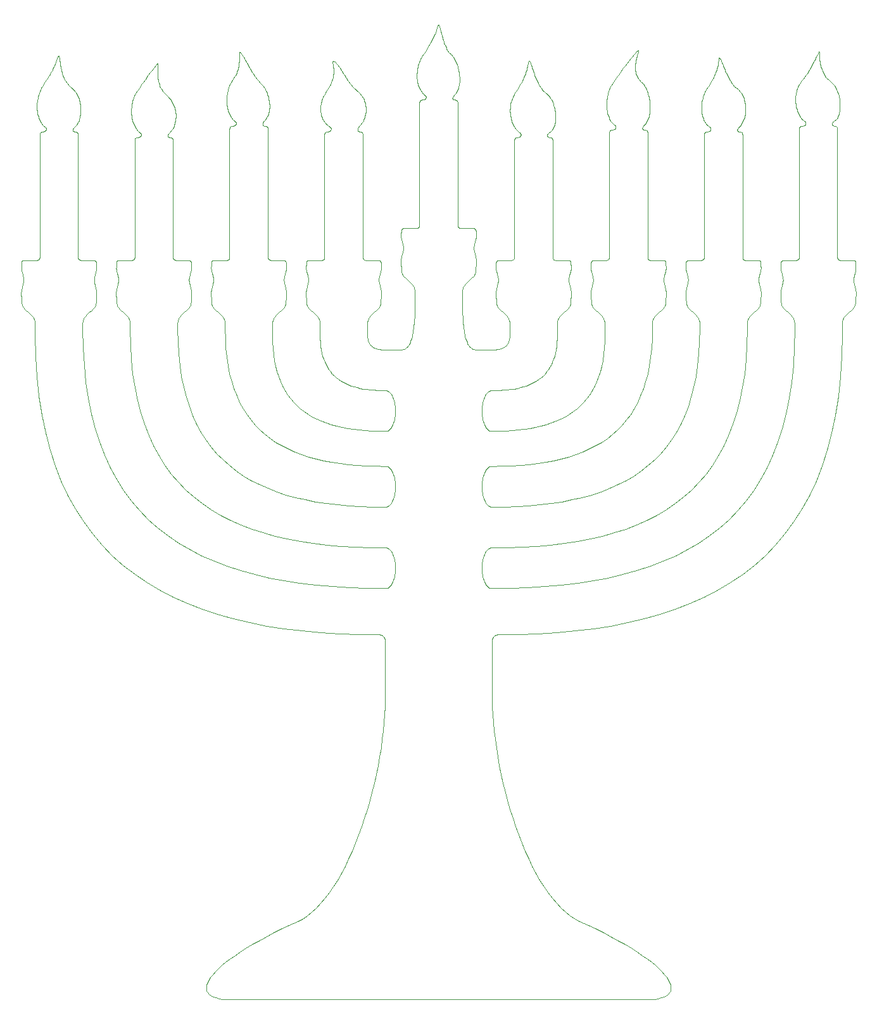
<source format=gm1>
G04 #@! TF.GenerationSoftware,KiCad,Pcbnew,(5.1.4)-1*
G04 #@! TF.CreationDate,2020-11-24T15:39:13-05:00*
G04 #@! TF.ProjectId,Menorah,4d656e6f-7261-4682-9e6b-696361645f70,rev?*
G04 #@! TF.SameCoordinates,Original*
G04 #@! TF.FileFunction,Profile,NP*
%FSLAX46Y46*%
G04 Gerber Fmt 4.6, Leading zero omitted, Abs format (unit mm)*
G04 Created by KiCad (PCBNEW (5.1.4)-1) date 2020-11-24 15:39:13*
%MOMM*%
%LPD*%
G04 APERTURE LIST*
%ADD10C,0.050000*%
G04 APERTURE END LIST*
D10*
X190558158Y-35025118D02*
X190558158Y-35025118D01*
X195291210Y-42844912D02*
X195291210Y-35413495D01*
X195291210Y-52579301D02*
X195291210Y-42844912D01*
X190604611Y-35023788D02*
X190558158Y-35025118D01*
X190648877Y-35019886D02*
X190604611Y-35023788D01*
X190690932Y-35013542D02*
X190648877Y-35019886D01*
X190730749Y-35004889D02*
X190690932Y-35013542D01*
X190768303Y-34994058D02*
X190730749Y-35004889D01*
X190803568Y-34981181D02*
X190768303Y-34994058D01*
X190836519Y-34966388D02*
X190803568Y-34981181D01*
X190867130Y-34949812D02*
X190836519Y-34966388D01*
X190895375Y-34931584D02*
X190867130Y-34949812D01*
X190921229Y-34911836D02*
X190895375Y-34931584D01*
X190944666Y-34890698D02*
X190921229Y-34911836D01*
X190965661Y-34868303D02*
X190944666Y-34890698D01*
X190984188Y-34844782D02*
X190965661Y-34868303D01*
X191000222Y-34820266D02*
X190984188Y-34844782D01*
X191013737Y-34794887D02*
X191000222Y-34820266D01*
X191024706Y-34768777D02*
X191013737Y-34794887D01*
X191033106Y-34742067D02*
X191024706Y-34768777D01*
X191038910Y-34714888D02*
X191033106Y-34742067D01*
X191042092Y-34687372D02*
X191038910Y-34714888D01*
X191042627Y-34659650D02*
X191042092Y-34687372D01*
X191040490Y-34631854D02*
X191042627Y-34659650D01*
X191035655Y-34604116D02*
X191040490Y-34631854D01*
X191028096Y-34576567D02*
X191035655Y-34604116D01*
X191017787Y-34549338D02*
X191028096Y-34576567D01*
X191004703Y-34522561D02*
X191017787Y-34549338D01*
X190988819Y-34496367D02*
X191004703Y-34522561D01*
X190970109Y-34470888D02*
X190988819Y-34496367D01*
X190948547Y-34446256D02*
X190970109Y-34470888D01*
X190924108Y-34422601D02*
X190948547Y-34446256D01*
X190896766Y-34400056D02*
X190924108Y-34422601D01*
X190866496Y-34378751D02*
X190896766Y-34400056D01*
X190752089Y-34293410D02*
X190866496Y-34378751D01*
X190641628Y-34195617D02*
X190752089Y-34293410D01*
X190535432Y-34086032D02*
X190641628Y-34195617D01*
X190433820Y-33965312D02*
X190535432Y-34086032D01*
X190337110Y-33834118D02*
X190433820Y-33965312D01*
X190245623Y-33693108D02*
X190337110Y-33834118D01*
X190159676Y-33542941D02*
X190245623Y-33693108D01*
X190079590Y-33384277D02*
X190159676Y-33542941D01*
X190005684Y-33217773D02*
X190079590Y-33384277D01*
X189938275Y-33044089D02*
X190005684Y-33217773D01*
X189877685Y-32863884D02*
X189938275Y-33044089D01*
X189824231Y-32677817D02*
X189877685Y-32863884D01*
X189778233Y-32486547D02*
X189824231Y-32677817D01*
X189740010Y-32290733D02*
X189778233Y-32486547D01*
X189709882Y-32091034D02*
X189740010Y-32290733D01*
X189688167Y-31888108D02*
X189709882Y-32091034D01*
X189675184Y-31682615D02*
X189688167Y-31888108D01*
X189671252Y-31475214D02*
X189675184Y-31682615D01*
X189676692Y-31266563D02*
X189671252Y-31475214D01*
X189691821Y-31057321D02*
X189676692Y-31266563D01*
X189716959Y-30848148D02*
X189691821Y-31057321D01*
X189752426Y-30639703D02*
X189716959Y-30848148D01*
X189798539Y-30432644D02*
X189752426Y-30639703D01*
X189855619Y-30227630D02*
X189798539Y-30432644D01*
X189923984Y-30025321D02*
X189855619Y-30227630D01*
X190003954Y-29826375D02*
X189923984Y-30025321D01*
X190095848Y-29631451D02*
X190003954Y-29826375D01*
X190199984Y-29441208D02*
X190095848Y-29631451D01*
X190316683Y-29256306D02*
X190199984Y-29441208D01*
X190446263Y-29077402D02*
X190316683Y-29256306D01*
X190589043Y-28905156D02*
X190446263Y-29077402D01*
X190679524Y-28799229D02*
X190589043Y-28905156D01*
X190771245Y-28684596D02*
X190679524Y-28799229D01*
X190863947Y-28562039D02*
X190771245Y-28684596D01*
X190957376Y-28432341D02*
X190863947Y-28562039D01*
X191051275Y-28296285D02*
X190957376Y-28432341D01*
X191145388Y-28154653D02*
X191051275Y-28296285D01*
X191239458Y-28008228D02*
X191145388Y-28154653D01*
X191333231Y-27857792D02*
X191239458Y-28008228D01*
X191426449Y-27704127D02*
X191333231Y-27857792D01*
X191518857Y-27548017D02*
X191426449Y-27704127D01*
X191610198Y-27390243D02*
X191518857Y-27548017D01*
X191700216Y-27231588D02*
X191610198Y-27390243D01*
X191788656Y-27072835D02*
X191700216Y-27231588D01*
X191875261Y-26914767D02*
X191788656Y-27072835D01*
X191959775Y-26758165D02*
X191875261Y-26914767D01*
X192041942Y-26603812D02*
X191959775Y-26758165D01*
X192121506Y-26452491D02*
X192041942Y-26603812D01*
X192198210Y-26304984D02*
X192121506Y-26452491D01*
X192271799Y-26162074D02*
X192198210Y-26304984D01*
X192342016Y-26024543D02*
X192271799Y-26162074D01*
X192408606Y-25893174D02*
X192342016Y-26024543D01*
X192471312Y-25768749D02*
X192408606Y-25893174D01*
X192529879Y-25652051D02*
X192471312Y-25768749D01*
X192584049Y-25543862D02*
X192529879Y-25652051D01*
X192633567Y-25444965D02*
X192584049Y-25543862D01*
X192678177Y-25356142D02*
X192633567Y-25444965D01*
X192717623Y-25278176D02*
X192678177Y-25356142D01*
X192751648Y-25211849D02*
X192717623Y-25278176D01*
X192779997Y-25157944D02*
X192751648Y-25211849D01*
X192802414Y-25117243D02*
X192779997Y-25157944D01*
X192818642Y-25090529D02*
X192802414Y-25117243D01*
X192830034Y-25080449D02*
X192818642Y-25090529D01*
X192838495Y-25088521D02*
X192830034Y-25080449D01*
X192844596Y-25113829D02*
X192838495Y-25088521D01*
X192848908Y-25155455D02*
X192844596Y-25113829D01*
X192852002Y-25212483D02*
X192848908Y-25155455D01*
X192854449Y-25283994D02*
X192852002Y-25212483D01*
X192856820Y-25369072D02*
X192854449Y-25283994D01*
X192859685Y-25466800D02*
X192856820Y-25369072D01*
X192863617Y-25576260D02*
X192859685Y-25466800D01*
X192869185Y-25696534D02*
X192863617Y-25576260D01*
X192876961Y-25826706D02*
X192869185Y-25696534D01*
X192887515Y-25965859D02*
X192876961Y-25826706D01*
X192901420Y-26113075D02*
X192887515Y-25965859D01*
X192919245Y-26267436D02*
X192901420Y-26113075D01*
X192941561Y-26428027D02*
X192919245Y-26267436D01*
X192968940Y-26593928D02*
X192941561Y-26428027D01*
X193001953Y-26764224D02*
X192968940Y-26593928D01*
X193041170Y-26937997D02*
X193001953Y-26764224D01*
X193087163Y-27114329D02*
X193041170Y-26937997D01*
X193140502Y-27292303D02*
X193087163Y-27114329D01*
X193201758Y-27471003D02*
X193140502Y-27292303D01*
X193271503Y-27649511D02*
X193201758Y-27471003D01*
X193350307Y-27826909D02*
X193271503Y-27649511D01*
X193438742Y-28002280D02*
X193350307Y-27826909D01*
X193537377Y-28174707D02*
X193438742Y-28002280D01*
X193646785Y-28343274D02*
X193537377Y-28174707D01*
X193767537Y-28507062D02*
X193646785Y-28343274D01*
X193900202Y-28665154D02*
X193767537Y-28507062D01*
X194045353Y-28816633D02*
X193900202Y-28665154D01*
X194203560Y-28960582D02*
X194045353Y-28816633D01*
X194375394Y-29096083D02*
X194203560Y-28960582D01*
X194518281Y-29211417D02*
X194375394Y-29096083D01*
X194652325Y-29340929D02*
X194518281Y-29211417D01*
X194777559Y-29483535D02*
X194652325Y-29340929D01*
X194894018Y-29638151D02*
X194777559Y-29483535D01*
X195001733Y-29803692D02*
X194894018Y-29638151D01*
X195100738Y-29979074D02*
X195001733Y-29803692D01*
X195191066Y-30163211D02*
X195100738Y-29979074D01*
X195272751Y-30355019D02*
X195191066Y-30163211D01*
X195345826Y-30553414D02*
X195272751Y-30355019D01*
X195410325Y-30757311D02*
X195345826Y-30553414D01*
X195466279Y-30965626D02*
X195410325Y-30757311D01*
X195513724Y-31177273D02*
X195466279Y-30965626D01*
X195552691Y-31391168D02*
X195513724Y-31177273D01*
X195583215Y-31606226D02*
X195552691Y-31391168D01*
X195605329Y-31821363D02*
X195583215Y-31606226D01*
X195619065Y-32035495D02*
X195605329Y-31821363D01*
X195624457Y-32247536D02*
X195619065Y-32035495D01*
X195621539Y-32456401D02*
X195624457Y-32247536D01*
X195610343Y-32661008D02*
X195621539Y-32456401D01*
X195590903Y-32860270D02*
X195610343Y-32661008D01*
X195563252Y-33053103D02*
X195590903Y-32860270D01*
X195527424Y-33238422D02*
X195563252Y-33053103D01*
X195483451Y-33415143D02*
X195527424Y-33238422D01*
X195431368Y-33582182D02*
X195483451Y-33415143D01*
X195371206Y-33738453D02*
X195431368Y-33582182D01*
X195303001Y-33882872D02*
X195371206Y-33738453D01*
X195226784Y-34014354D02*
X195303001Y-33882872D01*
X195142589Y-34131815D02*
X195226784Y-34014354D01*
X195050449Y-34234170D02*
X195142589Y-34131815D01*
X194950398Y-34320334D02*
X195050449Y-34234170D01*
X194842469Y-34389223D02*
X194950398Y-34320334D01*
X194800605Y-34413052D02*
X194842469Y-34389223D01*
X194762256Y-34437726D02*
X194800605Y-34413052D01*
X194727361Y-34463133D02*
X194762256Y-34437726D01*
X194695857Y-34489165D02*
X194727361Y-34463133D01*
X194667683Y-34515710D02*
X194695857Y-34489165D01*
X194642779Y-34542659D02*
X194667683Y-34515710D01*
X194621082Y-34569902D02*
X194642779Y-34542659D01*
X194602531Y-34597327D02*
X194621082Y-34569902D01*
X194587064Y-34624826D02*
X194602531Y-34597327D01*
X194574621Y-34652287D02*
X194587064Y-34624826D01*
X194565139Y-34679600D02*
X194574621Y-34652287D01*
X194558558Y-34706656D02*
X194565139Y-34679600D01*
X194554815Y-34733344D02*
X194558558Y-34706656D01*
X194553850Y-34759553D02*
X194554815Y-34733344D01*
X194555601Y-34785174D02*
X194553850Y-34759553D01*
X194560006Y-34810096D02*
X194555601Y-34785174D01*
X194567004Y-34834209D02*
X194560006Y-34810096D01*
X194576533Y-34857403D02*
X194567004Y-34834209D01*
X194588533Y-34879567D02*
X194576533Y-34857403D01*
X194602941Y-34900592D02*
X194588533Y-34879567D01*
X194619697Y-34920367D02*
X194602941Y-34900592D01*
X194638738Y-34938781D02*
X194619697Y-34920367D01*
X194660004Y-34955726D02*
X194638738Y-34938781D01*
X194683432Y-34971089D02*
X194660004Y-34955726D01*
X194708962Y-34984762D02*
X194683432Y-34971089D01*
X194736532Y-34996634D02*
X194708962Y-34984762D01*
X194766081Y-35006594D02*
X194736532Y-34996634D01*
X194797546Y-35014533D02*
X194766081Y-35006594D01*
X194830867Y-35020341D02*
X194797546Y-35014533D01*
X194865982Y-35023906D02*
X194830867Y-35020341D01*
X194902831Y-35025118D02*
X194865982Y-35023906D01*
X194923456Y-35025657D02*
X194902831Y-35025118D01*
X194943801Y-35027254D02*
X194923456Y-35025657D01*
X194963838Y-35029883D02*
X194943801Y-35027254D01*
X194983542Y-35033518D02*
X194963838Y-35029883D01*
X195002885Y-35038131D02*
X194983542Y-35033518D01*
X195021841Y-35043695D02*
X195002885Y-35038131D01*
X195040382Y-35050184D02*
X195021841Y-35043695D01*
X195058481Y-35057571D02*
X195040382Y-35050184D01*
X195076113Y-35065828D02*
X195058481Y-35057571D01*
X195093249Y-35074930D02*
X195076113Y-35065828D01*
X195109864Y-35084849D02*
X195093249Y-35074930D01*
X195125929Y-35095558D02*
X195109864Y-35084849D01*
X195141420Y-35107031D02*
X195125929Y-35095558D01*
X195156307Y-35119240D02*
X195141420Y-35107031D01*
X195170566Y-35132160D02*
X195156307Y-35119240D01*
X195184168Y-35145762D02*
X195170566Y-35132160D01*
X195197088Y-35160020D02*
X195184168Y-35145762D01*
X195209297Y-35174908D02*
X195197088Y-35160020D01*
X195220770Y-35190398D02*
X195209297Y-35174908D01*
X195231479Y-35206464D02*
X195220770Y-35190398D01*
X195241398Y-35223078D02*
X195231479Y-35206464D01*
X195250500Y-35240214D02*
X195241398Y-35223078D01*
X195258757Y-35257846D02*
X195250500Y-35240214D01*
X195266144Y-35275945D02*
X195258757Y-35257846D01*
X195272633Y-35294486D02*
X195266144Y-35275945D01*
X195278197Y-35313441D02*
X195272633Y-35294486D01*
X195282810Y-35332784D02*
X195278197Y-35313441D01*
X195286445Y-35352488D02*
X195282810Y-35332784D01*
X195289074Y-35372526D02*
X195286445Y-35352488D01*
X195290671Y-35392871D02*
X195289074Y-35372526D01*
X195291210Y-35413495D02*
X195290671Y-35392871D01*
X197379807Y-52961507D02*
X195675425Y-52963518D01*
X195291742Y-52599706D02*
X195291210Y-52579301D01*
X195293322Y-52619833D02*
X195291742Y-52599706D01*
X195295923Y-52639657D02*
X195293322Y-52619833D01*
X195299519Y-52659150D02*
X195295923Y-52639657D01*
X195304082Y-52678286D02*
X195299519Y-52659150D01*
X195309586Y-52697038D02*
X195304082Y-52678286D01*
X195316005Y-52715381D02*
X195309586Y-52697038D01*
X195323313Y-52733286D02*
X195316005Y-52715381D01*
X195331482Y-52750729D02*
X195323313Y-52733286D01*
X195340486Y-52767682D02*
X195331482Y-52750729D01*
X195350298Y-52784118D02*
X195340486Y-52767682D01*
X195360892Y-52800012D02*
X195350298Y-52784118D01*
X195372242Y-52815336D02*
X195360892Y-52800012D01*
X195384320Y-52830064D02*
X195372242Y-52815336D01*
X195397101Y-52844169D02*
X195384320Y-52830064D01*
X195410557Y-52857626D02*
X195397101Y-52844169D01*
X195424663Y-52870407D02*
X195410557Y-52857626D01*
X195439391Y-52882485D02*
X195424663Y-52870407D01*
X195454715Y-52893835D02*
X195439391Y-52882485D01*
X195470609Y-52904429D02*
X195454715Y-52893835D01*
X195487045Y-52914242D02*
X195470609Y-52904429D01*
X195503998Y-52923246D02*
X195487045Y-52914242D01*
X195521440Y-52931415D02*
X195503998Y-52923246D01*
X195539346Y-52938722D02*
X195521440Y-52931415D01*
X195557688Y-52945142D02*
X195539346Y-52938722D01*
X195576440Y-52950646D02*
X195557688Y-52945142D01*
X195595576Y-52955209D02*
X195576440Y-52950646D01*
X195615069Y-52958805D02*
X195595576Y-52955209D01*
X195634893Y-52961406D02*
X195615069Y-52958805D01*
X195655020Y-52962986D02*
X195634893Y-52961406D01*
X195675425Y-52963518D02*
X195655020Y-52962986D01*
X195903808Y-62905192D02*
X195903808Y-61434190D01*
X197398163Y-52961987D02*
X197379807Y-52961507D01*
X197416271Y-52963409D02*
X197398163Y-52961987D01*
X197434106Y-52965750D02*
X197416271Y-52963409D01*
X197451643Y-52968985D02*
X197434106Y-52965750D01*
X197468860Y-52973092D02*
X197451643Y-52968985D01*
X197485732Y-52978046D02*
X197468860Y-52973092D01*
X197502235Y-52983823D02*
X197485732Y-52978046D01*
X197518346Y-52990399D02*
X197502235Y-52983823D01*
X197534040Y-52997750D02*
X197518346Y-52990399D01*
X197549294Y-53005853D02*
X197534040Y-52997750D01*
X197564083Y-53014683D02*
X197549294Y-53005853D01*
X197578384Y-53024217D02*
X197564083Y-53014683D01*
X197592173Y-53034430D02*
X197578384Y-53024217D01*
X197605426Y-53045299D02*
X197592173Y-53034430D01*
X197618118Y-53056800D02*
X197605426Y-53045299D01*
X197630227Y-53068909D02*
X197618118Y-53056800D01*
X197641728Y-53081602D02*
X197630227Y-53068909D01*
X197652597Y-53094854D02*
X197641728Y-53081602D01*
X197662810Y-53108643D02*
X197652597Y-53094854D01*
X197672344Y-53122944D02*
X197662810Y-53108643D01*
X197681174Y-53137734D02*
X197672344Y-53122944D01*
X197689276Y-53152987D02*
X197681174Y-53137734D01*
X197696628Y-53168682D02*
X197689276Y-53152987D01*
X197703204Y-53184792D02*
X197696628Y-53168682D01*
X197708980Y-53201296D02*
X197703204Y-53184792D01*
X197713934Y-53218168D02*
X197708980Y-53201296D01*
X197718041Y-53235385D02*
X197713934Y-53218168D01*
X197721276Y-53252922D02*
X197718041Y-53235385D01*
X197723617Y-53270757D02*
X197721276Y-53252922D01*
X197725039Y-53288865D02*
X197723617Y-53270757D01*
X197725519Y-53307221D02*
X197725039Y-53288865D01*
X197725824Y-53379934D02*
X197725519Y-53307221D01*
X197726684Y-53447362D02*
X197725824Y-53379934D01*
X197728014Y-53509864D02*
X197726684Y-53447362D01*
X197729731Y-53567798D02*
X197728014Y-53509864D01*
X197731750Y-53621522D02*
X197729731Y-53567798D01*
X197733987Y-53671393D02*
X197731750Y-53621522D01*
X197736357Y-53717770D02*
X197733987Y-53671393D01*
X197738777Y-53761009D02*
X197736357Y-53717770D01*
X197741163Y-53801470D02*
X197738777Y-53761009D01*
X197743429Y-53839509D02*
X197741163Y-53801470D01*
X197745492Y-53875486D02*
X197743429Y-53839509D01*
X197747268Y-53909756D02*
X197745492Y-53875486D01*
X197748673Y-53942679D02*
X197747268Y-53909756D01*
X197749622Y-53974612D02*
X197748673Y-53942679D01*
X197750031Y-54005914D02*
X197749622Y-53974612D01*
X197749816Y-54036941D02*
X197750031Y-54005914D01*
X197748893Y-54068052D02*
X197749816Y-54036941D01*
X197747177Y-54099604D02*
X197748893Y-54068052D01*
X197744585Y-54131956D02*
X197747177Y-54099604D01*
X197741032Y-54165465D02*
X197744585Y-54131956D01*
X197736434Y-54200489D02*
X197741032Y-54165465D01*
X197730706Y-54237386D02*
X197736434Y-54200489D01*
X197723766Y-54276513D02*
X197730706Y-54237386D01*
X197715527Y-54318230D02*
X197723766Y-54276513D01*
X197705907Y-54362892D02*
X197715527Y-54318230D01*
X197694821Y-54410859D02*
X197705907Y-54362892D01*
X197682185Y-54462488D02*
X197694821Y-54410859D01*
X197667914Y-54518137D02*
X197682185Y-54462488D01*
X197651925Y-54578164D02*
X197667914Y-54518137D01*
X197634133Y-54642927D02*
X197651925Y-54578164D01*
X197614455Y-54712782D02*
X197634133Y-54642927D01*
X197585752Y-54815297D02*
X197614455Y-54712782D01*
X197559974Y-54911070D02*
X197585752Y-54815297D01*
X197537032Y-55000556D02*
X197559974Y-54911070D01*
X197516839Y-55084211D02*
X197537032Y-55000556D01*
X197499307Y-55162489D02*
X197516839Y-55084211D01*
X197484346Y-55235844D02*
X197499307Y-55162489D01*
X197471870Y-55304730D02*
X197484346Y-55235844D01*
X197461791Y-55369602D02*
X197471870Y-55304730D01*
X197454019Y-55430916D02*
X197461791Y-55369602D01*
X197448468Y-55489124D02*
X197454019Y-55430916D01*
X197445049Y-55544682D02*
X197448468Y-55489124D01*
X197443674Y-55598045D02*
X197445049Y-55544682D01*
X197444255Y-55649666D02*
X197443674Y-55598045D01*
X197446704Y-55700001D02*
X197444255Y-55649666D01*
X197450932Y-55749504D02*
X197446704Y-55700001D01*
X197456853Y-55798629D02*
X197450932Y-55749504D01*
X197464378Y-55847831D02*
X197456853Y-55798629D01*
X197473418Y-55897564D02*
X197464378Y-55847831D01*
X197483886Y-55948283D02*
X197473418Y-55897564D01*
X197495694Y-56000443D02*
X197483886Y-55948283D01*
X197508753Y-56054498D02*
X197495694Y-56000443D01*
X197522976Y-56110902D02*
X197508753Y-56054498D01*
X197538274Y-56170110D02*
X197522976Y-56110902D01*
X197554560Y-56232577D02*
X197538274Y-56170110D01*
X197571746Y-56298757D02*
X197554560Y-56232577D01*
X197589743Y-56369104D02*
X197571746Y-56298757D01*
X197608463Y-56444074D02*
X197589743Y-56369104D01*
X197627818Y-56524120D02*
X197608463Y-56444074D01*
X197647721Y-56609698D02*
X197627818Y-56524120D01*
X197668083Y-56701261D02*
X197647721Y-56609698D01*
X197688816Y-56799264D02*
X197668083Y-56701261D01*
X197705327Y-56881785D02*
X197688816Y-56799264D01*
X197719777Y-56958979D02*
X197705327Y-56881785D01*
X197732268Y-57031218D02*
X197719777Y-56958979D01*
X197742904Y-57098874D02*
X197732268Y-57031218D01*
X197751787Y-57162317D02*
X197742904Y-57098874D01*
X197759020Y-57221920D02*
X197751787Y-57162317D01*
X197764707Y-57278053D02*
X197759020Y-57221920D01*
X197768951Y-57331089D02*
X197764707Y-57278053D01*
X197771855Y-57381397D02*
X197768951Y-57331089D01*
X197773521Y-57429351D02*
X197771855Y-57381397D01*
X197774054Y-57475320D02*
X197773521Y-57429351D01*
X197773556Y-57519677D02*
X197774054Y-57475320D01*
X197772129Y-57562793D02*
X197773556Y-57519677D01*
X197769879Y-57605039D02*
X197772129Y-57562793D01*
X197766906Y-57646787D02*
X197769879Y-57605039D01*
X197763315Y-57688408D02*
X197766906Y-57646787D01*
X197759208Y-57730273D02*
X197763315Y-57688408D01*
X197754690Y-57772754D02*
X197759208Y-57730273D01*
X197749861Y-57816222D02*
X197754690Y-57772754D01*
X197744827Y-57861048D02*
X197749861Y-57816222D01*
X197739690Y-57907604D02*
X197744827Y-57861048D01*
X197734552Y-57956262D02*
X197739690Y-57907604D01*
X197729518Y-58007392D02*
X197734552Y-57956262D01*
X197724690Y-58061366D02*
X197729518Y-58007392D01*
X197720171Y-58118555D02*
X197724690Y-58061366D01*
X197716064Y-58179331D02*
X197720171Y-58118555D01*
X197712473Y-58244065D02*
X197716064Y-58179331D01*
X197709501Y-58313129D02*
X197712473Y-58244065D01*
X197707250Y-58386893D02*
X197709501Y-58313129D01*
X197705824Y-58465730D02*
X197707250Y-58386893D01*
X197705326Y-58550010D02*
X197705824Y-58465730D01*
X197699823Y-58665378D02*
X197705326Y-58550010D01*
X197683798Y-58775087D02*
X197699823Y-58665378D01*
X197657976Y-58879569D02*
X197683798Y-58775087D01*
X197623084Y-58979255D02*
X197657976Y-58879569D01*
X197579846Y-59074577D02*
X197623084Y-58979255D01*
X197528989Y-59165966D02*
X197579846Y-59074577D01*
X197471239Y-59253854D02*
X197528989Y-59165966D01*
X197407320Y-59338671D02*
X197471239Y-59253854D01*
X197337959Y-59420850D02*
X197407320Y-59338671D01*
X197263881Y-59500821D02*
X197337959Y-59420850D01*
X197185812Y-59579015D02*
X197263881Y-59500821D01*
X197104477Y-59655865D02*
X197185812Y-59579015D01*
X197020602Y-59731801D02*
X197104477Y-59655865D01*
X196934914Y-59807256D02*
X197020602Y-59731801D01*
X196848136Y-59882659D02*
X196934914Y-59807256D01*
X196760997Y-59958443D02*
X196848136Y-59882659D01*
X196674219Y-60035039D02*
X196760997Y-59958443D01*
X196588531Y-60112878D02*
X196674219Y-60035039D01*
X196504656Y-60192392D02*
X196588531Y-60112878D01*
X196423321Y-60274012D02*
X196504656Y-60192392D01*
X196345252Y-60358169D02*
X196423321Y-60274012D01*
X196271174Y-60445295D02*
X196345252Y-60358169D01*
X196201813Y-60535821D02*
X196271174Y-60445295D01*
X196137894Y-60630178D02*
X196201813Y-60535821D01*
X196080144Y-60728798D02*
X196137894Y-60630178D01*
X196029287Y-60832112D02*
X196080144Y-60728798D01*
X195986049Y-60940551D02*
X196029287Y-60832112D01*
X195951157Y-61054548D02*
X195986049Y-60940551D01*
X195925335Y-61174532D02*
X195951157Y-61054548D01*
X195909310Y-61300936D02*
X195925335Y-61174532D01*
X195903808Y-61434190D02*
X195909310Y-61300936D01*
X149925688Y-102984641D02*
X149912882Y-102984641D01*
X195847706Y-65780046D02*
X195903808Y-62905192D01*
X195680500Y-68528118D02*
X195847706Y-65780046D01*
X195403839Y-71151613D02*
X195680500Y-68528118D01*
X195019372Y-73652737D02*
X195403839Y-71151613D01*
X194528747Y-76033694D02*
X195019372Y-73652737D01*
X193933613Y-78296690D02*
X194528747Y-76033694D01*
X193235620Y-80443931D02*
X193933613Y-78296690D01*
X192436415Y-82477620D02*
X193235620Y-80443931D01*
X191537649Y-84399965D02*
X192436415Y-82477620D01*
X190540969Y-86213170D02*
X191537649Y-84399965D01*
X189448025Y-87919439D02*
X190540969Y-86213170D01*
X188260466Y-89520980D02*
X189448025Y-87919439D01*
X186979940Y-91019996D02*
X188260466Y-89520980D01*
X185608096Y-92418693D02*
X186979940Y-91019996D01*
X184146583Y-93719277D02*
X185608096Y-92418693D01*
X182597050Y-94923952D02*
X184146583Y-93719277D01*
X180961146Y-96034924D02*
X182597050Y-94923952D01*
X179240520Y-97054397D02*
X180961146Y-96034924D01*
X177436821Y-97984579D02*
X179240520Y-97054397D01*
X175551696Y-98827673D02*
X177436821Y-97984579D01*
X173586796Y-99585884D02*
X175551696Y-98827673D01*
X171543769Y-100261419D02*
X173586796Y-99585884D01*
X169424265Y-100856482D02*
X171543769Y-100261419D01*
X167229931Y-101373279D02*
X169424265Y-100856482D01*
X164962416Y-101814015D02*
X167229931Y-101373279D01*
X162623371Y-102180895D02*
X164962416Y-101814015D01*
X160214442Y-102476125D02*
X162623371Y-102180895D01*
X157737281Y-102701909D02*
X160214442Y-102476125D01*
X155193534Y-102860453D02*
X157737281Y-102701909D01*
X152584851Y-102953962D02*
X155193534Y-102860453D01*
X149912882Y-102984641D02*
X152584851Y-102953962D01*
X149125966Y-111550267D02*
X149124114Y-103778039D01*
X149883119Y-102985741D02*
X149925688Y-102984641D01*
X149841129Y-102989004D02*
X149883119Y-102985741D01*
X149799772Y-102994375D02*
X149841129Y-102989004D01*
X149759105Y-103001800D02*
X149799772Y-102994375D01*
X149719183Y-103011223D02*
X149759105Y-103001800D01*
X149680061Y-103022589D02*
X149719183Y-103011223D01*
X149641794Y-103035845D02*
X149680061Y-103022589D01*
X149604438Y-103050935D02*
X149641794Y-103035845D01*
X149568048Y-103067803D02*
X149604438Y-103050935D01*
X149532681Y-103086396D02*
X149568048Y-103067803D01*
X149498390Y-103106659D02*
X149532681Y-103086396D01*
X149465232Y-103128536D02*
X149498390Y-103106659D01*
X149433262Y-103151973D02*
X149465232Y-103128536D01*
X149402535Y-103176915D02*
X149433262Y-103151973D01*
X149373107Y-103203307D02*
X149402535Y-103176915D01*
X149345034Y-103231094D02*
X149373107Y-103203307D01*
X149318370Y-103260222D02*
X149345034Y-103231094D01*
X149293171Y-103290635D02*
X149318370Y-103260222D01*
X149269492Y-103322279D02*
X149293171Y-103290635D01*
X149247389Y-103355099D02*
X149269492Y-103322279D01*
X149226918Y-103389039D02*
X149247389Y-103355099D01*
X149208133Y-103424046D02*
X149226918Y-103389039D01*
X149191090Y-103460065D02*
X149208133Y-103424046D01*
X149175845Y-103497040D02*
X149191090Y-103460065D01*
X149162453Y-103534916D02*
X149175845Y-103497040D01*
X149150969Y-103573640D02*
X149162453Y-103534916D01*
X149141449Y-103613155D02*
X149150969Y-103573640D01*
X149133948Y-103653408D02*
X149141449Y-103613155D01*
X149128521Y-103694342D02*
X149133948Y-103653408D01*
X149125225Y-103735905D02*
X149128521Y-103694342D01*
X149124114Y-103778039D02*
X149125225Y-103735905D01*
X141957404Y-151738879D02*
X169724051Y-151738879D01*
X114190650Y-151738879D02*
X141957404Y-151738879D01*
X149141460Y-112573325D02*
X149125966Y-111550267D01*
X149187496Y-113629701D02*
X149141460Y-112573325D01*
X149263405Y-114715507D02*
X149187496Y-113629701D01*
X149368516Y-115826855D02*
X149263405Y-114715507D01*
X149502161Y-116959854D02*
X149368516Y-115826855D01*
X149663670Y-118110616D02*
X149502161Y-116959854D01*
X149852374Y-119275252D02*
X149663670Y-118110616D01*
X150067602Y-120449873D02*
X149852374Y-119275252D01*
X150308685Y-121630589D02*
X150067602Y-120449873D01*
X150574955Y-122813511D02*
X150308685Y-121630589D01*
X150865741Y-123994751D02*
X150574955Y-122813511D01*
X151180373Y-125170418D02*
X150865741Y-123994751D01*
X151518183Y-126336625D02*
X151180373Y-125170418D01*
X151878501Y-127489482D02*
X151518183Y-126336625D01*
X152260656Y-128625100D02*
X151878501Y-127489482D01*
X152663981Y-129739590D02*
X152260656Y-128625100D01*
X153087805Y-130829062D02*
X152663981Y-129739590D01*
X153531458Y-131889628D02*
X153087805Y-130829062D01*
X153994272Y-132917398D02*
X153531458Y-131889628D01*
X154475576Y-133908484D02*
X153994272Y-132917398D01*
X154974701Y-134858996D02*
X154475576Y-133908484D01*
X155490978Y-135765044D02*
X154974701Y-134858996D01*
X156023737Y-136622742D02*
X155490978Y-135765044D01*
X156572308Y-137428198D02*
X156023737Y-136622742D01*
X157136023Y-138177524D02*
X156572308Y-137428198D01*
X157714211Y-138866831D02*
X157136023Y-138177524D01*
X158306202Y-139492230D02*
X157714211Y-138866831D01*
X158911329Y-140049831D02*
X158306202Y-139492230D01*
X159528920Y-140535745D02*
X158911329Y-140049831D01*
X160158307Y-140946084D02*
X159528920Y-140535745D01*
X160798820Y-141276959D02*
X160158307Y-140946084D01*
X161965643Y-141811572D02*
X160798820Y-141276959D01*
X163074127Y-142341386D02*
X161965643Y-141811572D01*
X164124246Y-142865538D02*
X163074127Y-142341386D01*
X165115974Y-143383165D02*
X164124246Y-142865538D01*
X166049283Y-143893403D02*
X165115974Y-143383165D01*
X166924148Y-144395391D02*
X166049283Y-143893403D01*
X167740542Y-144888264D02*
X166924148Y-144395391D01*
X168498439Y-145371160D02*
X167740542Y-144888264D01*
X169197812Y-145843215D02*
X168498439Y-145371160D01*
X169838635Y-146303566D02*
X169197812Y-145843215D01*
X170420881Y-146751351D02*
X169838635Y-146303566D01*
X170944525Y-147185706D02*
X170420881Y-146751351D01*
X171409539Y-147605768D02*
X170944525Y-147185706D01*
X171815897Y-148010674D02*
X171409539Y-147605768D01*
X172163573Y-148399561D02*
X171815897Y-148010674D01*
X172452540Y-148771566D02*
X172163573Y-148399561D01*
X172682773Y-149125825D02*
X172452540Y-148771566D01*
X172854243Y-149461477D02*
X172682773Y-149125825D01*
X172966926Y-149777656D02*
X172854243Y-149461477D01*
X173020795Y-150073502D02*
X172966926Y-149777656D01*
X173015823Y-150348149D02*
X173020795Y-150073502D01*
X172951984Y-150600736D02*
X173015823Y-150348149D01*
X172829251Y-150830400D02*
X172951984Y-150600736D01*
X172647598Y-151036276D02*
X172829251Y-150830400D01*
X172406999Y-151217503D02*
X172647598Y-151036276D01*
X172107427Y-151373216D02*
X172406999Y-151217503D01*
X171748856Y-151502553D02*
X172107427Y-151373216D01*
X171331259Y-151604651D02*
X171748856Y-151502553D01*
X170854610Y-151678647D02*
X171331259Y-151604651D01*
X170318883Y-151723678D02*
X170854610Y-151678647D01*
X169724051Y-151738879D02*
X170318883Y-151723678D01*
X134790725Y-103778039D02*
X134788873Y-111550267D01*
X113595817Y-151723678D02*
X114190650Y-151738879D01*
X113060090Y-151678647D02*
X113595817Y-151723678D01*
X112583441Y-151604651D02*
X113060090Y-151678647D01*
X112165845Y-151502553D02*
X112583441Y-151604651D01*
X111807274Y-151373216D02*
X112165845Y-151502553D01*
X111507702Y-151217503D02*
X111807274Y-151373216D01*
X111267104Y-151036276D02*
X111507702Y-151217503D01*
X111085452Y-150830400D02*
X111267104Y-151036276D01*
X110962720Y-150600736D02*
X111085452Y-150830400D01*
X110898882Y-150348149D02*
X110962720Y-150600736D01*
X110893911Y-150073502D02*
X110898882Y-150348149D01*
X110947782Y-149777656D02*
X110893911Y-150073502D01*
X111060467Y-149461477D02*
X110947782Y-149777656D01*
X111231940Y-149125825D02*
X111060467Y-149461477D01*
X111462176Y-148771566D02*
X111231940Y-149125825D01*
X111751146Y-148399561D02*
X111462176Y-148771566D01*
X112098826Y-148010674D02*
X111751146Y-148399561D01*
X112505188Y-147605768D02*
X112098826Y-148010674D01*
X112970207Y-147185706D02*
X112505188Y-147605768D01*
X113493856Y-146751351D02*
X112970207Y-147185706D01*
X114076108Y-146303566D02*
X113493856Y-146751351D01*
X114716937Y-145843215D02*
X114076108Y-146303566D01*
X115416317Y-145371160D02*
X114716937Y-145843215D01*
X116174222Y-144888264D02*
X115416317Y-145371160D01*
X116990624Y-144395391D02*
X116174222Y-144888264D01*
X117865498Y-143893403D02*
X116990624Y-144395391D01*
X118798817Y-143383165D02*
X117865498Y-143893403D01*
X119790555Y-142865538D02*
X118798817Y-143383165D01*
X120840685Y-142341386D02*
X119790555Y-142865538D01*
X121949182Y-141811572D02*
X120840685Y-142341386D01*
X123116018Y-141276959D02*
X121949182Y-141811572D01*
X123756530Y-140946084D02*
X123116018Y-141276959D01*
X124385917Y-140535745D02*
X123756530Y-140946084D01*
X125003509Y-140049831D02*
X124385917Y-140535745D01*
X125608635Y-139492230D02*
X125003509Y-140049831D01*
X126200627Y-138866831D02*
X125608635Y-139492230D01*
X126778815Y-138177524D02*
X126200627Y-138866831D01*
X127342530Y-137428198D02*
X126778815Y-138177524D01*
X127891101Y-136622742D02*
X127342530Y-137428198D01*
X128423860Y-135765044D02*
X127891101Y-136622742D01*
X128940137Y-134858996D02*
X128423860Y-135765044D01*
X129439262Y-133908484D02*
X128940137Y-134858996D01*
X129920567Y-132917398D02*
X129439262Y-133908484D01*
X130383380Y-131889628D02*
X129920567Y-132917398D01*
X130827034Y-130829062D02*
X130383380Y-131889628D01*
X131250857Y-129739590D02*
X130827034Y-130829062D01*
X131654182Y-128625100D02*
X131250857Y-129739590D01*
X132036338Y-127489482D02*
X131654182Y-128625100D01*
X132396655Y-126336625D02*
X132036338Y-127489482D01*
X132734465Y-125170418D02*
X132396655Y-126336625D01*
X133049098Y-123994751D02*
X132734465Y-125170418D01*
X133339883Y-122813511D02*
X133049098Y-123994751D01*
X133606153Y-121630589D02*
X133339883Y-122813511D01*
X133847236Y-120449873D02*
X133606153Y-121630589D01*
X134062465Y-119275252D02*
X133847236Y-120449873D01*
X134251168Y-118110616D02*
X134062465Y-119275252D01*
X134412677Y-116959854D02*
X134251168Y-118110616D01*
X134546322Y-115826855D02*
X134412677Y-116959854D01*
X134651434Y-114715507D02*
X134546322Y-115826855D01*
X134727342Y-113629701D02*
X134651434Y-114715507D01*
X134773378Y-112573325D02*
X134727342Y-113629701D01*
X134788873Y-111550267D02*
X134773378Y-112573325D01*
X134001954Y-102984641D02*
X133989149Y-102984641D01*
X134789613Y-103735905D02*
X134790725Y-103778039D01*
X134786317Y-103694342D02*
X134789613Y-103735905D01*
X134780890Y-103653408D02*
X134786317Y-103694342D01*
X134773389Y-103613155D02*
X134780890Y-103653408D01*
X134763869Y-103573640D02*
X134773389Y-103613155D01*
X134752385Y-103534916D02*
X134763869Y-103573640D01*
X134738993Y-103497040D02*
X134752385Y-103534916D01*
X134723748Y-103460065D02*
X134738993Y-103497040D01*
X134706705Y-103424046D02*
X134723748Y-103460065D01*
X134687920Y-103389039D02*
X134706705Y-103424046D01*
X134667449Y-103355099D02*
X134687920Y-103389039D01*
X134645346Y-103322279D02*
X134667449Y-103355099D01*
X134621668Y-103290635D02*
X134645346Y-103322279D01*
X134596469Y-103260222D02*
X134621668Y-103290635D01*
X134569804Y-103231094D02*
X134596469Y-103260222D01*
X134541731Y-103203307D02*
X134569804Y-103231094D01*
X134512303Y-103176915D02*
X134541731Y-103203307D01*
X134481576Y-103151973D02*
X134512303Y-103176915D01*
X134449606Y-103128536D02*
X134481576Y-103151973D01*
X134416448Y-103106659D02*
X134449606Y-103128536D01*
X134382157Y-103086396D02*
X134416448Y-103106659D01*
X134346789Y-103067803D02*
X134382157Y-103086396D01*
X134310400Y-103050935D02*
X134346789Y-103067803D01*
X134273044Y-103035845D02*
X134310400Y-103050935D01*
X134234777Y-103022589D02*
X134273044Y-103035845D01*
X134195654Y-103011223D02*
X134234777Y-103022589D01*
X134155732Y-103001800D02*
X134195654Y-103011223D01*
X134115064Y-102994375D02*
X134155732Y-103001800D01*
X134073708Y-102989004D02*
X134115064Y-102994375D01*
X134031717Y-102985741D02*
X134073708Y-102989004D01*
X133989149Y-102984641D02*
X134031717Y-102985741D01*
X88011031Y-61434189D02*
X88011031Y-62905191D01*
X131329984Y-102953962D02*
X134001954Y-102984641D01*
X128721301Y-102860453D02*
X131329984Y-102953962D01*
X126177555Y-102701909D02*
X128721301Y-102860453D01*
X123700393Y-102476125D02*
X126177555Y-102701909D01*
X121291465Y-102180895D02*
X123700393Y-102476125D01*
X118952420Y-101814015D02*
X121291465Y-102180895D01*
X116684906Y-101373279D02*
X118952420Y-101814015D01*
X114490572Y-100856482D02*
X116684906Y-101373279D01*
X112371067Y-100261419D02*
X114490572Y-100856482D01*
X110328040Y-99585884D02*
X112371067Y-100261419D01*
X108363140Y-98827673D02*
X110328040Y-99585884D01*
X106478016Y-97984579D02*
X108363140Y-98827673D01*
X104674317Y-97054397D02*
X106478016Y-97984579D01*
X102953691Y-96034923D02*
X104674317Y-97054397D01*
X101317787Y-94923952D02*
X102953691Y-96034923D01*
X99768255Y-93719276D02*
X101317787Y-94923952D01*
X98306742Y-92418693D02*
X99768255Y-93719276D01*
X96934899Y-91019996D02*
X98306742Y-92418693D01*
X95654373Y-89520980D02*
X96934899Y-91019996D01*
X94466813Y-87919439D02*
X95654373Y-89520980D01*
X93373869Y-86213169D02*
X94466813Y-87919439D01*
X92377190Y-84399965D02*
X93373869Y-86213169D01*
X91478424Y-82477620D02*
X92377190Y-84399965D01*
X90679219Y-80443930D02*
X91478424Y-82477620D01*
X89981226Y-78296690D02*
X90679219Y-80443930D01*
X89386092Y-76033694D02*
X89981226Y-78296690D01*
X88895467Y-73652736D02*
X89386092Y-76033694D01*
X88511000Y-71151613D02*
X88895467Y-73652736D01*
X88234339Y-68528118D02*
X88511000Y-71151613D01*
X88067133Y-65780046D02*
X88234339Y-68528118D01*
X88011031Y-62905191D02*
X88067133Y-65780046D01*
X88239404Y-52963517D02*
X86535023Y-52961506D01*
X88005529Y-61300935D02*
X88011031Y-61434189D01*
X87989503Y-61174531D02*
X88005529Y-61300935D01*
X87963682Y-61054547D02*
X87989503Y-61174531D01*
X87928790Y-60940550D02*
X87963682Y-61054547D01*
X87885552Y-60832111D02*
X87928790Y-60940550D01*
X87834695Y-60728797D02*
X87885552Y-60832111D01*
X87776945Y-60630177D02*
X87834695Y-60728797D01*
X87713026Y-60535820D02*
X87776945Y-60630177D01*
X87643665Y-60445294D02*
X87713026Y-60535820D01*
X87569586Y-60358168D02*
X87643665Y-60445294D01*
X87491517Y-60274011D02*
X87569586Y-60358168D01*
X87410182Y-60192391D02*
X87491517Y-60274011D01*
X87326308Y-60112877D02*
X87410182Y-60192391D01*
X87240619Y-60035038D02*
X87326308Y-60112877D01*
X87153842Y-59958442D02*
X87240619Y-60035038D01*
X87066702Y-59882658D02*
X87153842Y-59958442D01*
X86979925Y-59807255D02*
X87066702Y-59882658D01*
X86894236Y-59731800D02*
X86979925Y-59807255D01*
X86810362Y-59655864D02*
X86894236Y-59731800D01*
X86729027Y-59579014D02*
X86810362Y-59655864D01*
X86650958Y-59500820D02*
X86729027Y-59579014D01*
X86576879Y-59420849D02*
X86650958Y-59500820D01*
X86507518Y-59338670D02*
X86576879Y-59420849D01*
X86443599Y-59253853D02*
X86507518Y-59338670D01*
X86385849Y-59165965D02*
X86443599Y-59253853D01*
X86334992Y-59074576D02*
X86385849Y-59165965D01*
X86291754Y-58979254D02*
X86334992Y-59074576D01*
X86256862Y-58879568D02*
X86291754Y-58979254D01*
X86231041Y-58775086D02*
X86256862Y-58879568D01*
X86215015Y-58665377D02*
X86231041Y-58775086D01*
X86209512Y-58550009D02*
X86215015Y-58665377D01*
X86209014Y-58465729D02*
X86209512Y-58550009D01*
X86207588Y-58386892D02*
X86209014Y-58465729D01*
X86205337Y-58313128D02*
X86207588Y-58386892D01*
X86202365Y-58244064D02*
X86205337Y-58313128D01*
X86198774Y-58179330D02*
X86202365Y-58244064D01*
X86194667Y-58118554D02*
X86198774Y-58179330D01*
X86190149Y-58061365D02*
X86194667Y-58118554D01*
X86185320Y-58007391D02*
X86190149Y-58061365D01*
X86180286Y-57956261D02*
X86185320Y-58007391D01*
X86175149Y-57907603D02*
X86180286Y-57956261D01*
X86170011Y-57861047D02*
X86175149Y-57907603D01*
X86164977Y-57816221D02*
X86170011Y-57861047D01*
X86160149Y-57772753D02*
X86164977Y-57816221D01*
X86155630Y-57730272D02*
X86160149Y-57772753D01*
X86151523Y-57688407D02*
X86155630Y-57730272D01*
X86147932Y-57646786D02*
X86151523Y-57688407D01*
X86144959Y-57605038D02*
X86147932Y-57646786D01*
X86142708Y-57562792D02*
X86144959Y-57605038D01*
X86141281Y-57519676D02*
X86142708Y-57562792D01*
X86140783Y-57475319D02*
X86141281Y-57519676D01*
X86141315Y-57429350D02*
X86140783Y-57475319D01*
X86142981Y-57381396D02*
X86141315Y-57429350D01*
X86145884Y-57331088D02*
X86142981Y-57381396D01*
X86150128Y-57278052D02*
X86145884Y-57331088D01*
X86155814Y-57221919D02*
X86150128Y-57278052D01*
X86163047Y-57162316D02*
X86155814Y-57221919D01*
X86171930Y-57098873D02*
X86163047Y-57162316D01*
X86182564Y-57031217D02*
X86171930Y-57098873D01*
X86195055Y-56958978D02*
X86182564Y-57031217D01*
X86209504Y-56881784D02*
X86195055Y-56958978D01*
X86226014Y-56799263D02*
X86209504Y-56881784D01*
X86246747Y-56701260D02*
X86226014Y-56799263D01*
X86267109Y-56609697D02*
X86246747Y-56701260D01*
X86287012Y-56524119D02*
X86267109Y-56609697D01*
X86306367Y-56444073D02*
X86287012Y-56524119D01*
X86325087Y-56369103D02*
X86306367Y-56444073D01*
X86343084Y-56298755D02*
X86325087Y-56369103D01*
X86360269Y-56232576D02*
X86343084Y-56298755D01*
X86376555Y-56170109D02*
X86360269Y-56232576D01*
X86391854Y-56110900D02*
X86376555Y-56170109D01*
X86406077Y-56054496D02*
X86391854Y-56110900D01*
X86419136Y-56000441D02*
X86406077Y-56054496D01*
X86430944Y-55948282D02*
X86419136Y-56000441D01*
X86441412Y-55897562D02*
X86430944Y-55948282D01*
X86450452Y-55847829D02*
X86441412Y-55897562D01*
X86457977Y-55798627D02*
X86450452Y-55847829D01*
X86463897Y-55749502D02*
X86457977Y-55798627D01*
X86468126Y-55700000D02*
X86463897Y-55749502D01*
X86470575Y-55649665D02*
X86468126Y-55700000D01*
X86471156Y-55598044D02*
X86470575Y-55649665D01*
X86469781Y-55544681D02*
X86471156Y-55598044D01*
X86466362Y-55489123D02*
X86469781Y-55544681D01*
X86460810Y-55430914D02*
X86466362Y-55489123D01*
X86453039Y-55369601D02*
X86460810Y-55430914D01*
X86442959Y-55304729D02*
X86453039Y-55369601D01*
X86430483Y-55235842D02*
X86442959Y-55304729D01*
X86415523Y-55162488D02*
X86430483Y-55235842D01*
X86397990Y-55084210D02*
X86415523Y-55162488D01*
X86377797Y-55000555D02*
X86397990Y-55084210D01*
X86354856Y-54911069D02*
X86377797Y-55000555D01*
X86329078Y-54815296D02*
X86354856Y-54911069D01*
X86300375Y-54712781D02*
X86329078Y-54815296D01*
X86280697Y-54642926D02*
X86300375Y-54712781D01*
X86262905Y-54578163D02*
X86280697Y-54642926D01*
X86246916Y-54518136D02*
X86262905Y-54578163D01*
X86232645Y-54462487D02*
X86246916Y-54518136D01*
X86220009Y-54410858D02*
X86232645Y-54462487D01*
X86208923Y-54362891D02*
X86220009Y-54410858D01*
X86199303Y-54318229D02*
X86208923Y-54362891D01*
X86191064Y-54276512D02*
X86199303Y-54318229D01*
X86184123Y-54237385D02*
X86191064Y-54276512D01*
X86178396Y-54200488D02*
X86184123Y-54237385D01*
X86173798Y-54165464D02*
X86178396Y-54200488D01*
X86170245Y-54131955D02*
X86173798Y-54165464D01*
X86167652Y-54099603D02*
X86170245Y-54131955D01*
X86165937Y-54068050D02*
X86167652Y-54099603D01*
X86165013Y-54036940D02*
X86165937Y-54068050D01*
X86164798Y-54005913D02*
X86165013Y-54036940D01*
X86165207Y-53974611D02*
X86164798Y-54005913D01*
X86166156Y-53942678D02*
X86165207Y-53974611D01*
X86167560Y-53909755D02*
X86166156Y-53942678D01*
X86169336Y-53875484D02*
X86167560Y-53909755D01*
X86171400Y-53839508D02*
X86169336Y-53875484D01*
X86173666Y-53801469D02*
X86171400Y-53839508D01*
X86176051Y-53761008D02*
X86173666Y-53801469D01*
X86178471Y-53717768D02*
X86176051Y-53761008D01*
X86180841Y-53671392D02*
X86178471Y-53717768D01*
X86183078Y-53621520D02*
X86180841Y-53671392D01*
X86185097Y-53567797D02*
X86183078Y-53621520D01*
X86186814Y-53509863D02*
X86185097Y-53567797D01*
X86188144Y-53447360D02*
X86186814Y-53509863D01*
X86189004Y-53379932D02*
X86188144Y-53447360D01*
X86189309Y-53307219D02*
X86189004Y-53379932D01*
X86189789Y-53288863D02*
X86189309Y-53307219D01*
X86191211Y-53270755D02*
X86189789Y-53288863D01*
X86193552Y-53252921D02*
X86191211Y-53270755D01*
X86196787Y-53235383D02*
X86193552Y-53252921D01*
X86200894Y-53218166D02*
X86196787Y-53235383D01*
X86205848Y-53201294D02*
X86200894Y-53218166D01*
X86211625Y-53184791D02*
X86205848Y-53201294D01*
X86218201Y-53168680D02*
X86211625Y-53184791D01*
X86225552Y-53152986D02*
X86218201Y-53168680D01*
X86233655Y-53137732D02*
X86225552Y-53152986D01*
X86242485Y-53122943D02*
X86233655Y-53137732D01*
X86252019Y-53108642D02*
X86242485Y-53122943D01*
X86262232Y-53094853D02*
X86252019Y-53108642D01*
X86273101Y-53081600D02*
X86262232Y-53094853D01*
X86284602Y-53068908D02*
X86273101Y-53081600D01*
X86296711Y-53056799D02*
X86284602Y-53068908D01*
X86309404Y-53045298D02*
X86296711Y-53056799D01*
X86322656Y-53034429D02*
X86309404Y-53045298D01*
X86336445Y-53024216D02*
X86322656Y-53034429D01*
X86350746Y-53014682D02*
X86336445Y-53024216D01*
X86365536Y-53005852D02*
X86350746Y-53014682D01*
X86380789Y-52997749D02*
X86365536Y-53005852D01*
X86396484Y-52990398D02*
X86380789Y-52997749D01*
X86412594Y-52983822D02*
X86396484Y-52990398D01*
X86429098Y-52978045D02*
X86412594Y-52983822D01*
X86445970Y-52973091D02*
X86429098Y-52978045D01*
X86463187Y-52968984D02*
X86445970Y-52973091D01*
X86480724Y-52965749D02*
X86463187Y-52968984D01*
X86498559Y-52963408D02*
X86480724Y-52965749D01*
X86516667Y-52961986D02*
X86498559Y-52963408D01*
X86535023Y-52961506D02*
X86516667Y-52961986D01*
X88623620Y-42844912D02*
X88623620Y-52579300D01*
X88623620Y-36175087D02*
X88623620Y-42844912D01*
X88259809Y-52962985D02*
X88239404Y-52963517D01*
X88279936Y-52961405D02*
X88259809Y-52962985D01*
X88299760Y-52958804D02*
X88279936Y-52961405D01*
X88319253Y-52955208D02*
X88299760Y-52958804D01*
X88338389Y-52950645D02*
X88319253Y-52955208D01*
X88357141Y-52945141D02*
X88338389Y-52950645D01*
X88375483Y-52938721D02*
X88357141Y-52945141D01*
X88393389Y-52931414D02*
X88375483Y-52938721D01*
X88410832Y-52923245D02*
X88393389Y-52931414D01*
X88427784Y-52914241D02*
X88410832Y-52923245D01*
X88444221Y-52904428D02*
X88427784Y-52914241D01*
X88460114Y-52893834D02*
X88444221Y-52904428D01*
X88475438Y-52882484D02*
X88460114Y-52893834D01*
X88490166Y-52870406D02*
X88475438Y-52882484D01*
X88504272Y-52857625D02*
X88490166Y-52870406D01*
X88517728Y-52844168D02*
X88504272Y-52857625D01*
X88530509Y-52830063D02*
X88517728Y-52844168D01*
X88542588Y-52815335D02*
X88530509Y-52830063D01*
X88553937Y-52800011D02*
X88542588Y-52815335D01*
X88564532Y-52784117D02*
X88553937Y-52800011D01*
X88574344Y-52767681D02*
X88564532Y-52784117D01*
X88583348Y-52750728D02*
X88574344Y-52767681D01*
X88591517Y-52733285D02*
X88583348Y-52750728D01*
X88598824Y-52715380D02*
X88591517Y-52733285D01*
X88605244Y-52697037D02*
X88598824Y-52715380D01*
X88610748Y-52678285D02*
X88605244Y-52697037D01*
X88615311Y-52659149D02*
X88610748Y-52678285D01*
X88618907Y-52639656D02*
X88615311Y-52659149D01*
X88621508Y-52619832D02*
X88618907Y-52639656D01*
X88623088Y-52599705D02*
X88621508Y-52619832D01*
X88623620Y-52579300D02*
X88623088Y-52599705D01*
X93745085Y-42844912D02*
X93745085Y-36175087D01*
X93745085Y-52579300D02*
X93745085Y-42844912D01*
X88624159Y-36154463D02*
X88623620Y-36175087D01*
X88625756Y-36134118D02*
X88624159Y-36154463D01*
X88628385Y-36114080D02*
X88625756Y-36134118D01*
X88632020Y-36094376D02*
X88628385Y-36114080D01*
X88636633Y-36075033D02*
X88632020Y-36094376D01*
X88642197Y-36056078D02*
X88636633Y-36075033D01*
X88648686Y-36037537D02*
X88642197Y-36056078D01*
X88656073Y-36019438D02*
X88648686Y-36037537D01*
X88664330Y-36001806D02*
X88656073Y-36019438D01*
X88673432Y-35984670D02*
X88664330Y-36001806D01*
X88683351Y-35968056D02*
X88673432Y-35984670D01*
X88694060Y-35951990D02*
X88683351Y-35968056D01*
X88705533Y-35936500D02*
X88694060Y-35951990D01*
X88717743Y-35921612D02*
X88705533Y-35936500D01*
X88730662Y-35907354D02*
X88717743Y-35921612D01*
X88744264Y-35893752D02*
X88730662Y-35907354D01*
X88758523Y-35880832D02*
X88744264Y-35893752D01*
X88773411Y-35868623D02*
X88758523Y-35880832D01*
X88788901Y-35857150D02*
X88773411Y-35868623D01*
X88804966Y-35846441D02*
X88788901Y-35857150D01*
X88821581Y-35836522D02*
X88804966Y-35846441D01*
X88838717Y-35827420D02*
X88821581Y-35836522D01*
X88856349Y-35819163D02*
X88838717Y-35827420D01*
X88874448Y-35811776D02*
X88856349Y-35819163D01*
X88892989Y-35805287D02*
X88874448Y-35811776D01*
X88911944Y-35799723D02*
X88892989Y-35805287D01*
X88931287Y-35795110D02*
X88911944Y-35799723D01*
X88950991Y-35791475D02*
X88931287Y-35795110D01*
X88971029Y-35788846D02*
X88950991Y-35791475D01*
X88991374Y-35787249D02*
X88971029Y-35788846D01*
X89011998Y-35786710D02*
X88991374Y-35787249D01*
X89058455Y-35785380D02*
X89011998Y-35786710D01*
X89102725Y-35781478D02*
X89058455Y-35785380D01*
X89144782Y-35775134D02*
X89102725Y-35781478D01*
X89184601Y-35766481D02*
X89144782Y-35775134D01*
X89222157Y-35755650D02*
X89184601Y-35766481D01*
X89257423Y-35742773D02*
X89222157Y-35755650D01*
X89290375Y-35727980D02*
X89257423Y-35742773D01*
X89320987Y-35711404D02*
X89290375Y-35727980D01*
X89349232Y-35693176D02*
X89320987Y-35711404D01*
X89375087Y-35673428D02*
X89349232Y-35693176D01*
X89398524Y-35652290D02*
X89375087Y-35673428D01*
X89419519Y-35629895D02*
X89398524Y-35652290D01*
X89438045Y-35606374D02*
X89419519Y-35629895D01*
X89454078Y-35581858D02*
X89438045Y-35606374D01*
X89467592Y-35556480D02*
X89454078Y-35581858D01*
X89478561Y-35530370D02*
X89467592Y-35556480D01*
X89486960Y-35503659D02*
X89478561Y-35530370D01*
X89492763Y-35476480D02*
X89486960Y-35503659D01*
X89495944Y-35448964D02*
X89492763Y-35476480D01*
X89496478Y-35421243D02*
X89495944Y-35448964D01*
X89494340Y-35393447D02*
X89496478Y-35421243D01*
X89489503Y-35365709D02*
X89494340Y-35393447D01*
X89481943Y-35338160D02*
X89489503Y-35365709D01*
X89471633Y-35310931D02*
X89481943Y-35338160D01*
X89458549Y-35284154D02*
X89471633Y-35310931D01*
X89442664Y-35257960D02*
X89458549Y-35284154D01*
X89423953Y-35232481D02*
X89442664Y-35257960D01*
X89402390Y-35207849D02*
X89423953Y-35232481D01*
X89377951Y-35184194D02*
X89402390Y-35207849D01*
X89350608Y-35161649D02*
X89377951Y-35184194D01*
X89320337Y-35140344D02*
X89350608Y-35161649D01*
X89206695Y-35055075D02*
X89320337Y-35140344D01*
X89098436Y-34957449D02*
X89206695Y-35055075D01*
X88995755Y-34848054D02*
X89098436Y-34957449D01*
X88898845Y-34727477D02*
X88995755Y-34848054D01*
X88807903Y-34596307D02*
X88898845Y-34727477D01*
X88723122Y-34455129D02*
X88807903Y-34596307D01*
X88644697Y-34304531D02*
X88723122Y-34455129D01*
X88572823Y-34145101D02*
X88644697Y-34304531D01*
X88507694Y-33977425D02*
X88572823Y-34145101D01*
X88449504Y-33802092D02*
X88507694Y-33977425D01*
X88398448Y-33619688D02*
X88449504Y-33802092D01*
X88354721Y-33430801D02*
X88398448Y-33619688D01*
X88318518Y-33236017D02*
X88354721Y-33430801D01*
X88290032Y-33035925D02*
X88318518Y-33236017D01*
X88269458Y-32831112D02*
X88290032Y-33035925D01*
X88256992Y-32622164D02*
X88269458Y-32831112D01*
X88252826Y-32409669D02*
X88256992Y-32622164D01*
X88257157Y-32194215D02*
X88252826Y-32409669D01*
X88270178Y-31976388D02*
X88257157Y-32194215D01*
X88292084Y-31756777D02*
X88270178Y-31976388D01*
X88323070Y-31535967D02*
X88292084Y-31756777D01*
X88363330Y-31314547D02*
X88323070Y-31535967D01*
X88413058Y-31093104D02*
X88363330Y-31314547D01*
X88472450Y-30872225D02*
X88413058Y-31093104D01*
X88541700Y-30652498D02*
X88472450Y-30872225D01*
X88621002Y-30434509D02*
X88541700Y-30652498D01*
X88710551Y-30218846D02*
X88621002Y-30434509D01*
X88810541Y-30006097D02*
X88710551Y-30218846D01*
X88921167Y-29796848D02*
X88810541Y-30006097D01*
X89042624Y-29591687D02*
X88921167Y-29796848D01*
X89175105Y-29391200D02*
X89042624Y-29591687D01*
X89348308Y-29139855D02*
X89175105Y-29391200D01*
X89508547Y-28901357D02*
X89348308Y-29139855D01*
X89656398Y-28675290D02*
X89508547Y-28901357D01*
X89792433Y-28461238D02*
X89656398Y-28675290D01*
X89917227Y-28258785D02*
X89792433Y-28461238D01*
X90031354Y-28067515D02*
X89917227Y-28258785D01*
X90135387Y-27887012D02*
X90031354Y-28067515D01*
X90229900Y-27716860D02*
X90135387Y-27887012D01*
X90315468Y-27556643D02*
X90229900Y-27716860D01*
X90392663Y-27405945D02*
X90315468Y-27556643D01*
X90462061Y-27264350D02*
X90392663Y-27405945D01*
X90524234Y-27131442D02*
X90462061Y-27264350D01*
X90579758Y-27006805D02*
X90524234Y-27131442D01*
X90629204Y-26890023D02*
X90579758Y-27006805D01*
X90673148Y-26780680D02*
X90629204Y-26890023D01*
X90712164Y-26678359D02*
X90673148Y-26780680D01*
X90746825Y-26582645D02*
X90712164Y-26678359D01*
X90777704Y-26493123D02*
X90746825Y-26582645D01*
X90805377Y-26409374D02*
X90777704Y-26493123D01*
X90830416Y-26330985D02*
X90805377Y-26409374D01*
X90853397Y-26257538D02*
X90830416Y-26330985D01*
X90874891Y-26188619D02*
X90853397Y-26257538D01*
X90895475Y-26123809D02*
X90874891Y-26188619D01*
X90915720Y-26062695D02*
X90895475Y-26123809D01*
X90936202Y-26004859D02*
X90915720Y-26062695D01*
X90957493Y-25949886D02*
X90936202Y-26004859D01*
X90980169Y-25897360D02*
X90957493Y-25949886D01*
X91004803Y-25846864D02*
X90980169Y-25897360D01*
X91031968Y-25797982D02*
X91004803Y-25846864D01*
X91062238Y-25750300D02*
X91031968Y-25797982D01*
X91096188Y-25703399D02*
X91062238Y-25750300D01*
X91129563Y-25667811D02*
X91096188Y-25703399D01*
X91158158Y-25653651D02*
X91129563Y-25667811D01*
X91182623Y-25659871D02*
X91158158Y-25653651D01*
X91203609Y-25685425D02*
X91182623Y-25659871D01*
X91221764Y-25729265D02*
X91203609Y-25685425D01*
X91237738Y-25790345D02*
X91221764Y-25729265D01*
X91252182Y-25867617D02*
X91237738Y-25790345D01*
X91265746Y-25960035D02*
X91252182Y-25867617D01*
X91279079Y-26066551D02*
X91265746Y-25960035D01*
X91292830Y-26186119D02*
X91279079Y-26066551D01*
X91307651Y-26317692D02*
X91292830Y-26186119D01*
X91324190Y-26460222D02*
X91307651Y-26317692D01*
X91343098Y-26612662D02*
X91324190Y-26460222D01*
X91365024Y-26773966D02*
X91343098Y-26612662D01*
X91390619Y-26943086D02*
X91365024Y-26773966D01*
X91420531Y-27118976D02*
X91390619Y-26943086D01*
X91455411Y-27300587D02*
X91420531Y-27118976D01*
X91495909Y-27486875D02*
X91455411Y-27300587D01*
X91542675Y-27676791D02*
X91495909Y-27486875D01*
X91596358Y-27869288D02*
X91542675Y-27676791D01*
X91657608Y-28063319D02*
X91596358Y-27869288D01*
X91727075Y-28257838D02*
X91657608Y-28063319D01*
X91805409Y-28451797D02*
X91727075Y-28257838D01*
X91893260Y-28644149D02*
X91805409Y-28451797D01*
X91991277Y-28833847D02*
X91893260Y-28644149D01*
X92100111Y-29019845D02*
X91991277Y-28833847D01*
X92220411Y-29201095D02*
X92100111Y-29019845D01*
X92352827Y-29376550D02*
X92220411Y-29201095D01*
X92498009Y-29545163D02*
X92352827Y-29376550D01*
X92656606Y-29705888D02*
X92498009Y-29545163D01*
X92829269Y-29857676D02*
X92656606Y-29705888D01*
X92967035Y-29978154D02*
X92829269Y-29857676D01*
X93097460Y-30108112D02*
X92967035Y-29978154D01*
X93220458Y-30246917D02*
X93097460Y-30108112D01*
X93335942Y-30393935D02*
X93220458Y-30246917D01*
X93443825Y-30548532D02*
X93335942Y-30393935D01*
X93544021Y-30710073D02*
X93443825Y-30548532D01*
X93636442Y-30877925D02*
X93544021Y-30710073D01*
X93721001Y-31051453D02*
X93636442Y-30877925D01*
X93797613Y-31230023D02*
X93721001Y-31051453D01*
X93866189Y-31413002D02*
X93797613Y-31230023D01*
X93926642Y-31599754D02*
X93866189Y-31413002D01*
X93978887Y-31789647D02*
X93926642Y-31599754D01*
X94022837Y-31982045D02*
X93978887Y-31789647D01*
X94058403Y-32176315D02*
X94022837Y-31982045D01*
X94085500Y-32371823D02*
X94058403Y-32176315D01*
X94104041Y-32567934D02*
X94085500Y-32371823D01*
X94113938Y-32764014D02*
X94104041Y-32567934D01*
X94115105Y-32959430D02*
X94113938Y-32764014D01*
X94107455Y-33153546D02*
X94115105Y-32959430D01*
X94090902Y-33345730D02*
X94107455Y-33153546D01*
X94065357Y-33535347D02*
X94090902Y-33345730D01*
X94030735Y-33721762D02*
X94065357Y-33535347D01*
X93986949Y-33904342D02*
X94030735Y-33721762D01*
X93933911Y-34082453D02*
X93986949Y-33904342D01*
X93871534Y-34255460D02*
X93933911Y-34082453D01*
X93799733Y-34422729D02*
X93871534Y-34255460D01*
X93718420Y-34583627D02*
X93799733Y-34422729D01*
X93627508Y-34737518D02*
X93718420Y-34583627D01*
X93526910Y-34883770D02*
X93627508Y-34737518D01*
X93416539Y-35021747D02*
X93526910Y-34883770D01*
X93296309Y-35150816D02*
X93416539Y-35021747D01*
X93262429Y-35185434D02*
X93296309Y-35150816D01*
X93231016Y-35219481D02*
X93262429Y-35185434D01*
X93202063Y-35252919D02*
X93231016Y-35219481D01*
X93175562Y-35285712D02*
X93202063Y-35252919D01*
X93151505Y-35317819D02*
X93175562Y-35285712D01*
X93129883Y-35349203D02*
X93151505Y-35317819D01*
X93110688Y-35379826D02*
X93129883Y-35349203D01*
X93093912Y-35409649D02*
X93110688Y-35379826D01*
X93079547Y-35438634D02*
X93093912Y-35409649D01*
X93067583Y-35466742D02*
X93079547Y-35438634D01*
X93058014Y-35493935D02*
X93067583Y-35466742D01*
X93050831Y-35520176D02*
X93058014Y-35493935D01*
X93046025Y-35545425D02*
X93050831Y-35520176D01*
X93043588Y-35569645D02*
X93046025Y-35545425D01*
X93043513Y-35592796D02*
X93043588Y-35569645D01*
X93045790Y-35614841D02*
X93043513Y-35592796D01*
X93050412Y-35635742D02*
X93045790Y-35614841D01*
X93057370Y-35655459D02*
X93050412Y-35635742D01*
X93066656Y-35673956D02*
X93057370Y-35655459D01*
X93078262Y-35691193D02*
X93066656Y-35673956D01*
X93092179Y-35707132D02*
X93078262Y-35691193D01*
X93108400Y-35721734D02*
X93092179Y-35707132D01*
X93126916Y-35734963D02*
X93108400Y-35721734D01*
X93147718Y-35746778D02*
X93126916Y-35734963D01*
X93170799Y-35757143D02*
X93147718Y-35746778D01*
X93196151Y-35766018D02*
X93170799Y-35757143D01*
X93223764Y-35773365D02*
X93196151Y-35766018D01*
X93253631Y-35779146D02*
X93223764Y-35773365D01*
X93285744Y-35783323D02*
X93253631Y-35779146D01*
X93320094Y-35785857D02*
X93285744Y-35783323D01*
X93356672Y-35786710D02*
X93320094Y-35785857D01*
X93377301Y-35787249D02*
X93356672Y-35786710D01*
X93397649Y-35788846D02*
X93377301Y-35787249D01*
X93417689Y-35791475D02*
X93397649Y-35788846D01*
X93437396Y-35795110D02*
X93417689Y-35791475D01*
X93456741Y-35799723D02*
X93437396Y-35795110D01*
X93475699Y-35805287D02*
X93456741Y-35799723D01*
X93494242Y-35811776D02*
X93475699Y-35805287D01*
X93512343Y-35819163D02*
X93494242Y-35811776D01*
X93529977Y-35827420D02*
X93512343Y-35819163D01*
X93547115Y-35836522D02*
X93529977Y-35827420D01*
X93563731Y-35846441D02*
X93547115Y-35836522D01*
X93579798Y-35857150D02*
X93563731Y-35846441D01*
X93595289Y-35868623D02*
X93579798Y-35857150D01*
X93610178Y-35880832D02*
X93595289Y-35868623D01*
X93624437Y-35893752D02*
X93610178Y-35880832D01*
X93638040Y-35907354D02*
X93624437Y-35893752D01*
X93650960Y-35921612D02*
X93638040Y-35907354D01*
X93663171Y-35936500D02*
X93650960Y-35921612D01*
X93674644Y-35951990D02*
X93663171Y-35936500D01*
X93685354Y-35968056D02*
X93674644Y-35951990D01*
X93695273Y-35984670D02*
X93685354Y-35968056D01*
X93704375Y-36001806D02*
X93695273Y-35984670D01*
X93712633Y-36019438D02*
X93704375Y-36001806D01*
X93720020Y-36037537D02*
X93712633Y-36019438D01*
X93726509Y-36056078D02*
X93720020Y-36037537D01*
X93732073Y-36075033D02*
X93726509Y-36056078D01*
X93736686Y-36094376D02*
X93732073Y-36075033D01*
X93740321Y-36114080D02*
X93736686Y-36094376D01*
X93742950Y-36134118D02*
X93740321Y-36114080D01*
X93744547Y-36154463D02*
X93742950Y-36134118D01*
X93745085Y-36175087D02*
X93744547Y-36154463D01*
X95833647Y-52961506D02*
X94129266Y-52963517D01*
X93745618Y-52599705D02*
X93745085Y-52579300D01*
X93747198Y-52619832D02*
X93745618Y-52599705D01*
X93749798Y-52639656D02*
X93747198Y-52619832D01*
X93753393Y-52659149D02*
X93749798Y-52639656D01*
X93757955Y-52678285D02*
X93753393Y-52659149D01*
X93763459Y-52697037D02*
X93757955Y-52678285D01*
X93769877Y-52715380D02*
X93763459Y-52697037D01*
X93777183Y-52733285D02*
X93769877Y-52715380D01*
X93785351Y-52750728D02*
X93777183Y-52733285D01*
X93794353Y-52767681D02*
X93785351Y-52750728D01*
X93804164Y-52784117D02*
X93794353Y-52767681D01*
X93814757Y-52800011D02*
X93804164Y-52784117D01*
X93826105Y-52815335D02*
X93814757Y-52800011D01*
X93838182Y-52830063D02*
X93826105Y-52815335D01*
X93850961Y-52844168D02*
X93838182Y-52830063D01*
X93864416Y-52857625D02*
X93850961Y-52844168D01*
X93878519Y-52870406D02*
X93864416Y-52857625D01*
X93893246Y-52882484D02*
X93878519Y-52870406D01*
X93908568Y-52893834D02*
X93893246Y-52882484D01*
X93924460Y-52904428D02*
X93908568Y-52893834D01*
X93940895Y-52914241D02*
X93924460Y-52904428D01*
X93957847Y-52923245D02*
X93940895Y-52914241D01*
X93975288Y-52931414D02*
X93957847Y-52923245D01*
X93993192Y-52938721D02*
X93975288Y-52931414D01*
X94011533Y-52945141D02*
X93993192Y-52938721D01*
X94030285Y-52950645D02*
X94011533Y-52945141D01*
X94049420Y-52955208D02*
X94030285Y-52950645D01*
X94068912Y-52958804D02*
X94049420Y-52955208D01*
X94088735Y-52961405D02*
X94068912Y-52958804D01*
X94108862Y-52962985D02*
X94088735Y-52961405D01*
X94129266Y-52963517D02*
X94108862Y-52962985D01*
X94357639Y-62143599D02*
X94357639Y-61434189D01*
X95852008Y-52961986D02*
X95833647Y-52961506D01*
X95870118Y-52963408D02*
X95852008Y-52961986D01*
X95887955Y-52965749D02*
X95870118Y-52963408D01*
X95905495Y-52968984D02*
X95887955Y-52965749D01*
X95922713Y-52973091D02*
X95905495Y-52968984D01*
X95939587Y-52978045D02*
X95922713Y-52973091D01*
X95956091Y-52983822D02*
X95939587Y-52978045D01*
X95972202Y-52990398D02*
X95956091Y-52983822D01*
X95987897Y-52997749D02*
X95972202Y-52990398D01*
X96003151Y-53005852D02*
X95987897Y-52997749D01*
X96017940Y-53014682D02*
X96003151Y-53005852D01*
X96032241Y-53024216D02*
X96017940Y-53014682D01*
X96046030Y-53034429D02*
X96032241Y-53024216D01*
X96059282Y-53045298D02*
X96046030Y-53034429D01*
X96071974Y-53056799D02*
X96059282Y-53045298D01*
X96084082Y-53068908D02*
X96071974Y-53056799D01*
X96095581Y-53081600D02*
X96084082Y-53068908D01*
X96106450Y-53094853D02*
X96095581Y-53081600D01*
X96116662Y-53108642D02*
X96106450Y-53094853D01*
X96126194Y-53122943D02*
X96116662Y-53108642D01*
X96135024Y-53137732D02*
X96126194Y-53122943D01*
X96143125Y-53152986D02*
X96135024Y-53137732D01*
X96150475Y-53168680D02*
X96143125Y-53152986D01*
X96157050Y-53184791D02*
X96150475Y-53168680D01*
X96162826Y-53201294D02*
X96157050Y-53184791D01*
X96167779Y-53218166D02*
X96162826Y-53201294D01*
X96171885Y-53235383D02*
X96167779Y-53218166D01*
X96175120Y-53252921D02*
X96171885Y-53235383D01*
X96177461Y-53270755D02*
X96175120Y-53252921D01*
X96178882Y-53288863D02*
X96177461Y-53270755D01*
X96179361Y-53307219D02*
X96178882Y-53288863D01*
X96179667Y-53379932D02*
X96179361Y-53307219D01*
X96180527Y-53447360D02*
X96179667Y-53379932D01*
X96181858Y-53509863D02*
X96180527Y-53447360D01*
X96183576Y-53567797D02*
X96181858Y-53509863D01*
X96185595Y-53621520D02*
X96183576Y-53567797D01*
X96187833Y-53671392D02*
X96185595Y-53621520D01*
X96190205Y-53717768D02*
X96187833Y-53671392D01*
X96192626Y-53761008D02*
X96190205Y-53717768D01*
X96195012Y-53801469D02*
X96192626Y-53761008D01*
X96197280Y-53839508D02*
X96195012Y-53801469D01*
X96199345Y-53875484D02*
X96197280Y-53839508D01*
X96201122Y-53909755D02*
X96199345Y-53875484D01*
X96202528Y-53942678D02*
X96201122Y-53909755D01*
X96203479Y-53974611D02*
X96202528Y-53942678D01*
X96203890Y-54005913D02*
X96203479Y-53974611D01*
X96203676Y-54036940D02*
X96203890Y-54005913D01*
X96202755Y-54068050D02*
X96203676Y-54036940D01*
X96201040Y-54099603D02*
X96202755Y-54068050D01*
X96198450Y-54131955D02*
X96201040Y-54099603D01*
X96194898Y-54165464D02*
X96198450Y-54131955D01*
X96190301Y-54200488D02*
X96194898Y-54165464D01*
X96184575Y-54237385D02*
X96190301Y-54200488D01*
X96177636Y-54276512D02*
X96184575Y-54237385D01*
X96169399Y-54318229D02*
X96177636Y-54276512D01*
X96159780Y-54362891D02*
X96169399Y-54318229D01*
X96148695Y-54410858D02*
X96159780Y-54362891D01*
X96136059Y-54462487D02*
X96148695Y-54410858D01*
X96121789Y-54518136D02*
X96136059Y-54462487D01*
X96105801Y-54578163D02*
X96121789Y-54518136D01*
X96088009Y-54642926D02*
X96105801Y-54578163D01*
X96068330Y-54712781D02*
X96088009Y-54642926D01*
X96039625Y-54815296D02*
X96068330Y-54712781D01*
X96013844Y-54911069D02*
X96039625Y-54815296D01*
X95990899Y-55000555D02*
X96013844Y-54911069D01*
X95970704Y-55084210D02*
X95990899Y-55000555D01*
X95953169Y-55162488D02*
X95970704Y-55084210D01*
X95938206Y-55235842D02*
X95953169Y-55162488D01*
X95925728Y-55304729D02*
X95938206Y-55235842D01*
X95915647Y-55369601D02*
X95925728Y-55304729D01*
X95907874Y-55430914D02*
X95915647Y-55369601D01*
X95902321Y-55489123D02*
X95907874Y-55430914D01*
X95898901Y-55544681D02*
X95902321Y-55489123D01*
X95897525Y-55598044D02*
X95898901Y-55544681D01*
X95898106Y-55649665D02*
X95897525Y-55598044D01*
X95900554Y-55700000D02*
X95898106Y-55649665D01*
X95904783Y-55749502D02*
X95900554Y-55700000D01*
X95910703Y-55798627D02*
X95904783Y-55749502D01*
X95918228Y-55847829D02*
X95910703Y-55798627D01*
X95927269Y-55897562D02*
X95918228Y-55847829D01*
X95937737Y-55948282D02*
X95927269Y-55897562D01*
X95949546Y-56000441D02*
X95937737Y-55948282D01*
X95962606Y-56054496D02*
X95949546Y-56000441D01*
X95976831Y-56110900D02*
X95962606Y-56054496D01*
X95992130Y-56170109D02*
X95976831Y-56110900D01*
X96008418Y-56232576D02*
X95992130Y-56170109D01*
X96025605Y-56298755D02*
X96008418Y-56232576D01*
X96043604Y-56369103D02*
X96025605Y-56298755D01*
X96062327Y-56444073D02*
X96043604Y-56369103D01*
X96081685Y-56524119D02*
X96062327Y-56444073D01*
X96101590Y-56609697D02*
X96081685Y-56524119D01*
X96121955Y-56701260D02*
X96101590Y-56609697D01*
X96142691Y-56799263D02*
X96121955Y-56701260D01*
X96159202Y-56881784D02*
X96142691Y-56799263D01*
X96173651Y-56958978D02*
X96159202Y-56881784D01*
X96186142Y-57031217D02*
X96173651Y-56958978D01*
X96196777Y-57098873D02*
X96186142Y-57031217D01*
X96205659Y-57162316D02*
X96196777Y-57098873D01*
X96212892Y-57221919D02*
X96205659Y-57162316D01*
X96218579Y-57278052D02*
X96212892Y-57221919D01*
X96222822Y-57331088D02*
X96218579Y-57278052D01*
X96225725Y-57381396D02*
X96222822Y-57331088D01*
X96227391Y-57429350D02*
X96225725Y-57381396D01*
X96227924Y-57475319D02*
X96227391Y-57429350D01*
X96227425Y-57519676D02*
X96227924Y-57475319D01*
X96225999Y-57562792D02*
X96227425Y-57519676D01*
X96223747Y-57605038D02*
X96225999Y-57562792D01*
X96220775Y-57646786D02*
X96223747Y-57605038D01*
X96217184Y-57688407D02*
X96220775Y-57646786D01*
X96213077Y-57730272D02*
X96217184Y-57688407D01*
X96208558Y-57772753D02*
X96213077Y-57730272D01*
X96203730Y-57816221D02*
X96208558Y-57772753D01*
X96198695Y-57861047D02*
X96203730Y-57816221D01*
X96193558Y-57907603D02*
X96198695Y-57861047D01*
X96188420Y-57956261D02*
X96193558Y-57907603D01*
X96183386Y-58007391D02*
X96188420Y-57956261D01*
X96178558Y-58061365D02*
X96183386Y-58007391D01*
X96174039Y-58118554D02*
X96178558Y-58061365D01*
X96169932Y-58179330D02*
X96174039Y-58118554D01*
X96166341Y-58244064D02*
X96169932Y-58179330D01*
X96163369Y-58313128D02*
X96166341Y-58244064D01*
X96161118Y-58386892D02*
X96163369Y-58313128D01*
X96159692Y-58465729D02*
X96161118Y-58386892D01*
X96159193Y-58550009D02*
X96159692Y-58465729D01*
X96153690Y-58665377D02*
X96159193Y-58550009D01*
X96137665Y-58775086D02*
X96153690Y-58665377D01*
X96111843Y-58879568D02*
X96137665Y-58775086D01*
X96076950Y-58979254D02*
X96111843Y-58879568D01*
X96033712Y-59074576D02*
X96076950Y-58979254D01*
X95982854Y-59165965D02*
X96033712Y-59074576D01*
X95925102Y-59253853D02*
X95982854Y-59165965D01*
X95861182Y-59338670D02*
X95925102Y-59253853D01*
X95791819Y-59420849D02*
X95861182Y-59338670D01*
X95717740Y-59500820D02*
X95791819Y-59420849D01*
X95639669Y-59579014D02*
X95717740Y-59500820D01*
X95558333Y-59655864D02*
X95639669Y-59579014D01*
X95474457Y-59731800D02*
X95558333Y-59655864D01*
X95388766Y-59807255D02*
X95474457Y-59731800D01*
X95301987Y-59882658D02*
X95388766Y-59807255D01*
X95214846Y-59958442D02*
X95301987Y-59882658D01*
X95128067Y-60035038D02*
X95214846Y-59958442D01*
X95042376Y-60112877D02*
X95128067Y-60035038D01*
X94958500Y-60192391D02*
X95042376Y-60112877D01*
X94877164Y-60274011D02*
X94958500Y-60192391D01*
X94799093Y-60358168D02*
X94877164Y-60274011D01*
X94725014Y-60445294D02*
X94799093Y-60358168D01*
X94655651Y-60535820D02*
X94725014Y-60445294D01*
X94591731Y-60630177D02*
X94655651Y-60535820D01*
X94533979Y-60728797D02*
X94591731Y-60630177D01*
X94483121Y-60832111D02*
X94533979Y-60728797D01*
X94439883Y-60940550D02*
X94483121Y-60832111D01*
X94404990Y-61054547D02*
X94439883Y-60940550D01*
X94379168Y-61174531D02*
X94404990Y-61054547D01*
X94363143Y-61300935D02*
X94379168Y-61174531D01*
X94357639Y-61434189D02*
X94363143Y-61300935D01*
X100704456Y-61434189D02*
X100704456Y-62143599D01*
X94404737Y-64616687D02*
X94357639Y-62143599D01*
X94545362Y-66981795D02*
X94404737Y-64616687D01*
X94778516Y-69240745D02*
X94545362Y-66981795D01*
X95103200Y-71395362D02*
X94778516Y-69240745D01*
X95518414Y-73447469D02*
X95103200Y-71395362D01*
X96023160Y-75398890D02*
X95518414Y-73447469D01*
X96616438Y-77251448D02*
X96023160Y-75398890D01*
X97297249Y-79006967D02*
X96616438Y-77251448D01*
X98064595Y-80667271D02*
X97297249Y-79006967D01*
X98917475Y-82234184D02*
X98064595Y-80667271D01*
X99854891Y-83709528D02*
X98917475Y-82234184D01*
X100875842Y-85095128D02*
X99854891Y-83709528D01*
X101979331Y-86392807D02*
X100875842Y-85095128D01*
X103164359Y-87604388D02*
X101979331Y-86392807D01*
X104429926Y-88731696D02*
X103164359Y-87604388D01*
X105775033Y-89776554D02*
X104429926Y-88731696D01*
X107198681Y-90740785D02*
X105775033Y-89776554D01*
X108699870Y-91626214D02*
X107198681Y-90740785D01*
X110277601Y-92434663D02*
X108699870Y-91626214D01*
X111930876Y-93167957D02*
X110277601Y-92434663D01*
X113658695Y-93827918D02*
X111930876Y-93167957D01*
X115460059Y-94416372D02*
X113658695Y-93827918D01*
X117333969Y-94935140D02*
X115460059Y-94416372D01*
X119279425Y-95386047D02*
X117333969Y-94935140D01*
X121295429Y-95770917D02*
X119279425Y-95386047D01*
X123380981Y-96091573D02*
X121295429Y-95770917D01*
X125535083Y-96349838D02*
X123380981Y-96091573D01*
X127756734Y-96547537D02*
X125535083Y-96349838D01*
X130044937Y-96686492D02*
X127756734Y-96547537D01*
X132398691Y-96768528D02*
X130044937Y-96686492D01*
X134816998Y-96795468D02*
X132398691Y-96768528D01*
X134985146Y-96778857D02*
X134816998Y-96795468D01*
X135142085Y-96730484D02*
X134985146Y-96778857D01*
X135287814Y-96652539D02*
X135142085Y-96730484D01*
X135422333Y-96547212D02*
X135287814Y-96652539D01*
X135545643Y-96416695D02*
X135422333Y-96547212D01*
X135657743Y-96263178D02*
X135545643Y-96416695D01*
X135758633Y-96088851D02*
X135657743Y-96263178D01*
X135848313Y-95895905D02*
X135758633Y-96088851D01*
X135926784Y-95686530D02*
X135848313Y-95895905D01*
X135994046Y-95462917D02*
X135926784Y-95686530D01*
X136050098Y-95227256D02*
X135994046Y-95462917D01*
X136094940Y-94981738D02*
X136050098Y-95227256D01*
X136128573Y-94728553D02*
X136094940Y-94981738D01*
X136150997Y-94469892D02*
X136128573Y-94728553D01*
X136162212Y-94207945D02*
X136150997Y-94469892D01*
X136162217Y-93944903D02*
X136162212Y-94207945D01*
X136151013Y-93682956D02*
X136162217Y-93944903D01*
X136128599Y-93424295D02*
X136151013Y-93682956D01*
X136094977Y-93171110D02*
X136128599Y-93424295D01*
X136050145Y-92925592D02*
X136094977Y-93171110D01*
X135994105Y-92689931D02*
X136050145Y-92925592D01*
X135926855Y-92466318D02*
X135994105Y-92689931D01*
X135848396Y-92256943D02*
X135926855Y-92466318D01*
X135758729Y-92063997D02*
X135848396Y-92256943D01*
X135657852Y-91889670D02*
X135758729Y-92063997D01*
X135545767Y-91736153D02*
X135657852Y-91889670D01*
X135422473Y-91605636D02*
X135545767Y-91736153D01*
X135287970Y-91500309D02*
X135422473Y-91605636D01*
X135142259Y-91422364D02*
X135287970Y-91500309D01*
X134985338Y-91373991D02*
X135142259Y-91422364D01*
X134817210Y-91357379D02*
X134985338Y-91373991D01*
X132778410Y-91334667D02*
X134817210Y-91357379D01*
X130794016Y-91265505D02*
X132778410Y-91334667D01*
X128864871Y-91148356D02*
X130794016Y-91265505D01*
X126991818Y-90981682D02*
X128864871Y-91148356D01*
X125175701Y-90763947D02*
X126991818Y-90981682D01*
X123417363Y-90493612D02*
X125175701Y-90763947D01*
X121717648Y-90169140D02*
X123417363Y-90493612D01*
X120077399Y-89788995D02*
X121717648Y-90169140D01*
X118497460Y-89351638D02*
X120077399Y-89788995D01*
X116978675Y-88855532D02*
X118497460Y-89351638D01*
X115521886Y-88299140D02*
X116978675Y-88855532D01*
X114127938Y-87680924D02*
X115521886Y-88299140D01*
X112797673Y-86999347D02*
X114127938Y-87680924D01*
X111531936Y-86252872D02*
X112797673Y-86999347D01*
X110331570Y-85439961D02*
X111531936Y-86252872D01*
X109197418Y-84559077D02*
X110331570Y-85439961D01*
X108130324Y-83608682D02*
X109197418Y-84559077D01*
X107131132Y-82587239D02*
X108130324Y-83608682D01*
X106200684Y-81493211D02*
X107131132Y-82587239D01*
X105339825Y-80325059D02*
X106200684Y-81493211D01*
X104549398Y-79081248D02*
X105339825Y-80325059D01*
X103830246Y-77760239D02*
X104549398Y-79081248D01*
X103183214Y-76360496D02*
X103830246Y-77760239D01*
X102609143Y-74880480D02*
X103183214Y-76360496D01*
X102108879Y-73318654D02*
X102609143Y-74880480D01*
X101683264Y-71673481D02*
X102108879Y-73318654D01*
X101333142Y-69943423D02*
X101683264Y-71673481D01*
X101059357Y-68126944D02*
X101333142Y-69943423D01*
X100862752Y-66222505D02*
X101059357Y-68126944D01*
X100744170Y-64228569D02*
X100862752Y-66222505D01*
X100704456Y-62143599D02*
X100744170Y-64228569D01*
X100932828Y-52963517D02*
X99228447Y-52961506D01*
X100698953Y-61300935D02*
X100704456Y-61434189D01*
X100682927Y-61174531D02*
X100698953Y-61300935D01*
X100657106Y-61054547D02*
X100682927Y-61174531D01*
X100622214Y-60940550D02*
X100657106Y-61054547D01*
X100578976Y-60832111D02*
X100622214Y-60940550D01*
X100528119Y-60728797D02*
X100578976Y-60832111D01*
X100470369Y-60630177D02*
X100528119Y-60728797D01*
X100406450Y-60535820D02*
X100470369Y-60630177D01*
X100337089Y-60445294D02*
X100406450Y-60535820D01*
X100263010Y-60358168D02*
X100337089Y-60445294D01*
X100184941Y-60274011D02*
X100263010Y-60358168D01*
X100103606Y-60192391D02*
X100184941Y-60274011D01*
X100019733Y-60112877D02*
X100103606Y-60192391D01*
X99934044Y-60035038D02*
X100019733Y-60112877D01*
X99847267Y-59958442D02*
X99934044Y-60035038D01*
X99760127Y-59882658D02*
X99847267Y-59958442D01*
X99673350Y-59807255D02*
X99760127Y-59882658D01*
X99587661Y-59731800D02*
X99673350Y-59807255D01*
X99503787Y-59655864D02*
X99587661Y-59731800D01*
X99422452Y-59579014D02*
X99503787Y-59655864D01*
X99344383Y-59500820D02*
X99422452Y-59579014D01*
X99270304Y-59420849D02*
X99344383Y-59500820D01*
X99200943Y-59338670D02*
X99270304Y-59420849D01*
X99137024Y-59253853D02*
X99200943Y-59338670D01*
X99079274Y-59165965D02*
X99137024Y-59253853D01*
X99028417Y-59074576D02*
X99079274Y-59165965D01*
X98985179Y-58979254D02*
X99028417Y-59074576D01*
X98950287Y-58879568D02*
X98985179Y-58979254D01*
X98924466Y-58775086D02*
X98950287Y-58879568D01*
X98908440Y-58665377D02*
X98924466Y-58775086D01*
X98902937Y-58550009D02*
X98908440Y-58665377D01*
X98902439Y-58465729D02*
X98902937Y-58550009D01*
X98901013Y-58386892D02*
X98902439Y-58465729D01*
X98898762Y-58313128D02*
X98901013Y-58386892D01*
X98895790Y-58244064D02*
X98898762Y-58313128D01*
X98892199Y-58179330D02*
X98895790Y-58244064D01*
X98888092Y-58118554D02*
X98892199Y-58179330D01*
X98883573Y-58061365D02*
X98888092Y-58118554D01*
X98878745Y-58007391D02*
X98883573Y-58061365D01*
X98873710Y-57956261D02*
X98878745Y-58007391D01*
X98868572Y-57907603D02*
X98873710Y-57956261D01*
X98863434Y-57861047D02*
X98868572Y-57907603D01*
X98858399Y-57816221D02*
X98863434Y-57861047D01*
X98853571Y-57772753D02*
X98858399Y-57816221D01*
X98849051Y-57730272D02*
X98853571Y-57772753D01*
X98844943Y-57688407D02*
X98849051Y-57730272D01*
X98841351Y-57646786D02*
X98844943Y-57688407D01*
X98838378Y-57605038D02*
X98841351Y-57646786D01*
X98836125Y-57562792D02*
X98838378Y-57605038D01*
X98834698Y-57519676D02*
X98836125Y-57562792D01*
X98834198Y-57475319D02*
X98834698Y-57519676D01*
X98834728Y-57429350D02*
X98834198Y-57475319D01*
X98836393Y-57381396D02*
X98834728Y-57429350D01*
X98839294Y-57331088D02*
X98836393Y-57381396D01*
X98843536Y-57278052D02*
X98839294Y-57331088D01*
X98849220Y-57221919D02*
X98843536Y-57278052D01*
X98856451Y-57162316D02*
X98849220Y-57221919D01*
X98865330Y-57098873D02*
X98856451Y-57162316D01*
X98875963Y-57031217D02*
X98865330Y-57098873D01*
X98888450Y-56958978D02*
X98875963Y-57031217D01*
X98902896Y-56881784D02*
X98888450Y-56958978D01*
X98919403Y-56799263D02*
X98902896Y-56881784D01*
X98940140Y-56701260D02*
X98919403Y-56799263D01*
X98960505Y-56609697D02*
X98940140Y-56701260D01*
X98980410Y-56524119D02*
X98960505Y-56609697D01*
X98999768Y-56444073D02*
X98980410Y-56524119D01*
X99018491Y-56369103D02*
X98999768Y-56444073D01*
X99036490Y-56298755D02*
X99018491Y-56369103D01*
X99053677Y-56232576D02*
X99036490Y-56298755D01*
X99069965Y-56170109D02*
X99053677Y-56232576D01*
X99085264Y-56110900D02*
X99069965Y-56170109D01*
X99099489Y-56054496D02*
X99085264Y-56110900D01*
X99112549Y-56000441D02*
X99099489Y-56054496D01*
X99124358Y-55948282D02*
X99112549Y-56000441D01*
X99134826Y-55897562D02*
X99124358Y-55948282D01*
X99143867Y-55847829D02*
X99134826Y-55897562D01*
X99151392Y-55798627D02*
X99143867Y-55847829D01*
X99157312Y-55749502D02*
X99151392Y-55798627D01*
X99161541Y-55700000D02*
X99157312Y-55749502D01*
X99163989Y-55649665D02*
X99161541Y-55700000D01*
X99164570Y-55598044D02*
X99163989Y-55649665D01*
X99163194Y-55544681D02*
X99164570Y-55598044D01*
X99159774Y-55489123D02*
X99163194Y-55544681D01*
X99154221Y-55430914D02*
X99159774Y-55489123D01*
X99146448Y-55369601D02*
X99154221Y-55430914D01*
X99136367Y-55304729D02*
X99146448Y-55369601D01*
X99123889Y-55235842D02*
X99136367Y-55304729D01*
X99108926Y-55162488D02*
X99123889Y-55235842D01*
X99091391Y-55084210D02*
X99108926Y-55162488D01*
X99071196Y-55000555D02*
X99091391Y-55084210D01*
X99048251Y-54911069D02*
X99071196Y-55000555D01*
X99022470Y-54815296D02*
X99048251Y-54911069D01*
X98993764Y-54712781D02*
X99022470Y-54815296D01*
X98974086Y-54642926D02*
X98993764Y-54712781D01*
X98956294Y-54578163D02*
X98974086Y-54642926D01*
X98940306Y-54518136D02*
X98956294Y-54578163D01*
X98926036Y-54462487D02*
X98940306Y-54518136D01*
X98913400Y-54410858D02*
X98926036Y-54462487D01*
X98902315Y-54362891D02*
X98913400Y-54410858D01*
X98892696Y-54318229D02*
X98902315Y-54362891D01*
X98884459Y-54276512D02*
X98892696Y-54318229D01*
X98877520Y-54237385D02*
X98884459Y-54276512D01*
X98871794Y-54200488D02*
X98877520Y-54237385D01*
X98867197Y-54165464D02*
X98871794Y-54200488D01*
X98863645Y-54131955D02*
X98867197Y-54165464D01*
X98861055Y-54099603D02*
X98863645Y-54131955D01*
X98859340Y-54068050D02*
X98861055Y-54099603D01*
X98858419Y-54036940D02*
X98859340Y-54068050D01*
X98858205Y-54005913D02*
X98858419Y-54036940D01*
X98858616Y-53974611D02*
X98858205Y-54005913D01*
X98859567Y-53942678D02*
X98858616Y-53974611D01*
X98860973Y-53909755D02*
X98859567Y-53942678D01*
X98862750Y-53875484D02*
X98860973Y-53909755D01*
X98864815Y-53839508D02*
X98862750Y-53875484D01*
X98867083Y-53801469D02*
X98864815Y-53839508D01*
X98869469Y-53761008D02*
X98867083Y-53801469D01*
X98871890Y-53717768D02*
X98869469Y-53761008D01*
X98874262Y-53671392D02*
X98871890Y-53717768D01*
X98876500Y-53621520D02*
X98874262Y-53671392D01*
X98878519Y-53567797D02*
X98876500Y-53621520D01*
X98880237Y-53509863D02*
X98878519Y-53567797D01*
X98881568Y-53447360D02*
X98880237Y-53509863D01*
X98882428Y-53379932D02*
X98881568Y-53447360D01*
X98882733Y-53307219D02*
X98882428Y-53379932D01*
X98883213Y-53288863D02*
X98882733Y-53307219D01*
X98884635Y-53270755D02*
X98883213Y-53288863D01*
X98886976Y-53252921D02*
X98884635Y-53270755D01*
X98890211Y-53235383D02*
X98886976Y-53252921D01*
X98894318Y-53218166D02*
X98890211Y-53235383D01*
X98899272Y-53201294D02*
X98894318Y-53218166D01*
X98905049Y-53184791D02*
X98899272Y-53201294D01*
X98911625Y-53168680D02*
X98905049Y-53184791D01*
X98918976Y-53152986D02*
X98911625Y-53168680D01*
X98927079Y-53137732D02*
X98918976Y-53152986D01*
X98935909Y-53122943D02*
X98927079Y-53137732D01*
X98945443Y-53108642D02*
X98935909Y-53122943D01*
X98955656Y-53094853D02*
X98945443Y-53108642D01*
X98966525Y-53081600D02*
X98955656Y-53094853D01*
X98978026Y-53068908D02*
X98966525Y-53081600D01*
X98990135Y-53056799D02*
X98978026Y-53068908D01*
X99002828Y-53045298D02*
X98990135Y-53056799D01*
X99016080Y-53034429D02*
X99002828Y-53045298D01*
X99029869Y-53024216D02*
X99016080Y-53034429D01*
X99044170Y-53014682D02*
X99029869Y-53024216D01*
X99058960Y-53005852D02*
X99044170Y-53014682D01*
X99074213Y-52997749D02*
X99058960Y-53005852D01*
X99089908Y-52990398D02*
X99074213Y-52997749D01*
X99106018Y-52983822D02*
X99089908Y-52990398D01*
X99122522Y-52978045D02*
X99106018Y-52983822D01*
X99139394Y-52973091D02*
X99122522Y-52978045D01*
X99156611Y-52968984D02*
X99139394Y-52973091D01*
X99174148Y-52965749D02*
X99156611Y-52968984D01*
X99191983Y-52963408D02*
X99174148Y-52965749D01*
X99210091Y-52961986D02*
X99191983Y-52963408D01*
X99228447Y-52961506D02*
X99210091Y-52961986D01*
X101317045Y-42844912D02*
X101317045Y-52579300D01*
X101317045Y-36936680D02*
X101317045Y-42844912D01*
X100953232Y-52962985D02*
X100932828Y-52963517D01*
X100973359Y-52961405D02*
X100953232Y-52962985D01*
X100993183Y-52958804D02*
X100973359Y-52961405D01*
X101012676Y-52955208D02*
X100993183Y-52958804D01*
X101031812Y-52950645D02*
X101012676Y-52955208D01*
X101050564Y-52945141D02*
X101031812Y-52950645D01*
X101068907Y-52938721D02*
X101050564Y-52945141D01*
X101086812Y-52931414D02*
X101068907Y-52938721D01*
X101104255Y-52923245D02*
X101086812Y-52931414D01*
X101121208Y-52914241D02*
X101104255Y-52923245D01*
X101137644Y-52904428D02*
X101121208Y-52914241D01*
X101153538Y-52893834D02*
X101137644Y-52904428D01*
X101168862Y-52882484D02*
X101153538Y-52893834D01*
X101183590Y-52870406D02*
X101168862Y-52882484D01*
X101197695Y-52857625D02*
X101183590Y-52870406D01*
X101211152Y-52844168D02*
X101197695Y-52857625D01*
X101223933Y-52830063D02*
X101211152Y-52844168D01*
X101236011Y-52815335D02*
X101223933Y-52830063D01*
X101247361Y-52800011D02*
X101236011Y-52815335D01*
X101257955Y-52784117D02*
X101247361Y-52800011D01*
X101267768Y-52767681D02*
X101257955Y-52784117D01*
X101276772Y-52750728D02*
X101267768Y-52767681D01*
X101284941Y-52733285D02*
X101276772Y-52750728D01*
X101292248Y-52715380D02*
X101284941Y-52733285D01*
X101298668Y-52697037D02*
X101292248Y-52715380D01*
X101304172Y-52678285D02*
X101298668Y-52697037D01*
X101308735Y-52659149D02*
X101304172Y-52678285D01*
X101312331Y-52639656D02*
X101308735Y-52659149D01*
X101314932Y-52619832D02*
X101312331Y-52639656D01*
X101316512Y-52599705D02*
X101314932Y-52619832D01*
X101317045Y-52579300D02*
X101316512Y-52599705D01*
X106438473Y-42844912D02*
X106438473Y-36936680D01*
X106438473Y-52579300D02*
X106438473Y-42844912D01*
X101317583Y-36916056D02*
X101317045Y-36936680D01*
X101319180Y-36895711D02*
X101317583Y-36916056D01*
X101321809Y-36875673D02*
X101319180Y-36895711D01*
X101325444Y-36855969D02*
X101321809Y-36875673D01*
X101330057Y-36836626D02*
X101325444Y-36855969D01*
X101335621Y-36817671D02*
X101330057Y-36836626D01*
X101342110Y-36799130D02*
X101335621Y-36817671D01*
X101349497Y-36781031D02*
X101342110Y-36799130D01*
X101357754Y-36763399D02*
X101349497Y-36781031D01*
X101366856Y-36746263D02*
X101357754Y-36763399D01*
X101376775Y-36729649D02*
X101366856Y-36746263D01*
X101387484Y-36713583D02*
X101376775Y-36729649D01*
X101398957Y-36698093D02*
X101387484Y-36713583D01*
X101411166Y-36683205D02*
X101398957Y-36698093D01*
X101424086Y-36668947D02*
X101411166Y-36683205D01*
X101437688Y-36655345D02*
X101424086Y-36668947D01*
X101451946Y-36642425D02*
X101437688Y-36655345D01*
X101466834Y-36630216D02*
X101451946Y-36642425D01*
X101482324Y-36618743D02*
X101466834Y-36630216D01*
X101498390Y-36608034D02*
X101482324Y-36618743D01*
X101515004Y-36598115D02*
X101498390Y-36608034D01*
X101532140Y-36589013D02*
X101515004Y-36598115D01*
X101549772Y-36580756D02*
X101532140Y-36589013D01*
X101567871Y-36573369D02*
X101549772Y-36580756D01*
X101586412Y-36566880D02*
X101567871Y-36573369D01*
X101605367Y-36561316D02*
X101586412Y-36566880D01*
X101624710Y-36556703D02*
X101605367Y-36561316D01*
X101644414Y-36553068D02*
X101624710Y-36556703D01*
X101664452Y-36550439D02*
X101644414Y-36553068D01*
X101684797Y-36548842D02*
X101664452Y-36550439D01*
X101705422Y-36548303D02*
X101684797Y-36548842D01*
X101751875Y-36546973D02*
X101705422Y-36548303D01*
X101796142Y-36543071D02*
X101751875Y-36546973D01*
X101838197Y-36536727D02*
X101796142Y-36543071D01*
X101878014Y-36528074D02*
X101838197Y-36536727D01*
X101915568Y-36517243D02*
X101878014Y-36528074D01*
X101950833Y-36504366D02*
X101915568Y-36517243D01*
X101983784Y-36489573D02*
X101950833Y-36504366D01*
X102014395Y-36472997D02*
X101983784Y-36489573D01*
X102042640Y-36454769D02*
X102014395Y-36472997D01*
X102068494Y-36435021D02*
X102042640Y-36454769D01*
X102091931Y-36413883D02*
X102068494Y-36435021D01*
X102112926Y-36391488D02*
X102091931Y-36413883D01*
X102131454Y-36367967D02*
X102112926Y-36391488D01*
X102147487Y-36343451D02*
X102131454Y-36367967D01*
X102161002Y-36318073D02*
X102147487Y-36343451D01*
X102171972Y-36291962D02*
X102161002Y-36318073D01*
X102180371Y-36265252D02*
X102171972Y-36291962D01*
X102186175Y-36238073D02*
X102180371Y-36265252D01*
X102189357Y-36210557D02*
X102186175Y-36238073D01*
X102189893Y-36182835D02*
X102189357Y-36210557D01*
X102187755Y-36155040D02*
X102189893Y-36182835D01*
X102182920Y-36127301D02*
X102187755Y-36155040D01*
X102175361Y-36099752D02*
X102182920Y-36127301D01*
X102165052Y-36072523D02*
X102175361Y-36099752D01*
X102151968Y-36045746D02*
X102165052Y-36072523D01*
X102136084Y-36019552D02*
X102151968Y-36045746D01*
X102117374Y-35994073D02*
X102136084Y-36019552D01*
X102095812Y-35969441D02*
X102117374Y-35994073D01*
X102071373Y-35945786D02*
X102095812Y-35969441D01*
X102044031Y-35923241D02*
X102071373Y-35945786D01*
X102013761Y-35901936D02*
X102044031Y-35923241D01*
X101899748Y-35816802D02*
X102013761Y-35901936D01*
X101790410Y-35719568D02*
X101899748Y-35816802D01*
X101685991Y-35610805D02*
X101790410Y-35719568D01*
X101586733Y-35491082D02*
X101685991Y-35610805D01*
X101492881Y-35360969D02*
X101586733Y-35491082D01*
X101404677Y-35221035D02*
X101492881Y-35360969D01*
X101322365Y-35071850D02*
X101404677Y-35221035D01*
X101246189Y-34913984D02*
X101322365Y-35071850D01*
X101176391Y-34748006D02*
X101246189Y-34913984D01*
X101113216Y-34574485D02*
X101176391Y-34748006D01*
X101056906Y-34393991D02*
X101113216Y-34574485D01*
X101007705Y-34207093D02*
X101056906Y-34393991D01*
X100965857Y-34014362D02*
X101007705Y-34207093D01*
X100931604Y-33816366D02*
X100965857Y-34014362D01*
X100905190Y-33613676D02*
X100931604Y-33816366D01*
X100886859Y-33406860D02*
X100905190Y-33613676D01*
X100876854Y-33196488D02*
X100886859Y-33406860D01*
X100875418Y-32983130D02*
X100876854Y-33196488D01*
X100882795Y-32767355D02*
X100875418Y-32983130D01*
X100899229Y-32549734D02*
X100882795Y-32767355D01*
X100924961Y-32330834D02*
X100899229Y-32549734D01*
X100960237Y-32111227D02*
X100924961Y-32330834D01*
X101005299Y-31891481D02*
X100960237Y-32111227D01*
X101060390Y-31672165D02*
X101005299Y-31891481D01*
X101125755Y-31453851D02*
X101060390Y-31672165D01*
X101201636Y-31237106D02*
X101125755Y-31453851D01*
X101288277Y-31022501D02*
X101201636Y-31237106D01*
X101385922Y-30810605D02*
X101288277Y-31022501D01*
X101494813Y-30601988D02*
X101385922Y-30810605D01*
X101615194Y-30397219D02*
X101494813Y-30601988D01*
X101747309Y-30196867D02*
X101615194Y-30397219D01*
X101921978Y-29946913D02*
X101747309Y-30196867D01*
X102086505Y-29712438D02*
X101921978Y-29946913D01*
X102241288Y-29492805D02*
X102086505Y-29712438D01*
X102386730Y-29287377D02*
X102241288Y-29492805D01*
X102523231Y-29095515D02*
X102386730Y-29287377D01*
X102651191Y-28916582D02*
X102523231Y-29095515D01*
X102771012Y-28749939D02*
X102651191Y-28916582D01*
X102883094Y-28594949D02*
X102771012Y-28749939D01*
X102987838Y-28450973D02*
X102883094Y-28594949D01*
X103085644Y-28317374D02*
X102987838Y-28450973D01*
X103176914Y-28193514D02*
X103085644Y-28317374D01*
X103262049Y-28078754D02*
X103176914Y-28193514D01*
X103341448Y-27972457D02*
X103262049Y-28078754D01*
X103415514Y-27873985D02*
X103341448Y-27972457D01*
X103484646Y-27782701D02*
X103415514Y-27873985D01*
X103549245Y-27697965D02*
X103484646Y-27782701D01*
X103609713Y-27619140D02*
X103549245Y-27697965D01*
X103666449Y-27545588D02*
X103609713Y-27619140D01*
X103719855Y-27476672D02*
X103666449Y-27545588D01*
X103770332Y-27411753D02*
X103719855Y-27476672D01*
X103818280Y-27350193D02*
X103770332Y-27411753D01*
X103864100Y-27291354D02*
X103818280Y-27350193D01*
X103908193Y-27234599D02*
X103864100Y-27291354D01*
X103950959Y-27179289D02*
X103908193Y-27234599D01*
X103992800Y-27124787D02*
X103950959Y-27179289D01*
X104034116Y-27070455D02*
X103992800Y-27124787D01*
X104075307Y-27015654D02*
X104034116Y-27070455D01*
X104116776Y-26959747D02*
X104075307Y-27015654D01*
X104158921Y-26902096D02*
X104116776Y-26959747D01*
X104202145Y-26842062D02*
X104158921Y-26902096D01*
X104246848Y-26779008D02*
X104202145Y-26842062D01*
X104287947Y-26726361D02*
X104246848Y-26779008D01*
X104320674Y-26697206D02*
X104287947Y-26726361D01*
X104345907Y-26690394D02*
X104320674Y-26697206D01*
X104364520Y-26704777D02*
X104345907Y-26690394D01*
X104377391Y-26739204D02*
X104364520Y-26704777D01*
X104385396Y-26792527D02*
X104377391Y-26739204D01*
X104389410Y-26863596D02*
X104385396Y-26792527D01*
X104390310Y-26951264D02*
X104389410Y-26863596D01*
X104388972Y-27054380D02*
X104390310Y-26951264D01*
X104386273Y-27171796D02*
X104388972Y-27054380D01*
X104383088Y-27302362D02*
X104386273Y-27171796D01*
X104380294Y-27444929D02*
X104383088Y-27302362D01*
X104378766Y-27598349D02*
X104380294Y-27444929D01*
X104379382Y-27761472D02*
X104378766Y-27598349D01*
X104383017Y-27933150D02*
X104379382Y-27761472D01*
X104390548Y-28112232D02*
X104383017Y-27933150D01*
X104402850Y-28297571D02*
X104390548Y-28112232D01*
X104420800Y-28488016D02*
X104402850Y-28297571D01*
X104445274Y-28682420D02*
X104420800Y-28488016D01*
X104477148Y-28879632D02*
X104445274Y-28682420D01*
X104517298Y-29078504D02*
X104477148Y-28879632D01*
X104566601Y-29277887D02*
X104517298Y-29078504D01*
X104625933Y-29476631D02*
X104566601Y-29277887D01*
X104696170Y-29673588D02*
X104625933Y-29476631D01*
X104778188Y-29867608D02*
X104696170Y-29673588D01*
X104872863Y-30057542D02*
X104778188Y-29867608D01*
X104981072Y-30242242D02*
X104872863Y-30057542D01*
X105103691Y-30420558D02*
X104981072Y-30242242D01*
X105241595Y-30591341D02*
X105103691Y-30420558D01*
X105395662Y-30753442D02*
X105241595Y-30591341D01*
X105566767Y-30905712D02*
X105395662Y-30753442D01*
X105704397Y-31025315D02*
X105566767Y-30905712D01*
X105834430Y-31152726D02*
X105704397Y-31025315D01*
X105956796Y-31287427D02*
X105834430Y-31152726D01*
X106071427Y-31428899D02*
X105956796Y-31287427D01*
X106178252Y-31576623D02*
X106071427Y-31428899D01*
X106277204Y-31730081D02*
X106178252Y-31576623D01*
X106368212Y-31888753D02*
X106277204Y-31730081D01*
X106451207Y-32052121D02*
X106368212Y-31888753D01*
X106526122Y-32219667D02*
X106451207Y-32052121D01*
X106592885Y-32390870D02*
X106526122Y-32219667D01*
X106651429Y-32565213D02*
X106592885Y-32390870D01*
X106701684Y-32742176D02*
X106651429Y-32565213D01*
X106743582Y-32921242D02*
X106701684Y-32742176D01*
X106777052Y-33101890D02*
X106743582Y-32921242D01*
X106802026Y-33283603D02*
X106777052Y-33101890D01*
X106818435Y-33465861D02*
X106802026Y-33283603D01*
X106826209Y-33648146D02*
X106818435Y-33465861D01*
X106825280Y-33829939D02*
X106826209Y-33648146D01*
X106815578Y-34010721D02*
X106825280Y-33829939D01*
X106797034Y-34189973D02*
X106815578Y-34010721D01*
X106769580Y-34367176D02*
X106797034Y-34189973D01*
X106733146Y-34541812D02*
X106769580Y-34367176D01*
X106687662Y-34713363D02*
X106733146Y-34541812D01*
X106633060Y-34881308D02*
X106687662Y-34713363D01*
X106569271Y-35045129D02*
X106633060Y-34881308D01*
X106496226Y-35204309D02*
X106569271Y-35045129D01*
X106413855Y-35358326D02*
X106496226Y-35204309D01*
X106322089Y-35506664D02*
X106413855Y-35358326D01*
X106220859Y-35648803D02*
X106322089Y-35506664D01*
X106110097Y-35784224D02*
X106220859Y-35648803D01*
X105989733Y-35912408D02*
X106110097Y-35784224D01*
X105955858Y-35947026D02*
X105989733Y-35912408D01*
X105924450Y-35981073D02*
X105955858Y-35947026D01*
X105895502Y-36014512D02*
X105924450Y-35981073D01*
X105869005Y-36047304D02*
X105895502Y-36014512D01*
X105844950Y-36079411D02*
X105869005Y-36047304D01*
X105823330Y-36110796D02*
X105844950Y-36079411D01*
X105804136Y-36141418D02*
X105823330Y-36110796D01*
X105787360Y-36171241D02*
X105804136Y-36141418D01*
X105772994Y-36200226D02*
X105787360Y-36171241D01*
X105761031Y-36228335D02*
X105772994Y-36200226D01*
X105751460Y-36255528D02*
X105761031Y-36228335D01*
X105744275Y-36281769D02*
X105751460Y-36255528D01*
X105739467Y-36307018D02*
X105744275Y-36281769D01*
X105737029Y-36331237D02*
X105739467Y-36307018D01*
X105736951Y-36354389D02*
X105737029Y-36331237D01*
X105739225Y-36376434D02*
X105736951Y-36354389D01*
X105743844Y-36397335D02*
X105739225Y-36376434D01*
X105750800Y-36417052D02*
X105743844Y-36397335D01*
X105760083Y-36435549D02*
X105750800Y-36417052D01*
X105771687Y-36452785D02*
X105760083Y-36435549D01*
X105785602Y-36468724D02*
X105771687Y-36452785D01*
X105801821Y-36483327D02*
X105785602Y-36468724D01*
X105820334Y-36496556D02*
X105801821Y-36483327D01*
X105841136Y-36508371D02*
X105820334Y-36496556D01*
X105864216Y-36518736D02*
X105841136Y-36508371D01*
X105889566Y-36527611D02*
X105864216Y-36518736D01*
X105917180Y-36534958D02*
X105889566Y-36527611D01*
X105947048Y-36540739D02*
X105917180Y-36534958D01*
X105979162Y-36544916D02*
X105947048Y-36540739D01*
X106013514Y-36547450D02*
X105979162Y-36544916D01*
X106050096Y-36548303D02*
X106013514Y-36547450D01*
X106070720Y-36548842D02*
X106050096Y-36548303D01*
X106091065Y-36550439D02*
X106070720Y-36548842D01*
X106111103Y-36553068D02*
X106091065Y-36550439D01*
X106130807Y-36556703D02*
X106111103Y-36553068D01*
X106150150Y-36561316D02*
X106130807Y-36556703D01*
X106169105Y-36566880D02*
X106150150Y-36561316D01*
X106187646Y-36573369D02*
X106169105Y-36566880D01*
X106205745Y-36580756D02*
X106187646Y-36573369D01*
X106223377Y-36589013D02*
X106205745Y-36580756D01*
X106240513Y-36598115D02*
X106223377Y-36589013D01*
X106257127Y-36608034D02*
X106240513Y-36598115D01*
X106273193Y-36618743D02*
X106257127Y-36608034D01*
X106288683Y-36630216D02*
X106273193Y-36618743D01*
X106303571Y-36642425D02*
X106288683Y-36630216D01*
X106317829Y-36655345D02*
X106303571Y-36642425D01*
X106331431Y-36668947D02*
X106317829Y-36655345D01*
X106344351Y-36683205D02*
X106331431Y-36668947D01*
X106356560Y-36698093D02*
X106344351Y-36683205D01*
X106368033Y-36713583D02*
X106356560Y-36698093D01*
X106378742Y-36729649D02*
X106368033Y-36713583D01*
X106388661Y-36746263D02*
X106378742Y-36729649D01*
X106397763Y-36763399D02*
X106388661Y-36746263D01*
X106406020Y-36781031D02*
X106397763Y-36763399D01*
X106413407Y-36799130D02*
X106406020Y-36781031D01*
X106419896Y-36817671D02*
X106413407Y-36799130D01*
X106425460Y-36836626D02*
X106419896Y-36817671D01*
X106430073Y-36855969D02*
X106425460Y-36836626D01*
X106433708Y-36875673D02*
X106430073Y-36855969D01*
X106436337Y-36895711D02*
X106433708Y-36875673D01*
X106437934Y-36916056D02*
X106436337Y-36895711D01*
X106438473Y-36936680D02*
X106437934Y-36916056D01*
X108527071Y-52961506D02*
X106822690Y-52963517D01*
X106439005Y-52599705D02*
X106438473Y-52579300D01*
X106440585Y-52619832D02*
X106439005Y-52599705D01*
X106443186Y-52639656D02*
X106440585Y-52619832D01*
X106446782Y-52659149D02*
X106443186Y-52639656D01*
X106451345Y-52678285D02*
X106446782Y-52659149D01*
X106456849Y-52697037D02*
X106451345Y-52678285D01*
X106463269Y-52715380D02*
X106456849Y-52697037D01*
X106470576Y-52733285D02*
X106463269Y-52715380D01*
X106478745Y-52750728D02*
X106470576Y-52733285D01*
X106487749Y-52767681D02*
X106478745Y-52750728D01*
X106497562Y-52784117D02*
X106487749Y-52767681D01*
X106508156Y-52800011D02*
X106497562Y-52784117D01*
X106519506Y-52815335D02*
X106508156Y-52800011D01*
X106531584Y-52830063D02*
X106519506Y-52815335D01*
X106544365Y-52844168D02*
X106531584Y-52830063D01*
X106557822Y-52857625D02*
X106544365Y-52844168D01*
X106571927Y-52870406D02*
X106557822Y-52857625D01*
X106586655Y-52882484D02*
X106571927Y-52870406D01*
X106601979Y-52893834D02*
X106586655Y-52882484D01*
X106617873Y-52904428D02*
X106601979Y-52893834D01*
X106634309Y-52914241D02*
X106617873Y-52904428D01*
X106651262Y-52923245D02*
X106634309Y-52914241D01*
X106668705Y-52931414D02*
X106651262Y-52923245D01*
X106686610Y-52938721D02*
X106668705Y-52931414D01*
X106704953Y-52945141D02*
X106686610Y-52938721D01*
X106723705Y-52950645D02*
X106704953Y-52945141D01*
X106742841Y-52955208D02*
X106723705Y-52950645D01*
X106762334Y-52958804D02*
X106742841Y-52955208D01*
X106782158Y-52961405D02*
X106762334Y-52958804D01*
X106802285Y-52962985D02*
X106782158Y-52961405D01*
X106822690Y-52963517D02*
X106802285Y-52962985D01*
X107051061Y-62143599D02*
X107051061Y-61434189D01*
X108545427Y-52961986D02*
X108527071Y-52961506D01*
X108563535Y-52963408D02*
X108545427Y-52961986D01*
X108581369Y-52965749D02*
X108563535Y-52963408D01*
X108598907Y-52968984D02*
X108581369Y-52965749D01*
X108616124Y-52973091D02*
X108598907Y-52968984D01*
X108632996Y-52978045D02*
X108616124Y-52973091D01*
X108649499Y-52983822D02*
X108632996Y-52978045D01*
X108665610Y-52990398D02*
X108649499Y-52983822D01*
X108681304Y-52997749D02*
X108665610Y-52990398D01*
X108696558Y-53005852D02*
X108681304Y-52997749D01*
X108711347Y-53014682D02*
X108696558Y-53005852D01*
X108725648Y-53024216D02*
X108711347Y-53014682D01*
X108739437Y-53034429D02*
X108725648Y-53024216D01*
X108752690Y-53045298D02*
X108739437Y-53034429D01*
X108765382Y-53056799D02*
X108752690Y-53045298D01*
X108777491Y-53068908D02*
X108765382Y-53056799D01*
X108788992Y-53081600D02*
X108777491Y-53068908D01*
X108799861Y-53094853D02*
X108788992Y-53081600D01*
X108810074Y-53108642D02*
X108799861Y-53094853D01*
X108819608Y-53122943D02*
X108810074Y-53108642D01*
X108828438Y-53137732D02*
X108819608Y-53122943D01*
X108836541Y-53152986D02*
X108828438Y-53137732D01*
X108843892Y-53168680D02*
X108836541Y-53152986D01*
X108850468Y-53184791D02*
X108843892Y-53168680D01*
X108856245Y-53201294D02*
X108850468Y-53184791D01*
X108861199Y-53218166D02*
X108856245Y-53201294D01*
X108865306Y-53235383D02*
X108861199Y-53218166D01*
X108868541Y-53252921D02*
X108865306Y-53235383D01*
X108870882Y-53270755D02*
X108868541Y-53252921D01*
X108872304Y-53288863D02*
X108870882Y-53270755D01*
X108872784Y-53307219D02*
X108872304Y-53288863D01*
X108873089Y-53379932D02*
X108872784Y-53307219D01*
X108873949Y-53447360D02*
X108873089Y-53379932D01*
X108875280Y-53509863D02*
X108873949Y-53447360D01*
X108876998Y-53567797D02*
X108875280Y-53509863D01*
X108879018Y-53621520D02*
X108876998Y-53567797D01*
X108881255Y-53671392D02*
X108879018Y-53621520D01*
X108883627Y-53717768D02*
X108881255Y-53671392D01*
X108886048Y-53761008D02*
X108883627Y-53717768D01*
X108888435Y-53801469D02*
X108886048Y-53761008D01*
X108890702Y-53839508D02*
X108888435Y-53801469D01*
X108892767Y-53875484D02*
X108890702Y-53839508D01*
X108894545Y-53909755D02*
X108892767Y-53875484D01*
X108895951Y-53942678D02*
X108894545Y-53909755D01*
X108896901Y-53974611D02*
X108895951Y-53942678D01*
X108897312Y-54005913D02*
X108896901Y-53974611D01*
X108897099Y-54036940D02*
X108897312Y-54005913D01*
X108896177Y-54068050D02*
X108897099Y-54036940D01*
X108894463Y-54099603D02*
X108896177Y-54068050D01*
X108891872Y-54131955D02*
X108894463Y-54099603D01*
X108888321Y-54165464D02*
X108891872Y-54131955D01*
X108883724Y-54200488D02*
X108888321Y-54165464D01*
X108877998Y-54237385D02*
X108883724Y-54200488D01*
X108871059Y-54276512D02*
X108877998Y-54237385D01*
X108862822Y-54318229D02*
X108871059Y-54276512D01*
X108853203Y-54362891D02*
X108862822Y-54318229D01*
X108842118Y-54410858D02*
X108853203Y-54362891D01*
X108829482Y-54462487D02*
X108842118Y-54410858D01*
X108815212Y-54518136D02*
X108829482Y-54462487D01*
X108799224Y-54578163D02*
X108815212Y-54518136D01*
X108781432Y-54642926D02*
X108799224Y-54578163D01*
X108761754Y-54712781D02*
X108781432Y-54642926D01*
X108733048Y-54815296D02*
X108761754Y-54712781D01*
X108707267Y-54911069D02*
X108733048Y-54815296D01*
X108684322Y-55000555D02*
X108707267Y-54911069D01*
X108664127Y-55084210D02*
X108684322Y-55000555D01*
X108646592Y-55162488D02*
X108664127Y-55084210D01*
X108631629Y-55235842D02*
X108646592Y-55162488D01*
X108619151Y-55304729D02*
X108631629Y-55235842D01*
X108609070Y-55369601D02*
X108619151Y-55304729D01*
X108601297Y-55430914D02*
X108609070Y-55369601D01*
X108595744Y-55489123D02*
X108601297Y-55430914D01*
X108592324Y-55544681D02*
X108595744Y-55489123D01*
X108590948Y-55598044D02*
X108592324Y-55544681D01*
X108591529Y-55649665D02*
X108590948Y-55598044D01*
X108593977Y-55700000D02*
X108591529Y-55649665D01*
X108598206Y-55749502D02*
X108593977Y-55700000D01*
X108604126Y-55798627D02*
X108598206Y-55749502D01*
X108611651Y-55847829D02*
X108604126Y-55798627D01*
X108620692Y-55897562D02*
X108611651Y-55847829D01*
X108631160Y-55948282D02*
X108620692Y-55897562D01*
X108642969Y-56000441D02*
X108631160Y-55948282D01*
X108656029Y-56054496D02*
X108642969Y-56000441D01*
X108670254Y-56110900D02*
X108656029Y-56054496D01*
X108685553Y-56170109D02*
X108670254Y-56110900D01*
X108701841Y-56232576D02*
X108685553Y-56170109D01*
X108719028Y-56298755D02*
X108701841Y-56232576D01*
X108737027Y-56369103D02*
X108719028Y-56298755D01*
X108755750Y-56444073D02*
X108737027Y-56369103D01*
X108775108Y-56524119D02*
X108755750Y-56444073D01*
X108795013Y-56609697D02*
X108775108Y-56524119D01*
X108815378Y-56701260D02*
X108795013Y-56609697D01*
X108836115Y-56799263D02*
X108815378Y-56701260D01*
X108852622Y-56881784D02*
X108836115Y-56799263D01*
X108867068Y-56958978D02*
X108852622Y-56881784D01*
X108879555Y-57031217D02*
X108867068Y-56958978D01*
X108890187Y-57098873D02*
X108879555Y-57031217D01*
X108899067Y-57162316D02*
X108890187Y-57098873D01*
X108906297Y-57221919D02*
X108899067Y-57162316D01*
X108911982Y-57278052D02*
X108906297Y-57221919D01*
X108916223Y-57331088D02*
X108911982Y-57278052D01*
X108919125Y-57381396D02*
X108916223Y-57331088D01*
X108920789Y-57429350D02*
X108919125Y-57381396D01*
X108921320Y-57475319D02*
X108920789Y-57429350D01*
X108920820Y-57519676D02*
X108921320Y-57475319D01*
X108919392Y-57562792D02*
X108920820Y-57519676D01*
X108917140Y-57605038D02*
X108919392Y-57562792D01*
X108914166Y-57646786D02*
X108917140Y-57605038D01*
X108910574Y-57688407D02*
X108914166Y-57646786D01*
X108906466Y-57730272D02*
X108910574Y-57688407D01*
X108901947Y-57772753D02*
X108906466Y-57730272D01*
X108897118Y-57816221D02*
X108901947Y-57772753D01*
X108892083Y-57861047D02*
X108897118Y-57816221D01*
X108886945Y-57907603D02*
X108892083Y-57861047D01*
X108881807Y-57956261D02*
X108886945Y-57907603D01*
X108876772Y-58007391D02*
X108881807Y-57956261D01*
X108871944Y-58061365D02*
X108876772Y-58007391D01*
X108867425Y-58118554D02*
X108871944Y-58061365D01*
X108863318Y-58179330D02*
X108867425Y-58118554D01*
X108859727Y-58244064D02*
X108863318Y-58179330D01*
X108856755Y-58313128D02*
X108859727Y-58244064D01*
X108854504Y-58386892D02*
X108856755Y-58313128D01*
X108853078Y-58465729D02*
X108854504Y-58386892D01*
X108852580Y-58550009D02*
X108853078Y-58465729D01*
X108847077Y-58665377D02*
X108852580Y-58550009D01*
X108831051Y-58775086D02*
X108847077Y-58665377D01*
X108805230Y-58879568D02*
X108831051Y-58775086D01*
X108770338Y-58979254D02*
X108805230Y-58879568D01*
X108727100Y-59074576D02*
X108770338Y-58979254D01*
X108676243Y-59165965D02*
X108727100Y-59074576D01*
X108618493Y-59253853D02*
X108676243Y-59165965D01*
X108554574Y-59338670D02*
X108618493Y-59253853D01*
X108485213Y-59420849D02*
X108554574Y-59338670D01*
X108411134Y-59500820D02*
X108485213Y-59420849D01*
X108333065Y-59579014D02*
X108411134Y-59500820D01*
X108251730Y-59655864D02*
X108333065Y-59579014D01*
X108167856Y-59731800D02*
X108251730Y-59655864D01*
X108082167Y-59807255D02*
X108167856Y-59731800D01*
X107995390Y-59882658D02*
X108082167Y-59807255D01*
X107908250Y-59958442D02*
X107995390Y-59882658D01*
X107821473Y-60035038D02*
X107908250Y-59958442D01*
X107735784Y-60112877D02*
X107821473Y-60035038D01*
X107651910Y-60192391D02*
X107735784Y-60112877D01*
X107570575Y-60274011D02*
X107651910Y-60192391D01*
X107492506Y-60358168D02*
X107570575Y-60274011D01*
X107418427Y-60445294D02*
X107492506Y-60358168D01*
X107349066Y-60535820D02*
X107418427Y-60445294D01*
X107285147Y-60630177D02*
X107349066Y-60535820D01*
X107227397Y-60728797D02*
X107285147Y-60630177D01*
X107176540Y-60832111D02*
X107227397Y-60728797D01*
X107133302Y-60940550D02*
X107176540Y-60832111D01*
X107098410Y-61054547D02*
X107133302Y-60940550D01*
X107072589Y-61174531D02*
X107098410Y-61054547D01*
X107056563Y-61300935D02*
X107072589Y-61174531D01*
X107051061Y-61434189D02*
X107056563Y-61300935D01*
X113397455Y-61434189D02*
X113397455Y-62143599D01*
X107083336Y-63840450D02*
X107051061Y-62143599D01*
X107179708Y-65463212D02*
X107083336Y-63840450D01*
X107339496Y-67013137D02*
X107179708Y-65463212D01*
X107562021Y-68491475D02*
X107339496Y-67013137D01*
X107846601Y-69899478D02*
X107562021Y-68491475D01*
X108192557Y-71238397D02*
X107846601Y-69899478D01*
X108599208Y-72509483D02*
X108192557Y-71238397D01*
X109065874Y-73713989D02*
X108599208Y-72509483D01*
X109591874Y-74853164D02*
X109065874Y-73713989D01*
X110176528Y-75928260D02*
X109591874Y-74853164D01*
X110819155Y-76940529D02*
X110176528Y-75928260D01*
X111519076Y-77891222D02*
X110819155Y-76940529D01*
X112275610Y-78781590D02*
X111519076Y-77891222D01*
X113088076Y-79612884D02*
X112275610Y-78781590D01*
X113955795Y-80386356D02*
X113088076Y-79612884D01*
X114878085Y-81103256D02*
X113955795Y-80386356D01*
X115854267Y-81764836D02*
X114878085Y-81103256D01*
X116883660Y-82372348D02*
X115854267Y-81764836D01*
X117965583Y-82927043D02*
X116883660Y-82372348D01*
X119099357Y-83430171D02*
X117965583Y-82927043D01*
X120284301Y-83882984D02*
X119099357Y-83430171D01*
X121519735Y-84286734D02*
X120284301Y-83882984D01*
X122804978Y-84642671D02*
X121519735Y-84286734D01*
X124139350Y-84952048D02*
X122804978Y-84642671D01*
X125522171Y-85216114D02*
X124139350Y-84952048D01*
X126952760Y-85436122D02*
X125522171Y-85216114D01*
X128430437Y-85613323D02*
X126952760Y-85436122D01*
X129954521Y-85748967D02*
X128430437Y-85613323D01*
X131524332Y-85844307D02*
X129954521Y-85748967D01*
X133139191Y-85900593D02*
X131524332Y-85844307D01*
X134798416Y-85919077D02*
X133139191Y-85900593D01*
X134968304Y-85902466D02*
X134798416Y-85919077D01*
X135126868Y-85854093D02*
X134968304Y-85902466D01*
X135274105Y-85776148D02*
X135126868Y-85854093D01*
X135410015Y-85670821D02*
X135274105Y-85776148D01*
X135534600Y-85540304D02*
X135410015Y-85670821D01*
X135647859Y-85386787D02*
X135534600Y-85540304D01*
X135749791Y-85212460D02*
X135647859Y-85386787D01*
X135840398Y-85019514D02*
X135749791Y-85212460D01*
X135919678Y-84810139D02*
X135840398Y-85019514D01*
X135987631Y-84586526D02*
X135919678Y-84810139D01*
X136044259Y-84350865D02*
X135987631Y-84586526D01*
X136089560Y-84105347D02*
X136044259Y-84350865D01*
X136123534Y-83852163D02*
X136089560Y-84105347D01*
X136146182Y-83593502D02*
X136123534Y-83852163D01*
X136157504Y-83331555D02*
X136146182Y-83593502D01*
X136157498Y-83068513D02*
X136157504Y-83331555D01*
X136146167Y-82806566D02*
X136157498Y-83068513D01*
X136123508Y-82547905D02*
X136146167Y-82806566D01*
X136089523Y-82294721D02*
X136123508Y-82547905D01*
X136044212Y-82049203D02*
X136089523Y-82294721D01*
X135987573Y-81813542D02*
X136044212Y-82049203D01*
X135919607Y-81589929D02*
X135987573Y-81813542D01*
X135840315Y-81380554D02*
X135919607Y-81589929D01*
X135749696Y-81187608D02*
X135840315Y-81380554D01*
X135647750Y-81013281D02*
X135749696Y-81187608D01*
X135534477Y-80859764D02*
X135647750Y-81013281D01*
X135409876Y-80729247D02*
X135534477Y-80859764D01*
X135273949Y-80623920D02*
X135409876Y-80729247D01*
X135126695Y-80545975D02*
X135273949Y-80623920D01*
X134968113Y-80497602D02*
X135126695Y-80545975D01*
X134798205Y-80480990D02*
X134968113Y-80497602D01*
X133518490Y-80466734D02*
X134798205Y-80480990D01*
X132272995Y-80423321D02*
X133518490Y-80466734D01*
X131062243Y-80349787D02*
X132272995Y-80423321D01*
X129886759Y-80245167D02*
X131062243Y-80349787D01*
X128747068Y-80108496D02*
X129886759Y-80245167D01*
X127643695Y-79938808D02*
X128747068Y-80108496D01*
X126577164Y-79735138D02*
X127643695Y-79938808D01*
X125548000Y-79496523D02*
X126577164Y-79735138D01*
X124556729Y-79221996D02*
X125548000Y-79496523D01*
X123603873Y-78910592D02*
X124556729Y-79221996D01*
X122689960Y-78561347D02*
X123603873Y-78910592D01*
X121815512Y-78173295D02*
X122689960Y-78561347D01*
X120981055Y-77745472D02*
X121815512Y-78173295D01*
X120187113Y-77276913D02*
X120981055Y-77745472D01*
X119434212Y-76766652D02*
X120187113Y-77276913D01*
X118722876Y-76213724D02*
X119434212Y-76766652D01*
X118053630Y-75617164D02*
X118722876Y-76213724D01*
X117426998Y-74976008D02*
X118053630Y-75617164D01*
X116843505Y-74289291D02*
X117426998Y-74976008D01*
X116303676Y-73556046D02*
X116843505Y-74289291D01*
X115808036Y-72775310D02*
X116303676Y-73556046D01*
X115357110Y-71946118D02*
X115808036Y-72775310D01*
X114951421Y-71067503D02*
X115357110Y-71946118D01*
X114591496Y-70138502D02*
X114951421Y-71067503D01*
X114277858Y-69158148D02*
X114591496Y-70138502D01*
X114011032Y-68125478D02*
X114277858Y-69158148D01*
X113791543Y-67039526D02*
X114011032Y-68125478D01*
X113619917Y-65899328D02*
X113791543Y-67039526D01*
X113496676Y-64703917D02*
X113619917Y-65899328D01*
X113422347Y-63452329D02*
X113496676Y-64703917D01*
X113397455Y-62143599D02*
X113422347Y-63452329D01*
X113625828Y-52963517D02*
X111921447Y-52961506D01*
X113391952Y-61300935D02*
X113397455Y-61434189D01*
X113375926Y-61174531D02*
X113391952Y-61300935D01*
X113350105Y-61054547D02*
X113375926Y-61174531D01*
X113315213Y-60940550D02*
X113350105Y-61054547D01*
X113271975Y-60832111D02*
X113315213Y-60940550D01*
X113221118Y-60728797D02*
X113271975Y-60832111D01*
X113163368Y-60630177D02*
X113221118Y-60728797D01*
X113099449Y-60535820D02*
X113163368Y-60630177D01*
X113030088Y-60445294D02*
X113099449Y-60535820D01*
X112956009Y-60358168D02*
X113030088Y-60445294D01*
X112877940Y-60274011D02*
X112956009Y-60358168D01*
X112796605Y-60192391D02*
X112877940Y-60274011D01*
X112712731Y-60112877D02*
X112796605Y-60192391D01*
X112627042Y-60035038D02*
X112712731Y-60112877D01*
X112540265Y-59958442D02*
X112627042Y-60035038D01*
X112453125Y-59882658D02*
X112540265Y-59958442D01*
X112366348Y-59807255D02*
X112453125Y-59882658D01*
X112280659Y-59731800D02*
X112366348Y-59807255D01*
X112196785Y-59655864D02*
X112280659Y-59731800D01*
X112115450Y-59579014D02*
X112196785Y-59655864D01*
X112037381Y-59500820D02*
X112115450Y-59579014D01*
X111963302Y-59420849D02*
X112037381Y-59500820D01*
X111893941Y-59338670D02*
X111963302Y-59420849D01*
X111830022Y-59253853D02*
X111893941Y-59338670D01*
X111772272Y-59165965D02*
X111830022Y-59253853D01*
X111721415Y-59074576D02*
X111772272Y-59165965D01*
X111678177Y-58979254D02*
X111721415Y-59074576D01*
X111643285Y-58879568D02*
X111678177Y-58979254D01*
X111617464Y-58775086D02*
X111643285Y-58879568D01*
X111601438Y-58665377D02*
X111617464Y-58775086D01*
X111595936Y-58550009D02*
X111601438Y-58665377D01*
X111595437Y-58465729D02*
X111595936Y-58550009D01*
X111594011Y-58386892D02*
X111595437Y-58465729D01*
X111591760Y-58313128D02*
X111594011Y-58386892D01*
X111588788Y-58244064D02*
X111591760Y-58313128D01*
X111585197Y-58179330D02*
X111588788Y-58244064D01*
X111581090Y-58118554D02*
X111585197Y-58179330D01*
X111576572Y-58061365D02*
X111581090Y-58118554D01*
X111571743Y-58007391D02*
X111576572Y-58061365D01*
X111566709Y-57956261D02*
X111571743Y-58007391D01*
X111561572Y-57907603D02*
X111566709Y-57956261D01*
X111556434Y-57861047D02*
X111561572Y-57907603D01*
X111551400Y-57816221D02*
X111556434Y-57861047D01*
X111546572Y-57772753D02*
X111551400Y-57816221D01*
X111542053Y-57730272D02*
X111546572Y-57772753D01*
X111537946Y-57688407D02*
X111542053Y-57730272D01*
X111534355Y-57646786D02*
X111537946Y-57688407D01*
X111531382Y-57605038D02*
X111534355Y-57646786D01*
X111529131Y-57562792D02*
X111531382Y-57605038D01*
X111527704Y-57519676D02*
X111529131Y-57562792D01*
X111527206Y-57475319D02*
X111527704Y-57519676D01*
X111527738Y-57429350D02*
X111527206Y-57475319D01*
X111529404Y-57381396D02*
X111527738Y-57429350D01*
X111532307Y-57331088D02*
X111529404Y-57381396D01*
X111536551Y-57278052D02*
X111532307Y-57331088D01*
X111542237Y-57221919D02*
X111536551Y-57278052D01*
X111549470Y-57162316D02*
X111542237Y-57221919D01*
X111558353Y-57098873D02*
X111549470Y-57162316D01*
X111568987Y-57031217D02*
X111558353Y-57098873D01*
X111581478Y-56958978D02*
X111568987Y-57031217D01*
X111595927Y-56881784D02*
X111581478Y-56958978D01*
X111612438Y-56799263D02*
X111595927Y-56881784D01*
X111633170Y-56701260D02*
X111612438Y-56799263D01*
X111653532Y-56609697D02*
X111633170Y-56701260D01*
X111673435Y-56524119D02*
X111653532Y-56609697D01*
X111692790Y-56444073D02*
X111673435Y-56524119D01*
X111711510Y-56369103D02*
X111692790Y-56444073D01*
X111729507Y-56298755D02*
X111711510Y-56369103D01*
X111746692Y-56232576D02*
X111729507Y-56298755D01*
X111762978Y-56170109D02*
X111746692Y-56232576D01*
X111778277Y-56110900D02*
X111762978Y-56170109D01*
X111792500Y-56054496D02*
X111778277Y-56110900D01*
X111805559Y-56000441D02*
X111792500Y-56054496D01*
X111817367Y-55948282D02*
X111805559Y-56000441D01*
X111827835Y-55897562D02*
X111817367Y-55948282D01*
X111836875Y-55847829D02*
X111827835Y-55897562D01*
X111844400Y-55798627D02*
X111836875Y-55847829D01*
X111850320Y-55749502D02*
X111844400Y-55798627D01*
X111854549Y-55700000D02*
X111850320Y-55749502D01*
X111856998Y-55649665D02*
X111854549Y-55700000D01*
X111857579Y-55598044D02*
X111856998Y-55649665D01*
X111856204Y-55544681D02*
X111857579Y-55598044D01*
X111852785Y-55489123D02*
X111856204Y-55544681D01*
X111847233Y-55430914D02*
X111852785Y-55489123D01*
X111839462Y-55369601D02*
X111847233Y-55430914D01*
X111829382Y-55304729D02*
X111839462Y-55369601D01*
X111816906Y-55235842D02*
X111829382Y-55304729D01*
X111801946Y-55162488D02*
X111816906Y-55235842D01*
X111784413Y-55084210D02*
X111801946Y-55162488D01*
X111764220Y-55000555D02*
X111784413Y-55084210D01*
X111741279Y-54911069D02*
X111764220Y-55000555D01*
X111715501Y-54815296D02*
X111741279Y-54911069D01*
X111686799Y-54712781D02*
X111715501Y-54815296D01*
X111667120Y-54642926D02*
X111686799Y-54712781D01*
X111649328Y-54578163D02*
X111667120Y-54642926D01*
X111633339Y-54518136D02*
X111649328Y-54578163D01*
X111619068Y-54462487D02*
X111633339Y-54518136D01*
X111606432Y-54410858D02*
X111619068Y-54462487D01*
X111595346Y-54362891D02*
X111606432Y-54410858D01*
X111585726Y-54318229D02*
X111595346Y-54362891D01*
X111577487Y-54276512D02*
X111585726Y-54318229D01*
X111570546Y-54237385D02*
X111577487Y-54276512D01*
X111564819Y-54200488D02*
X111570546Y-54237385D01*
X111560221Y-54165464D02*
X111564819Y-54200488D01*
X111556668Y-54131955D02*
X111560221Y-54165464D01*
X111554075Y-54099603D02*
X111556668Y-54131955D01*
X111552360Y-54068050D02*
X111554075Y-54099603D01*
X111551436Y-54036940D02*
X111552360Y-54068050D01*
X111551221Y-54005913D02*
X111551436Y-54036940D01*
X111551630Y-53974611D02*
X111551221Y-54005913D01*
X111552579Y-53942678D02*
X111551630Y-53974611D01*
X111553983Y-53909755D02*
X111552579Y-53942678D01*
X111555759Y-53875484D02*
X111553983Y-53909755D01*
X111557823Y-53839508D02*
X111555759Y-53875484D01*
X111560089Y-53801469D02*
X111557823Y-53839508D01*
X111562474Y-53761008D02*
X111560089Y-53801469D01*
X111564894Y-53717768D02*
X111562474Y-53761008D01*
X111567264Y-53671392D02*
X111564894Y-53717768D01*
X111569501Y-53621520D02*
X111567264Y-53671392D01*
X111571520Y-53567797D02*
X111569501Y-53621520D01*
X111573237Y-53509863D02*
X111571520Y-53567797D01*
X111574567Y-53447360D02*
X111573237Y-53509863D01*
X111575427Y-53379932D02*
X111574567Y-53447360D01*
X111575733Y-53307219D02*
X111575427Y-53379932D01*
X111576212Y-53288863D02*
X111575733Y-53307219D01*
X111577634Y-53270755D02*
X111576212Y-53288863D01*
X111579975Y-53252921D02*
X111577634Y-53270755D01*
X111583210Y-53235383D02*
X111579975Y-53252921D01*
X111587317Y-53218166D02*
X111583210Y-53235383D01*
X111592271Y-53201294D02*
X111587317Y-53218166D01*
X111598048Y-53184791D02*
X111592271Y-53201294D01*
X111604624Y-53168680D02*
X111598048Y-53184791D01*
X111611975Y-53152986D02*
X111604624Y-53168680D01*
X111620078Y-53137732D02*
X111611975Y-53152986D01*
X111628908Y-53122943D02*
X111620078Y-53137732D01*
X111638442Y-53108642D02*
X111628908Y-53122943D01*
X111648655Y-53094853D02*
X111638442Y-53108642D01*
X111659524Y-53081600D02*
X111648655Y-53094853D01*
X111671025Y-53068908D02*
X111659524Y-53081600D01*
X111683134Y-53056799D02*
X111671025Y-53068908D01*
X111695827Y-53045298D02*
X111683134Y-53056799D01*
X111709079Y-53034429D02*
X111695827Y-53045298D01*
X111722868Y-53024216D02*
X111709079Y-53034429D01*
X111737169Y-53014682D02*
X111722868Y-53024216D01*
X111751959Y-53005852D02*
X111737169Y-53014682D01*
X111767212Y-52997749D02*
X111751959Y-53005852D01*
X111782907Y-52990398D02*
X111767212Y-52997749D01*
X111799017Y-52983822D02*
X111782907Y-52990398D01*
X111815521Y-52978045D02*
X111799017Y-52983822D01*
X111832393Y-52973091D02*
X111815521Y-52978045D01*
X111849610Y-52968984D02*
X111832393Y-52973091D01*
X111867147Y-52965749D02*
X111849610Y-52968984D01*
X111884982Y-52963408D02*
X111867147Y-52965749D01*
X111903090Y-52961986D02*
X111884982Y-52963408D01*
X111921447Y-52961506D02*
X111903090Y-52961986D01*
X114010044Y-42844912D02*
X114010044Y-52579300D01*
X114010044Y-35413495D02*
X114010044Y-42844912D01*
X113646232Y-52962985D02*
X113625828Y-52963517D01*
X113666359Y-52961405D02*
X113646232Y-52962985D01*
X113686183Y-52958804D02*
X113666359Y-52961405D01*
X113705676Y-52955208D02*
X113686183Y-52958804D01*
X113724812Y-52950645D02*
X113705676Y-52955208D01*
X113743564Y-52945141D02*
X113724812Y-52950645D01*
X113761906Y-52938721D02*
X113743564Y-52945141D01*
X113779812Y-52931414D02*
X113761906Y-52938721D01*
X113797255Y-52923245D02*
X113779812Y-52931414D01*
X113814207Y-52914241D02*
X113797255Y-52923245D01*
X113830644Y-52904428D02*
X113814207Y-52914241D01*
X113846537Y-52893834D02*
X113830644Y-52904428D01*
X113861861Y-52882484D02*
X113846537Y-52893834D01*
X113876589Y-52870406D02*
X113861861Y-52882484D01*
X113890695Y-52857625D02*
X113876589Y-52870406D01*
X113904151Y-52844168D02*
X113890695Y-52857625D01*
X113916932Y-52830063D02*
X113904151Y-52844168D01*
X113929011Y-52815335D02*
X113916932Y-52830063D01*
X113940360Y-52800011D02*
X113929011Y-52815335D01*
X113950955Y-52784117D02*
X113940360Y-52800011D01*
X113960767Y-52767681D02*
X113950955Y-52784117D01*
X113969771Y-52750728D02*
X113960767Y-52767681D01*
X113977940Y-52733285D02*
X113969771Y-52750728D01*
X113985247Y-52715380D02*
X113977940Y-52733285D01*
X113991667Y-52697037D02*
X113985247Y-52715380D01*
X113997171Y-52678285D02*
X113991667Y-52697037D01*
X114001734Y-52659149D02*
X113997171Y-52678285D01*
X114005330Y-52639656D02*
X114001734Y-52659149D01*
X114007931Y-52619832D02*
X114005330Y-52639656D01*
X114009511Y-52599705D02*
X114007931Y-52619832D01*
X114010044Y-52579300D02*
X114009511Y-52599705D01*
X119131508Y-42844912D02*
X119131508Y-35413495D01*
X119131508Y-52579300D02*
X119131508Y-42844912D01*
X114010582Y-35392871D02*
X114010044Y-35413495D01*
X114012179Y-35372526D02*
X114010582Y-35392871D01*
X114014808Y-35352488D02*
X114012179Y-35372526D01*
X114018443Y-35332784D02*
X114014808Y-35352488D01*
X114023056Y-35313441D02*
X114018443Y-35332784D01*
X114028620Y-35294486D02*
X114023056Y-35313441D01*
X114035109Y-35275945D02*
X114028620Y-35294486D01*
X114042496Y-35257846D02*
X114035109Y-35275945D01*
X114050753Y-35240214D02*
X114042496Y-35257846D01*
X114059855Y-35223078D02*
X114050753Y-35240214D01*
X114069774Y-35206464D02*
X114059855Y-35223078D01*
X114080483Y-35190398D02*
X114069774Y-35206464D01*
X114091956Y-35174908D02*
X114080483Y-35190398D01*
X114104165Y-35160020D02*
X114091956Y-35174908D01*
X114117085Y-35145762D02*
X114104165Y-35160020D01*
X114130687Y-35132160D02*
X114117085Y-35145762D01*
X114144945Y-35119240D02*
X114130687Y-35132160D01*
X114159833Y-35107031D02*
X114144945Y-35119240D01*
X114175323Y-35095558D02*
X114159833Y-35107031D01*
X114191389Y-35084849D02*
X114175323Y-35095558D01*
X114208003Y-35074930D02*
X114191389Y-35084849D01*
X114225140Y-35065828D02*
X114208003Y-35074930D01*
X114242771Y-35057571D02*
X114225140Y-35065828D01*
X114260871Y-35050184D02*
X114242771Y-35057571D01*
X114279412Y-35043695D02*
X114260871Y-35050184D01*
X114298367Y-35038131D02*
X114279412Y-35043695D01*
X114317710Y-35033518D02*
X114298367Y-35038131D01*
X114337414Y-35029883D02*
X114317710Y-35033518D01*
X114357452Y-35027254D02*
X114337414Y-35029883D01*
X114377796Y-35025657D02*
X114357452Y-35027254D01*
X114398422Y-35025118D02*
X114377796Y-35025657D01*
X114444878Y-35023788D02*
X114398422Y-35025118D01*
X114489148Y-35019886D02*
X114444878Y-35023788D01*
X114531205Y-35013542D02*
X114489148Y-35019886D01*
X114571024Y-35004889D02*
X114531205Y-35013542D01*
X114608580Y-34994058D02*
X114571024Y-35004889D01*
X114643846Y-34981181D02*
X114608580Y-34994058D01*
X114676798Y-34966388D02*
X114643846Y-34981181D01*
X114707410Y-34949812D02*
X114676798Y-34966388D01*
X114735655Y-34931584D02*
X114707410Y-34949812D01*
X114761509Y-34911836D02*
X114735655Y-34931584D01*
X114784947Y-34890698D02*
X114761509Y-34911836D01*
X114805941Y-34868303D02*
X114784947Y-34890698D01*
X114824468Y-34844782D02*
X114805941Y-34868303D01*
X114840501Y-34820266D02*
X114824468Y-34844782D01*
X114854015Y-34794887D02*
X114840501Y-34820266D01*
X114864984Y-34768777D02*
X114854015Y-34794887D01*
X114873383Y-34742067D02*
X114864984Y-34768777D01*
X114879185Y-34714888D02*
X114873383Y-34742067D01*
X114882367Y-34687372D02*
X114879185Y-34714888D01*
X114882901Y-34659650D02*
X114882367Y-34687372D01*
X114880762Y-34631854D02*
X114882901Y-34659650D01*
X114875926Y-34604116D02*
X114880762Y-34631854D01*
X114868365Y-34576567D02*
X114875926Y-34604116D01*
X114858056Y-34549338D02*
X114868365Y-34576567D01*
X114844971Y-34522561D02*
X114858056Y-34549338D01*
X114829086Y-34496367D02*
X114844971Y-34522561D01*
X114810375Y-34470888D02*
X114829086Y-34496367D01*
X114788813Y-34446256D02*
X114810375Y-34470888D01*
X114764373Y-34422601D02*
X114788813Y-34446256D01*
X114737031Y-34400056D02*
X114764373Y-34422601D01*
X114706761Y-34378751D02*
X114737031Y-34400056D01*
X114593001Y-34293399D02*
X114706761Y-34378751D01*
X114484407Y-34195535D02*
X114593001Y-34293399D01*
X114381196Y-34085764D02*
X114484407Y-34195535D01*
X114283586Y-33964690D02*
X114381196Y-34085764D01*
X114191794Y-33832916D02*
X114283586Y-33964690D01*
X114106040Y-33691046D02*
X114191794Y-33832916D01*
X114026540Y-33539685D02*
X114106040Y-33691046D01*
X113953513Y-33379436D02*
X114026540Y-33539685D01*
X113887176Y-33210904D02*
X113953513Y-33379436D01*
X113827747Y-33034691D02*
X113887176Y-33210904D01*
X113775445Y-32851402D02*
X113827747Y-33034691D01*
X113730488Y-32661640D02*
X113775445Y-32851402D01*
X113693092Y-32466011D02*
X113730488Y-32661640D01*
X113663477Y-32265116D02*
X113693092Y-32466011D01*
X113641859Y-32059562D02*
X113663477Y-32265116D01*
X113628458Y-31849950D02*
X113641859Y-32059562D01*
X113623490Y-31636886D02*
X113628458Y-31849950D01*
X113627174Y-31420972D02*
X113623490Y-31636886D01*
X113639728Y-31202814D02*
X113627174Y-31420972D01*
X113661369Y-30983014D02*
X113639728Y-31202814D01*
X113692316Y-30762177D02*
X113661369Y-30983014D01*
X113732786Y-30540907D02*
X113692316Y-30762177D01*
X113782998Y-30319806D02*
X113732786Y-30540907D01*
X113843168Y-30099481D02*
X113782998Y-30319806D01*
X113913516Y-29880533D02*
X113843168Y-30099481D01*
X113994260Y-29663568D02*
X113913516Y-29880533D01*
X114085616Y-29449189D02*
X113994260Y-29663568D01*
X114187803Y-29237999D02*
X114085616Y-29449189D01*
X114301039Y-29030603D02*
X114187803Y-29237999D01*
X114425541Y-28827605D02*
X114301039Y-29030603D01*
X114561529Y-28629608D02*
X114425541Y-28827605D01*
X114679710Y-28456288D02*
X114561529Y-28629608D01*
X114784762Y-28281048D02*
X114679710Y-28456288D01*
X114877437Y-28104527D02*
X114784762Y-28281048D01*
X114958487Y-27927364D02*
X114877437Y-28104527D01*
X115028664Y-27750201D02*
X114958487Y-27927364D01*
X115088721Y-27573676D02*
X115028664Y-27750201D01*
X115139410Y-27398429D02*
X115088721Y-27573676D01*
X115181485Y-27225101D02*
X115139410Y-27398429D01*
X115215696Y-27054330D02*
X115181485Y-27225101D01*
X115242797Y-26886756D02*
X115215696Y-27054330D01*
X115263540Y-26723020D02*
X115242797Y-26886756D01*
X115278678Y-26563761D02*
X115263540Y-26723020D01*
X115288962Y-26409618D02*
X115278678Y-26563761D01*
X115295146Y-26261232D02*
X115288962Y-26409618D01*
X115297981Y-26119242D02*
X115295146Y-26261232D01*
X115298220Y-25984288D02*
X115297981Y-26119242D01*
X115296616Y-25857010D02*
X115298220Y-25984288D01*
X115293921Y-25738047D02*
X115296616Y-25857010D01*
X115290888Y-25628040D02*
X115293921Y-25738047D01*
X115288268Y-25527627D02*
X115290888Y-25628040D01*
X115286815Y-25437449D02*
X115288268Y-25527627D01*
X115287280Y-25358146D02*
X115286815Y-25437449D01*
X115290416Y-25290356D02*
X115287280Y-25358146D01*
X115296975Y-25234721D02*
X115290416Y-25290356D01*
X115307711Y-25191879D02*
X115296975Y-25234721D01*
X115323375Y-25162471D02*
X115307711Y-25191879D01*
X115344720Y-25147136D02*
X115323375Y-25162471D01*
X115372498Y-25146514D02*
X115344720Y-25147136D01*
X115407461Y-25161244D02*
X115372498Y-25146514D01*
X115450363Y-25191967D02*
X115407461Y-25161244D01*
X115501955Y-25239321D02*
X115450363Y-25191967D01*
X115558276Y-25299759D02*
X115501955Y-25239321D01*
X115615011Y-25369050D02*
X115558276Y-25299759D01*
X115672371Y-25446826D02*
X115615011Y-25369050D01*
X115730569Y-25532717D02*
X115672371Y-25446826D01*
X115789817Y-25626353D02*
X115730569Y-25532717D01*
X115850324Y-25727366D02*
X115789817Y-25626353D01*
X115912305Y-25835386D02*
X115850324Y-25727366D01*
X115975970Y-25950043D02*
X115912305Y-25835386D01*
X116041530Y-26070970D02*
X115975970Y-25950043D01*
X116109198Y-26197795D02*
X116041530Y-26070970D01*
X116179185Y-26330151D02*
X116109198Y-26197795D01*
X116251704Y-26467667D02*
X116179185Y-26330151D01*
X116326964Y-26609974D02*
X116251704Y-26467667D01*
X116405180Y-26756704D02*
X116326964Y-26609974D01*
X116486561Y-26907486D02*
X116405180Y-26756704D01*
X116571320Y-27061952D02*
X116486561Y-26907486D01*
X116659669Y-27219731D02*
X116571320Y-27061952D01*
X116751818Y-27380456D02*
X116659669Y-27219731D01*
X116847981Y-27543756D02*
X116751818Y-27380456D01*
X116948368Y-27709262D02*
X116847981Y-27543756D01*
X117053191Y-27876606D02*
X116948368Y-27709262D01*
X117162662Y-28045416D02*
X117053191Y-27876606D01*
X117276993Y-28215326D02*
X117162662Y-28045416D01*
X117396395Y-28385964D02*
X117276993Y-28215326D01*
X117521080Y-28556962D02*
X117396395Y-28385964D01*
X117651259Y-28727950D02*
X117521080Y-28556962D01*
X117787145Y-28898560D02*
X117651259Y-28727950D01*
X117928949Y-29068421D02*
X117787145Y-28898560D01*
X118076883Y-29237165D02*
X117928949Y-29068421D01*
X118231159Y-29404422D02*
X118076883Y-29237165D01*
X118391988Y-29569822D02*
X118231159Y-29404422D01*
X118466806Y-29650492D02*
X118391988Y-29569822D01*
X118541421Y-29742373D02*
X118466806Y-29650492D01*
X118615400Y-29844804D02*
X118541421Y-29742373D01*
X118688314Y-29957120D02*
X118615400Y-29844804D01*
X118759731Y-30078660D02*
X118688314Y-29957120D01*
X118829221Y-30208760D02*
X118759731Y-30078660D01*
X118896353Y-30346756D02*
X118829221Y-30208760D01*
X118960695Y-30491987D02*
X118896353Y-30346756D01*
X119021818Y-30643789D02*
X118960695Y-30491987D01*
X119079291Y-30801498D02*
X119021818Y-30643789D01*
X119132682Y-30964452D02*
X119079291Y-30801498D01*
X119181562Y-31131989D02*
X119132682Y-30964452D01*
X119225498Y-31303444D02*
X119181562Y-31131989D01*
X119264061Y-31478154D02*
X119225498Y-31303444D01*
X119296820Y-31655458D02*
X119264061Y-31478154D01*
X119323343Y-31834691D02*
X119296820Y-31655458D01*
X119343201Y-32015191D02*
X119323343Y-31834691D01*
X119355962Y-32196295D02*
X119343201Y-32015191D01*
X119361195Y-32377339D02*
X119355962Y-32196295D01*
X119358470Y-32557661D02*
X119361195Y-32377339D01*
X119347357Y-32736597D02*
X119358470Y-32557661D01*
X119327423Y-32913485D02*
X119347357Y-32736597D01*
X119298239Y-33087662D02*
X119327423Y-32913485D01*
X119259373Y-33258464D02*
X119298239Y-33087662D01*
X119210396Y-33425228D02*
X119259373Y-33258464D01*
X119150875Y-33587292D02*
X119210396Y-33425228D01*
X119080381Y-33743992D02*
X119150875Y-33587292D01*
X118998483Y-33894666D02*
X119080381Y-33743992D01*
X118904749Y-34038650D02*
X118998483Y-33894666D01*
X118798749Y-34175281D02*
X118904749Y-34038650D01*
X118680053Y-34303896D02*
X118798749Y-34175281D01*
X118646196Y-34338771D02*
X118680053Y-34303896D01*
X118614821Y-34373575D02*
X118646196Y-34338771D01*
X118585919Y-34408234D02*
X118614821Y-34373575D01*
X118559480Y-34442677D02*
X118585919Y-34408234D01*
X118535495Y-34476831D02*
X118559480Y-34442677D01*
X118513955Y-34510622D02*
X118535495Y-34476831D01*
X118494851Y-34543980D02*
X118513955Y-34510622D01*
X118478174Y-34576829D02*
X118494851Y-34543980D01*
X118463914Y-34609099D02*
X118478174Y-34576829D01*
X118452062Y-34640716D02*
X118463914Y-34609099D01*
X118442608Y-34671607D02*
X118452062Y-34640716D01*
X118435545Y-34701700D02*
X118442608Y-34671607D01*
X118430862Y-34730922D02*
X118435545Y-34701700D01*
X118428550Y-34759201D02*
X118430862Y-34730922D01*
X118428599Y-34786463D02*
X118428550Y-34759201D01*
X118431002Y-34812636D02*
X118428599Y-34786463D01*
X118435748Y-34837648D02*
X118431002Y-34812636D01*
X118442829Y-34861425D02*
X118435748Y-34837648D01*
X118452234Y-34883895D02*
X118442829Y-34861425D01*
X118463955Y-34904986D02*
X118452234Y-34883895D01*
X118477983Y-34924624D02*
X118463955Y-34904986D01*
X118494308Y-34942736D02*
X118477983Y-34924624D01*
X118512922Y-34959251D02*
X118494308Y-34942736D01*
X118533814Y-34974095D02*
X118512922Y-34959251D01*
X118556976Y-34987195D02*
X118533814Y-34974095D01*
X118582399Y-34998480D02*
X118556976Y-34987195D01*
X118610072Y-35007876D02*
X118582399Y-34998480D01*
X118639988Y-35015311D02*
X118610072Y-35007876D01*
X118672137Y-35020711D02*
X118639988Y-35015311D01*
X118706509Y-35024004D02*
X118672137Y-35020711D01*
X118743096Y-35025118D02*
X118706509Y-35024004D01*
X118763724Y-35025657D02*
X118743096Y-35025118D01*
X118784072Y-35027254D02*
X118763724Y-35025657D01*
X118804112Y-35029883D02*
X118784072Y-35027254D01*
X118823818Y-35033518D02*
X118804112Y-35029883D01*
X118843164Y-35038131D02*
X118823818Y-35033518D01*
X118862121Y-35043695D02*
X118843164Y-35038131D01*
X118880664Y-35050184D02*
X118862121Y-35043695D01*
X118898766Y-35057571D02*
X118880664Y-35050184D01*
X118916399Y-35065828D02*
X118898766Y-35057571D01*
X118933537Y-35074930D02*
X118916399Y-35065828D01*
X118950153Y-35084849D02*
X118933537Y-35074930D01*
X118966220Y-35095558D02*
X118950153Y-35084849D01*
X118981711Y-35107031D02*
X118966220Y-35095558D01*
X118996600Y-35119240D02*
X118981711Y-35107031D01*
X119010859Y-35132160D02*
X118996600Y-35119240D01*
X119024462Y-35145762D02*
X119010859Y-35132160D01*
X119037383Y-35160020D02*
X119024462Y-35145762D01*
X119049593Y-35174908D02*
X119037383Y-35160020D01*
X119061066Y-35190398D02*
X119049593Y-35174908D01*
X119071776Y-35206464D02*
X119061066Y-35190398D01*
X119081695Y-35223078D02*
X119071776Y-35206464D01*
X119090797Y-35240214D02*
X119081695Y-35223078D01*
X119099055Y-35257846D02*
X119090797Y-35240214D01*
X119106442Y-35275945D02*
X119099055Y-35257846D01*
X119112931Y-35294486D02*
X119106442Y-35275945D01*
X119118495Y-35313441D02*
X119112931Y-35294486D01*
X119123108Y-35332784D02*
X119118495Y-35313441D01*
X119126743Y-35352488D02*
X119123108Y-35332784D01*
X119129372Y-35372526D02*
X119126743Y-35352488D01*
X119130969Y-35392871D02*
X119129372Y-35372526D01*
X119131508Y-35413495D02*
X119130969Y-35392871D01*
X121220071Y-52961506D02*
X119515690Y-52963517D01*
X119132040Y-52599705D02*
X119131508Y-52579300D01*
X119133620Y-52619832D02*
X119132040Y-52599705D01*
X119136220Y-52639656D02*
X119133620Y-52619832D01*
X119139815Y-52659149D02*
X119136220Y-52639656D01*
X119144378Y-52678285D02*
X119139815Y-52659149D01*
X119149881Y-52697037D02*
X119144378Y-52678285D01*
X119156299Y-52715380D02*
X119149881Y-52697037D01*
X119163605Y-52733285D02*
X119156299Y-52715380D01*
X119171773Y-52750728D02*
X119163605Y-52733285D01*
X119180776Y-52767681D02*
X119171773Y-52750728D01*
X119190587Y-52784117D02*
X119180776Y-52767681D01*
X119201179Y-52800011D02*
X119190587Y-52784117D01*
X119212527Y-52815335D02*
X119201179Y-52800011D01*
X119224604Y-52830063D02*
X119212527Y-52815335D01*
X119237383Y-52844168D02*
X119224604Y-52830063D01*
X119250838Y-52857625D02*
X119237383Y-52844168D01*
X119264942Y-52870406D02*
X119250838Y-52857625D01*
X119279669Y-52882484D02*
X119264942Y-52870406D01*
X119294991Y-52893834D02*
X119279669Y-52882484D01*
X119310883Y-52904428D02*
X119294991Y-52893834D01*
X119327318Y-52914241D02*
X119310883Y-52904428D01*
X119344269Y-52923245D02*
X119327318Y-52914241D01*
X119361711Y-52931414D02*
X119344269Y-52923245D01*
X119379615Y-52938721D02*
X119361711Y-52931414D01*
X119397956Y-52945141D02*
X119379615Y-52938721D01*
X119416708Y-52950645D02*
X119397956Y-52945141D01*
X119435843Y-52955208D02*
X119416708Y-52950645D01*
X119455335Y-52958804D02*
X119435843Y-52955208D01*
X119475158Y-52961405D02*
X119455335Y-52958804D01*
X119495285Y-52962985D02*
X119475158Y-52961405D01*
X119515690Y-52963517D02*
X119495285Y-52962985D01*
X119744062Y-62905191D02*
X119744062Y-61434189D01*
X121238430Y-52961986D02*
X121220071Y-52961506D01*
X121256541Y-52963408D02*
X121238430Y-52961986D01*
X121274378Y-52965749D02*
X121256541Y-52963408D01*
X121291917Y-52968984D02*
X121274378Y-52965749D01*
X121309136Y-52973091D02*
X121291917Y-52968984D01*
X121326009Y-52978045D02*
X121309136Y-52973091D01*
X121342513Y-52983822D02*
X121326009Y-52978045D01*
X121358625Y-52990398D02*
X121342513Y-52983822D01*
X121374319Y-52997749D02*
X121358625Y-52990398D01*
X121389573Y-53005852D02*
X121374319Y-52997749D01*
X121404363Y-53014682D02*
X121389573Y-53005852D01*
X121418663Y-53024216D02*
X121404363Y-53014682D01*
X121432452Y-53034429D02*
X121418663Y-53024216D01*
X121445704Y-53045298D02*
X121432452Y-53034429D01*
X121458396Y-53056799D02*
X121445704Y-53045298D01*
X121470504Y-53068908D02*
X121458396Y-53056799D01*
X121482004Y-53081600D02*
X121470504Y-53068908D01*
X121492872Y-53094853D02*
X121482004Y-53081600D01*
X121503084Y-53108642D02*
X121492872Y-53094853D01*
X121512617Y-53122943D02*
X121503084Y-53108642D01*
X121521446Y-53137732D02*
X121512617Y-53122943D01*
X121529547Y-53152986D02*
X121521446Y-53137732D01*
X121536897Y-53168680D02*
X121529547Y-53152986D01*
X121543472Y-53184791D02*
X121536897Y-53168680D01*
X121549248Y-53201294D02*
X121543472Y-53184791D01*
X121554201Y-53218166D02*
X121549248Y-53201294D01*
X121558307Y-53235383D02*
X121554201Y-53218166D01*
X121561542Y-53252921D02*
X121558307Y-53235383D01*
X121563883Y-53270755D02*
X121561542Y-53252921D01*
X121565304Y-53288863D02*
X121563883Y-53270755D01*
X121565784Y-53307219D02*
X121565304Y-53288863D01*
X121566089Y-53379932D02*
X121565784Y-53307219D01*
X121566949Y-53447360D02*
X121566089Y-53379932D01*
X121568280Y-53509863D02*
X121566949Y-53447360D01*
X121569998Y-53567797D02*
X121568280Y-53509863D01*
X121572018Y-53621520D02*
X121569998Y-53567797D01*
X121574255Y-53671392D02*
X121572018Y-53621520D01*
X121576627Y-53717768D02*
X121574255Y-53671392D01*
X121579048Y-53761008D02*
X121576627Y-53717768D01*
X121581435Y-53801469D02*
X121579048Y-53761008D01*
X121583702Y-53839508D02*
X121581435Y-53801469D01*
X121585767Y-53875484D02*
X121583702Y-53839508D01*
X121587545Y-53909755D02*
X121585767Y-53875484D01*
X121588951Y-53942678D02*
X121587545Y-53909755D01*
X121589901Y-53974611D02*
X121588951Y-53942678D01*
X121590312Y-54005913D02*
X121589901Y-53974611D01*
X121590099Y-54036940D02*
X121590312Y-54005913D01*
X121589177Y-54068050D02*
X121590099Y-54036940D01*
X121587463Y-54099603D02*
X121589177Y-54068050D01*
X121584872Y-54131955D02*
X121587463Y-54099603D01*
X121581321Y-54165464D02*
X121584872Y-54131955D01*
X121576724Y-54200488D02*
X121581321Y-54165464D01*
X121570998Y-54237385D02*
X121576724Y-54200488D01*
X121564059Y-54276512D02*
X121570998Y-54237385D01*
X121555822Y-54318229D02*
X121564059Y-54276512D01*
X121546203Y-54362891D02*
X121555822Y-54318229D01*
X121535118Y-54410858D02*
X121546203Y-54362891D01*
X121522482Y-54462487D02*
X121535118Y-54410858D01*
X121508212Y-54518136D02*
X121522482Y-54462487D01*
X121492224Y-54578163D02*
X121508212Y-54518136D01*
X121474432Y-54642926D02*
X121492224Y-54578163D01*
X121454754Y-54712781D02*
X121474432Y-54642926D01*
X121426048Y-54815296D02*
X121454754Y-54712781D01*
X121400267Y-54911069D02*
X121426048Y-54815296D01*
X121377322Y-55000555D02*
X121400267Y-54911069D01*
X121357127Y-55084210D02*
X121377322Y-55000555D01*
X121339592Y-55162488D02*
X121357127Y-55084210D01*
X121324629Y-55235842D02*
X121339592Y-55162488D01*
X121312151Y-55304729D02*
X121324629Y-55235842D01*
X121302070Y-55369601D02*
X121312151Y-55304729D01*
X121294297Y-55430914D02*
X121302070Y-55369601D01*
X121288744Y-55489123D02*
X121294297Y-55430914D01*
X121285324Y-55544681D02*
X121288744Y-55489123D01*
X121283948Y-55598044D02*
X121285324Y-55544681D01*
X121284529Y-55649665D02*
X121283948Y-55598044D01*
X121286977Y-55700000D02*
X121284529Y-55649665D01*
X121291206Y-55749502D02*
X121286977Y-55700000D01*
X121297126Y-55798627D02*
X121291206Y-55749502D01*
X121304651Y-55847829D02*
X121297126Y-55798627D01*
X121313692Y-55897562D02*
X121304651Y-55847829D01*
X121324160Y-55948282D02*
X121313692Y-55897562D01*
X121335969Y-56000441D02*
X121324160Y-55948282D01*
X121349029Y-56054496D02*
X121335969Y-56000441D01*
X121363254Y-56110900D02*
X121349029Y-56054496D01*
X121378553Y-56170109D02*
X121363254Y-56110900D01*
X121394841Y-56232576D02*
X121378553Y-56170109D01*
X121412028Y-56298755D02*
X121394841Y-56232576D01*
X121430027Y-56369103D02*
X121412028Y-56298755D01*
X121448750Y-56444073D02*
X121430027Y-56369103D01*
X121468108Y-56524119D02*
X121448750Y-56444073D01*
X121488013Y-56609697D02*
X121468108Y-56524119D01*
X121508378Y-56701260D02*
X121488013Y-56609697D01*
X121529115Y-56799263D02*
X121508378Y-56701260D01*
X121545625Y-56881784D02*
X121529115Y-56799263D01*
X121560074Y-56958978D02*
X121545625Y-56881784D01*
X121572565Y-57031217D02*
X121560074Y-56958978D01*
X121583199Y-57098873D02*
X121572565Y-57031217D01*
X121592082Y-57162316D02*
X121583199Y-57098873D01*
X121599315Y-57221919D02*
X121592082Y-57162316D01*
X121605001Y-57278052D02*
X121599315Y-57221919D01*
X121609245Y-57331088D02*
X121605001Y-57278052D01*
X121612148Y-57381396D02*
X121609245Y-57331088D01*
X121613814Y-57429350D02*
X121612148Y-57381396D01*
X121614346Y-57475319D02*
X121613814Y-57429350D01*
X121613848Y-57519676D02*
X121614346Y-57475319D01*
X121612421Y-57562792D02*
X121613848Y-57519676D01*
X121610170Y-57605038D02*
X121612421Y-57562792D01*
X121607197Y-57646786D02*
X121610170Y-57605038D01*
X121603606Y-57688407D02*
X121607197Y-57646786D01*
X121599499Y-57730272D02*
X121603606Y-57688407D01*
X121594980Y-57772753D02*
X121599499Y-57730272D01*
X121590152Y-57816221D02*
X121594980Y-57772753D01*
X121585118Y-57861047D02*
X121590152Y-57816221D01*
X121579980Y-57907603D02*
X121585118Y-57861047D01*
X121574843Y-57956261D02*
X121579980Y-57907603D01*
X121569809Y-58007391D02*
X121574843Y-57956261D01*
X121564980Y-58061365D02*
X121569809Y-58007391D01*
X121560462Y-58118554D02*
X121564980Y-58061365D01*
X121556355Y-58179330D02*
X121560462Y-58118554D01*
X121552764Y-58244064D02*
X121556355Y-58179330D01*
X121549792Y-58313128D02*
X121552764Y-58244064D01*
X121547541Y-58386892D02*
X121549792Y-58313128D01*
X121546115Y-58465729D02*
X121547541Y-58386892D01*
X121545617Y-58550009D02*
X121546115Y-58465729D01*
X121540113Y-58665377D02*
X121545617Y-58550009D01*
X121524088Y-58775086D02*
X121540113Y-58665377D01*
X121498266Y-58879568D02*
X121524088Y-58775086D01*
X121463373Y-58979254D02*
X121498266Y-58879568D01*
X121420135Y-59074576D02*
X121463373Y-58979254D01*
X121369277Y-59165965D02*
X121420135Y-59074576D01*
X121311525Y-59253853D02*
X121369277Y-59165965D01*
X121247605Y-59338670D02*
X121311525Y-59253853D01*
X121178242Y-59420849D02*
X121247605Y-59338670D01*
X121104163Y-59500820D02*
X121178242Y-59420849D01*
X121026092Y-59579014D02*
X121104163Y-59500820D01*
X120944755Y-59655864D02*
X121026092Y-59579014D01*
X120860879Y-59731800D02*
X120944755Y-59655864D01*
X120775189Y-59807255D02*
X120860879Y-59731800D01*
X120688410Y-59882658D02*
X120775189Y-59807255D01*
X120601268Y-59958442D02*
X120688410Y-59882658D01*
X120514489Y-60035038D02*
X120601268Y-59958442D01*
X120428799Y-60112877D02*
X120514489Y-60035038D01*
X120344923Y-60192391D02*
X120428799Y-60112877D01*
X120263586Y-60274011D02*
X120344923Y-60192391D01*
X120185515Y-60358168D02*
X120263586Y-60274011D01*
X120111436Y-60445294D02*
X120185515Y-60358168D01*
X120042073Y-60535820D02*
X120111436Y-60445294D01*
X119978153Y-60630177D02*
X120042073Y-60535820D01*
X119920401Y-60728797D02*
X119978153Y-60630177D01*
X119869543Y-60832111D02*
X119920401Y-60728797D01*
X119826305Y-60940550D02*
X119869543Y-60832111D01*
X119791412Y-61054547D02*
X119826305Y-60940550D01*
X119765590Y-61174531D02*
X119791412Y-61054547D01*
X119749565Y-61300935D02*
X119765590Y-61174531D01*
X119744062Y-61434189D02*
X119749565Y-61300935D01*
X126090664Y-61434189D02*
X126090664Y-62905191D01*
X119761572Y-63825813D02*
X119744062Y-62905191D01*
X119813859Y-64706237D02*
X119761572Y-63825813D01*
X119900552Y-65547143D02*
X119813859Y-64706237D01*
X120021282Y-66349211D02*
X119900552Y-65547143D01*
X120175680Y-67113118D02*
X120021282Y-66349211D01*
X120363377Y-67839544D02*
X120175680Y-67113118D01*
X120584004Y-68529168D02*
X120363377Y-67839544D01*
X120837192Y-69182668D02*
X120584004Y-68529168D01*
X121122571Y-69800724D02*
X120837192Y-69182668D01*
X121439773Y-70384014D02*
X121122571Y-69800724D01*
X121788427Y-70933217D02*
X121439773Y-70384014D01*
X122168166Y-71449012D02*
X121788427Y-70933217D01*
X122578620Y-71932078D02*
X122168166Y-71449012D01*
X123019419Y-72383093D02*
X122578620Y-71932078D01*
X123490196Y-72802737D02*
X123019419Y-72383093D01*
X123990579Y-73191689D02*
X123490196Y-72802737D01*
X124520201Y-73550627D02*
X123990579Y-73191689D01*
X125078692Y-73880230D02*
X124520201Y-73550627D01*
X125665683Y-74181177D02*
X125078692Y-73880230D01*
X126280805Y-74454148D02*
X125665683Y-74181177D01*
X126923689Y-74699820D02*
X126280805Y-74454148D01*
X127593965Y-74918873D02*
X126923689Y-74699820D01*
X128291265Y-75111985D02*
X127593965Y-74918873D01*
X129015219Y-75279836D02*
X128291265Y-75111985D01*
X129765458Y-75423104D02*
X129015219Y-75279836D01*
X130541613Y-75542468D02*
X129765458Y-75423104D01*
X131343314Y-75638608D02*
X130541613Y-75542468D01*
X132170194Y-75712201D02*
X131343314Y-75638608D01*
X133021882Y-75763927D02*
X132170194Y-75712201D01*
X133898009Y-75794465D02*
X133021882Y-75763927D01*
X134798207Y-75804493D02*
X133898009Y-75794465D01*
X134968115Y-75787882D02*
X134798207Y-75804493D01*
X135126697Y-75739509D02*
X134968115Y-75787882D01*
X135273951Y-75661564D02*
X135126697Y-75739509D01*
X135409878Y-75556237D02*
X135273951Y-75661564D01*
X135534478Y-75425720D02*
X135409878Y-75556237D01*
X135647750Y-75272203D02*
X135534478Y-75425720D01*
X135749696Y-75097876D02*
X135647750Y-75272203D01*
X135840314Y-74904930D02*
X135749696Y-75097876D01*
X135919604Y-74695555D02*
X135840314Y-74904930D01*
X135987568Y-74471941D02*
X135919604Y-74695555D01*
X136044204Y-74236281D02*
X135987568Y-74471941D01*
X136089513Y-73990762D02*
X136044204Y-74236281D01*
X136123495Y-73737578D02*
X136089513Y-73990762D01*
X136146149Y-73478916D02*
X136123495Y-73737578D01*
X136157477Y-73216970D02*
X136146149Y-73478916D01*
X136157477Y-72953927D02*
X136157477Y-73216970D01*
X136146149Y-72691981D02*
X136157477Y-72953927D01*
X136123495Y-72433319D02*
X136146149Y-72691981D01*
X136089513Y-72180135D02*
X136123495Y-72433319D01*
X136044204Y-71934616D02*
X136089513Y-72180135D01*
X135987568Y-71698956D02*
X136044204Y-71934616D01*
X135919604Y-71475342D02*
X135987568Y-71698956D01*
X135840314Y-71265967D02*
X135919604Y-71475342D01*
X135749696Y-71073021D02*
X135840314Y-71265967D01*
X135647750Y-70898694D02*
X135749696Y-71073021D01*
X135534478Y-70745177D02*
X135647750Y-70898694D01*
X135409878Y-70614660D02*
X135534478Y-70745177D01*
X135273951Y-70509333D02*
X135409878Y-70614660D01*
X135126697Y-70431388D02*
X135273951Y-70509333D01*
X134968115Y-70383015D02*
X135126697Y-70431388D01*
X134798207Y-70366403D02*
X134968115Y-70383015D01*
X134277517Y-70360603D02*
X134798207Y-70366403D01*
X133770749Y-70342938D02*
X134277517Y-70360603D01*
X133278119Y-70313018D02*
X133770749Y-70342938D01*
X132799838Y-70270449D02*
X133278119Y-70313018D01*
X132336120Y-70214839D02*
X132799838Y-70270449D01*
X131887180Y-70145795D02*
X132336120Y-70214839D01*
X131453230Y-70062924D02*
X131887180Y-70145795D01*
X131034483Y-69965834D02*
X131453230Y-70062924D01*
X130631155Y-69854132D02*
X131034483Y-69965834D01*
X130243457Y-69727425D02*
X130631155Y-69854132D01*
X129871603Y-69585322D02*
X130243457Y-69727425D01*
X129515808Y-69427428D02*
X129871603Y-69585322D01*
X129176283Y-69253352D02*
X129515808Y-69427428D01*
X128853244Y-69062701D02*
X129176283Y-69253352D01*
X128546903Y-68855083D02*
X128853244Y-69062701D01*
X128257475Y-68630104D02*
X128546903Y-68855083D01*
X127985171Y-68387372D02*
X128257475Y-68630104D01*
X127730207Y-68126495D02*
X127985171Y-68387372D01*
X127492795Y-67847079D02*
X127730207Y-68126495D01*
X127273149Y-67548733D02*
X127492795Y-67847079D01*
X127071483Y-67231063D02*
X127273149Y-67548733D01*
X126888010Y-66893677D02*
X127071483Y-67231063D01*
X126722943Y-66536182D02*
X126888010Y-66893677D01*
X126576496Y-66158186D02*
X126722943Y-66536182D01*
X126448883Y-65759296D02*
X126576496Y-66158186D01*
X126340316Y-65339119D02*
X126448883Y-65759296D01*
X126251011Y-64897262D02*
X126340316Y-65339119D01*
X126181179Y-64433334D02*
X126251011Y-64897262D01*
X126131035Y-63946941D02*
X126181179Y-64433334D01*
X126100792Y-63437691D02*
X126131035Y-63946941D01*
X126090664Y-62905191D02*
X126100792Y-63437691D01*
X126319037Y-52963517D02*
X124614656Y-52961506D01*
X126085161Y-61300935D02*
X126090664Y-61434189D01*
X126069135Y-61174531D02*
X126085161Y-61300935D01*
X126043314Y-61054547D02*
X126069135Y-61174531D01*
X126008422Y-60940550D02*
X126043314Y-61054547D01*
X125965184Y-60832111D02*
X126008422Y-60940550D01*
X125914327Y-60728797D02*
X125965184Y-60832111D01*
X125856577Y-60630177D02*
X125914327Y-60728797D01*
X125792658Y-60535820D02*
X125856577Y-60630177D01*
X125723297Y-60445294D02*
X125792658Y-60535820D01*
X125649218Y-60358168D02*
X125723297Y-60445294D01*
X125571149Y-60274011D02*
X125649218Y-60358168D01*
X125489814Y-60192391D02*
X125571149Y-60274011D01*
X125405940Y-60112877D02*
X125489814Y-60192391D01*
X125320251Y-60035038D02*
X125405940Y-60112877D01*
X125233474Y-59958442D02*
X125320251Y-60035038D01*
X125146334Y-59882658D02*
X125233474Y-59958442D01*
X125059557Y-59807255D02*
X125146334Y-59882658D01*
X124973868Y-59731800D02*
X125059557Y-59807255D01*
X124889994Y-59655864D02*
X124973868Y-59731800D01*
X124808659Y-59579014D02*
X124889994Y-59655864D01*
X124730590Y-59500820D02*
X124808659Y-59579014D01*
X124656511Y-59420849D02*
X124730590Y-59500820D01*
X124587150Y-59338670D02*
X124656511Y-59420849D01*
X124523231Y-59253853D02*
X124587150Y-59338670D01*
X124465481Y-59165965D02*
X124523231Y-59253853D01*
X124414624Y-59074576D02*
X124465481Y-59165965D01*
X124371386Y-58979254D02*
X124414624Y-59074576D01*
X124336494Y-58879568D02*
X124371386Y-58979254D01*
X124310673Y-58775086D02*
X124336494Y-58879568D01*
X124294647Y-58665377D02*
X124310673Y-58775086D01*
X124289145Y-58550009D02*
X124294647Y-58665377D01*
X124288646Y-58465729D02*
X124289145Y-58550009D01*
X124287220Y-58386892D02*
X124288646Y-58465729D01*
X124284969Y-58313128D02*
X124287220Y-58386892D01*
X124281997Y-58244064D02*
X124284969Y-58313128D01*
X124278406Y-58179330D02*
X124281997Y-58244064D01*
X124274299Y-58118554D02*
X124278406Y-58179330D01*
X124269781Y-58061365D02*
X124274299Y-58118554D01*
X124264952Y-58007391D02*
X124269781Y-58061365D01*
X124259918Y-57956261D02*
X124264952Y-58007391D01*
X124254781Y-57907603D02*
X124259918Y-57956261D01*
X124249643Y-57861047D02*
X124254781Y-57907603D01*
X124244609Y-57816221D02*
X124249643Y-57861047D01*
X124239781Y-57772753D02*
X124244609Y-57816221D01*
X124235262Y-57730272D02*
X124239781Y-57772753D01*
X124231155Y-57688407D02*
X124235262Y-57730272D01*
X124227564Y-57646786D02*
X124231155Y-57688407D01*
X124224591Y-57605038D02*
X124227564Y-57646786D01*
X124222340Y-57562792D02*
X124224591Y-57605038D01*
X124220913Y-57519676D02*
X124222340Y-57562792D01*
X124220415Y-57475319D02*
X124220913Y-57519676D01*
X124220947Y-57429350D02*
X124220415Y-57475319D01*
X124222613Y-57381396D02*
X124220947Y-57429350D01*
X124225516Y-57331088D02*
X124222613Y-57381396D01*
X124229760Y-57278052D02*
X124225516Y-57331088D01*
X124235446Y-57221919D02*
X124229760Y-57278052D01*
X124242679Y-57162316D02*
X124235446Y-57221919D01*
X124251562Y-57098873D02*
X124242679Y-57162316D01*
X124262196Y-57031217D02*
X124251562Y-57098873D01*
X124274687Y-56958978D02*
X124262196Y-57031217D01*
X124289136Y-56881784D02*
X124274687Y-56958978D01*
X124305647Y-56799263D02*
X124289136Y-56881784D01*
X124326379Y-56701260D02*
X124305647Y-56799263D01*
X124346741Y-56609697D02*
X124326379Y-56701260D01*
X124366644Y-56524119D02*
X124346741Y-56609697D01*
X124385999Y-56444073D02*
X124366644Y-56524119D01*
X124404719Y-56369103D02*
X124385999Y-56444073D01*
X124422716Y-56298755D02*
X124404719Y-56369103D01*
X124439901Y-56232576D02*
X124422716Y-56298755D01*
X124456187Y-56170109D02*
X124439901Y-56232576D01*
X124471486Y-56110900D02*
X124456187Y-56170109D01*
X124485709Y-56054496D02*
X124471486Y-56110900D01*
X124498768Y-56000441D02*
X124485709Y-56054496D01*
X124510576Y-55948282D02*
X124498768Y-56000441D01*
X124521044Y-55897562D02*
X124510576Y-55948282D01*
X124530084Y-55847829D02*
X124521044Y-55897562D01*
X124537609Y-55798627D02*
X124530084Y-55847829D01*
X124543529Y-55749502D02*
X124537609Y-55798627D01*
X124547758Y-55700000D02*
X124543529Y-55749502D01*
X124550207Y-55649665D02*
X124547758Y-55700000D01*
X124550788Y-55598044D02*
X124550207Y-55649665D01*
X124549413Y-55544681D02*
X124550788Y-55598044D01*
X124545994Y-55489123D02*
X124549413Y-55544681D01*
X124540442Y-55430914D02*
X124545994Y-55489123D01*
X124532671Y-55369601D02*
X124540442Y-55430914D01*
X124522591Y-55304729D02*
X124532671Y-55369601D01*
X124510115Y-55235842D02*
X124522591Y-55304729D01*
X124495155Y-55162488D02*
X124510115Y-55235842D01*
X124477622Y-55084210D02*
X124495155Y-55162488D01*
X124457429Y-55000555D02*
X124477622Y-55084210D01*
X124434488Y-54911069D02*
X124457429Y-55000555D01*
X124408710Y-54815296D02*
X124434488Y-54911069D01*
X124380008Y-54712781D02*
X124408710Y-54815296D01*
X124360329Y-54642926D02*
X124380008Y-54712781D01*
X124342537Y-54578163D02*
X124360329Y-54642926D01*
X124326548Y-54518136D02*
X124342537Y-54578163D01*
X124312277Y-54462487D02*
X124326548Y-54518136D01*
X124299641Y-54410858D02*
X124312277Y-54462487D01*
X124288555Y-54362891D02*
X124299641Y-54410858D01*
X124278935Y-54318229D02*
X124288555Y-54362891D01*
X124270696Y-54276512D02*
X124278935Y-54318229D01*
X124263756Y-54237385D02*
X124270696Y-54276512D01*
X124258028Y-54200488D02*
X124263756Y-54237385D01*
X124253430Y-54165464D02*
X124258028Y-54200488D01*
X124249877Y-54131955D02*
X124253430Y-54165464D01*
X124247285Y-54099603D02*
X124249877Y-54131955D01*
X124245569Y-54068050D02*
X124247285Y-54099603D01*
X124244646Y-54036940D02*
X124245569Y-54068050D01*
X124244431Y-54005913D02*
X124244646Y-54036940D01*
X124244840Y-53974611D02*
X124244431Y-54005913D01*
X124245789Y-53942678D02*
X124244840Y-53974611D01*
X124247193Y-53909755D02*
X124245789Y-53942678D01*
X124248969Y-53875484D02*
X124247193Y-53909755D01*
X124251032Y-53839508D02*
X124248969Y-53875484D01*
X124253299Y-53801469D02*
X124251032Y-53839508D01*
X124255684Y-53761008D02*
X124253299Y-53801469D01*
X124258104Y-53717768D02*
X124255684Y-53761008D01*
X124260474Y-53671392D02*
X124258104Y-53717768D01*
X124262711Y-53621520D02*
X124260474Y-53671392D01*
X124264730Y-53567797D02*
X124262711Y-53621520D01*
X124266447Y-53509863D02*
X124264730Y-53567797D01*
X124267777Y-53447360D02*
X124266447Y-53509863D01*
X124268637Y-53379932D02*
X124267777Y-53447360D01*
X124268943Y-53307219D02*
X124268637Y-53379932D01*
X124269422Y-53288863D02*
X124268943Y-53307219D01*
X124270844Y-53270755D02*
X124269422Y-53288863D01*
X124273185Y-53252921D02*
X124270844Y-53270755D01*
X124276420Y-53235383D02*
X124273185Y-53252921D01*
X124280527Y-53218166D02*
X124276420Y-53235383D01*
X124285481Y-53201294D02*
X124280527Y-53218166D01*
X124291258Y-53184791D02*
X124285481Y-53201294D01*
X124297834Y-53168680D02*
X124291258Y-53184791D01*
X124305185Y-53152986D02*
X124297834Y-53168680D01*
X124313288Y-53137732D02*
X124305185Y-53152986D01*
X124322118Y-53122943D02*
X124313288Y-53137732D01*
X124331652Y-53108642D02*
X124322118Y-53122943D01*
X124341865Y-53094853D02*
X124331652Y-53108642D01*
X124352734Y-53081600D02*
X124341865Y-53094853D01*
X124364235Y-53068908D02*
X124352734Y-53081600D01*
X124376344Y-53056799D02*
X124364235Y-53068908D01*
X124389036Y-53045298D02*
X124376344Y-53056799D01*
X124402289Y-53034429D02*
X124389036Y-53045298D01*
X124416078Y-53024216D02*
X124402289Y-53034429D01*
X124430379Y-53014682D02*
X124416078Y-53024216D01*
X124445168Y-53005852D02*
X124430379Y-53014682D01*
X124460422Y-52997749D02*
X124445168Y-53005852D01*
X124476116Y-52990398D02*
X124460422Y-52997749D01*
X124492227Y-52983822D02*
X124476116Y-52990398D01*
X124508730Y-52978045D02*
X124492227Y-52983822D01*
X124525602Y-52973091D02*
X124508730Y-52978045D01*
X124542819Y-52968984D02*
X124525602Y-52973091D01*
X124560357Y-52965749D02*
X124542819Y-52968984D01*
X124578191Y-52963408D02*
X124560357Y-52965749D01*
X124596299Y-52961986D02*
X124578191Y-52963408D01*
X124614656Y-52961506D02*
X124596299Y-52961986D01*
X126703254Y-42844912D02*
X126703254Y-52579300D01*
X126703254Y-36175087D02*
X126703254Y-42844912D01*
X126339441Y-52962985D02*
X126319037Y-52963517D01*
X126359568Y-52961405D02*
X126339441Y-52962985D01*
X126379392Y-52958804D02*
X126359568Y-52961405D01*
X126398885Y-52955208D02*
X126379392Y-52958804D01*
X126418021Y-52950645D02*
X126398885Y-52955208D01*
X126436773Y-52945141D02*
X126418021Y-52950645D01*
X126455116Y-52938721D02*
X126436773Y-52945141D01*
X126473021Y-52931414D02*
X126455116Y-52938721D01*
X126490464Y-52923245D02*
X126473021Y-52931414D01*
X126507417Y-52914241D02*
X126490464Y-52923245D01*
X126523853Y-52904428D02*
X126507417Y-52914241D01*
X126539747Y-52893834D02*
X126523853Y-52904428D01*
X126555071Y-52882484D02*
X126539747Y-52893834D01*
X126569799Y-52870406D02*
X126555071Y-52882484D01*
X126583904Y-52857625D02*
X126569799Y-52870406D01*
X126597361Y-52844168D02*
X126583904Y-52857625D01*
X126610142Y-52830063D02*
X126597361Y-52844168D01*
X126622220Y-52815335D02*
X126610142Y-52830063D01*
X126633570Y-52800011D02*
X126622220Y-52815335D01*
X126644164Y-52784117D02*
X126633570Y-52800011D01*
X126653977Y-52767681D02*
X126644164Y-52784117D01*
X126662981Y-52750728D02*
X126653977Y-52767681D01*
X126671150Y-52733285D02*
X126662981Y-52750728D01*
X126678457Y-52715380D02*
X126671150Y-52733285D01*
X126684877Y-52697037D02*
X126678457Y-52715380D01*
X126690381Y-52678285D02*
X126684877Y-52697037D01*
X126694944Y-52659149D02*
X126690381Y-52678285D01*
X126698540Y-52639656D02*
X126694944Y-52659149D01*
X126701141Y-52619832D02*
X126698540Y-52639656D01*
X126702721Y-52599705D02*
X126701141Y-52619832D01*
X126703254Y-52579300D02*
X126702721Y-52599705D01*
X131824717Y-42844912D02*
X131824717Y-36175087D01*
X131824717Y-44902411D02*
X131824717Y-42844912D01*
X131824717Y-50419057D02*
X131824717Y-44902411D01*
X131824717Y-52579300D02*
X131824717Y-50419057D01*
X126703792Y-36154463D02*
X126703254Y-36175087D01*
X126705389Y-36134118D02*
X126703792Y-36154463D01*
X126708018Y-36114080D02*
X126705389Y-36134118D01*
X126711653Y-36094376D02*
X126708018Y-36114080D01*
X126716266Y-36075033D02*
X126711653Y-36094376D01*
X126721830Y-36056078D02*
X126716266Y-36075033D01*
X126728319Y-36037537D02*
X126721830Y-36056078D01*
X126735706Y-36019438D02*
X126728319Y-36037537D01*
X126743963Y-36001806D02*
X126735706Y-36019438D01*
X126753065Y-35984670D02*
X126743963Y-36001806D01*
X126762984Y-35968056D02*
X126753065Y-35984670D01*
X126773693Y-35951990D02*
X126762984Y-35968056D01*
X126785166Y-35936500D02*
X126773693Y-35951990D01*
X126797375Y-35921612D02*
X126785166Y-35936500D01*
X126810294Y-35907354D02*
X126797375Y-35921612D01*
X126823897Y-35893752D02*
X126810294Y-35907354D01*
X126838155Y-35880832D02*
X126823897Y-35893752D01*
X126853043Y-35868623D02*
X126838155Y-35880832D01*
X126868533Y-35857150D02*
X126853043Y-35868623D01*
X126884598Y-35846441D02*
X126868533Y-35857150D01*
X126901213Y-35836522D02*
X126884598Y-35846441D01*
X126918349Y-35827420D02*
X126901213Y-35836522D01*
X126935980Y-35819163D02*
X126918349Y-35827420D01*
X126954080Y-35811776D02*
X126935980Y-35819163D01*
X126972621Y-35805287D02*
X126954080Y-35811776D01*
X126991576Y-35799723D02*
X126972621Y-35805287D01*
X127010919Y-35795110D02*
X126991576Y-35799723D01*
X127030622Y-35791475D02*
X127010919Y-35795110D01*
X127050660Y-35788846D02*
X127030622Y-35791475D01*
X127071005Y-35787249D02*
X127050660Y-35788846D01*
X127091630Y-35786710D02*
X127071005Y-35787249D01*
X127138086Y-35785380D02*
X127091630Y-35786710D01*
X127182356Y-35781478D02*
X127138086Y-35785380D01*
X127224413Y-35775134D02*
X127182356Y-35781478D01*
X127264233Y-35766481D02*
X127224413Y-35775134D01*
X127301788Y-35755650D02*
X127264233Y-35766481D01*
X127337055Y-35742773D02*
X127301788Y-35755650D01*
X127370007Y-35727980D02*
X127337055Y-35742773D01*
X127400618Y-35711404D02*
X127370007Y-35727980D01*
X127428864Y-35693176D02*
X127400618Y-35711404D01*
X127454718Y-35673428D02*
X127428864Y-35693176D01*
X127478156Y-35652290D02*
X127454718Y-35673428D01*
X127499150Y-35629895D02*
X127478156Y-35652290D01*
X127517677Y-35606374D02*
X127499150Y-35629895D01*
X127533710Y-35581858D02*
X127517677Y-35606374D01*
X127547224Y-35556480D02*
X127533710Y-35581858D01*
X127558193Y-35530370D02*
X127547224Y-35556480D01*
X127566592Y-35503659D02*
X127558193Y-35530370D01*
X127572394Y-35476480D02*
X127566592Y-35503659D01*
X127575576Y-35448964D02*
X127572394Y-35476480D01*
X127576110Y-35421243D02*
X127575576Y-35448964D01*
X127573972Y-35393447D02*
X127576110Y-35421243D01*
X127569135Y-35365709D02*
X127573972Y-35393447D01*
X127561575Y-35338160D02*
X127569135Y-35365709D01*
X127551265Y-35310931D02*
X127561575Y-35338160D01*
X127538181Y-35284154D02*
X127551265Y-35310931D01*
X127522296Y-35257960D02*
X127538181Y-35284154D01*
X127503585Y-35232481D02*
X127522296Y-35257960D01*
X127482023Y-35207849D02*
X127503585Y-35232481D01*
X127457583Y-35184194D02*
X127482023Y-35207849D01*
X127430241Y-35161649D02*
X127457583Y-35184194D01*
X127399971Y-35140344D02*
X127430241Y-35161649D01*
X127285453Y-35058171D02*
X127399971Y-35140344D01*
X127174646Y-34969562D02*
X127285453Y-35058171D01*
X127067859Y-34874696D02*
X127174646Y-34969562D01*
X126965401Y-34773753D02*
X127067859Y-34874696D01*
X126867584Y-34666910D02*
X126965401Y-34773753D01*
X126774717Y-34554348D02*
X126867584Y-34666910D01*
X126687109Y-34436246D02*
X126774717Y-34554348D01*
X126605071Y-34312781D02*
X126687109Y-34436246D01*
X126528913Y-34184134D02*
X126605071Y-34312781D01*
X126458944Y-34050483D02*
X126528913Y-34184134D01*
X126395474Y-33912007D02*
X126458944Y-34050483D01*
X126338814Y-33768886D02*
X126395474Y-33912007D01*
X126289273Y-33621298D02*
X126338814Y-33768886D01*
X126247161Y-33469422D02*
X126289273Y-33621298D01*
X126212789Y-33313438D02*
X126247161Y-33469422D01*
X126186465Y-33153523D02*
X126212789Y-33313438D01*
X126168500Y-32989858D02*
X126186465Y-33153523D01*
X126159204Y-32822622D02*
X126168500Y-32989858D01*
X126158886Y-32651992D02*
X126159204Y-32822622D01*
X126167857Y-32478149D02*
X126158886Y-32651992D01*
X126186427Y-32301272D02*
X126167857Y-32478149D01*
X126214905Y-32121538D02*
X126186427Y-32301272D01*
X126253602Y-31939128D02*
X126214905Y-32121538D01*
X126302826Y-31754220D02*
X126253602Y-31939128D01*
X126362889Y-31566994D02*
X126302826Y-31754220D01*
X126434100Y-31377627D02*
X126362889Y-31566994D01*
X126516769Y-31186300D02*
X126434100Y-31377627D01*
X126611206Y-30993192D02*
X126516769Y-31186300D01*
X126717721Y-30798480D02*
X126611206Y-30993192D01*
X126836623Y-30602345D02*
X126717721Y-30798480D01*
X126968224Y-30404965D02*
X126836623Y-30602345D01*
X127137542Y-30150187D02*
X126968224Y-30404965D01*
X127286546Y-29901791D02*
X127137542Y-30150187D01*
X127416399Y-29659987D02*
X127286546Y-29901791D01*
X127528268Y-29424980D02*
X127416399Y-29659987D01*
X127623316Y-29196980D02*
X127528268Y-29424980D01*
X127702710Y-28976194D02*
X127623316Y-29196980D01*
X127767614Y-28762829D02*
X127702710Y-28976194D01*
X127819194Y-28557093D02*
X127767614Y-28762829D01*
X127858615Y-28359194D02*
X127819194Y-28557093D01*
X127887041Y-28169339D02*
X127858615Y-28359194D01*
X127905639Y-27987737D02*
X127887041Y-28169339D01*
X127915573Y-27814595D02*
X127905639Y-27987737D01*
X127918008Y-27650120D02*
X127915573Y-27814595D01*
X127914110Y-27494521D02*
X127918008Y-27650120D01*
X127905044Y-27348005D02*
X127914110Y-27494521D01*
X127891974Y-27210779D02*
X127905044Y-27348005D01*
X127876067Y-27083052D02*
X127891974Y-27210779D01*
X127858487Y-26965031D02*
X127876067Y-27083052D01*
X127840399Y-26856923D02*
X127858487Y-26965031D01*
X127822968Y-26758937D02*
X127840399Y-26856923D01*
X127807361Y-26671280D02*
X127822968Y-26758937D01*
X127794741Y-26594161D02*
X127807361Y-26671280D01*
X127786274Y-26527785D02*
X127794741Y-26594161D01*
X127783126Y-26472362D02*
X127786274Y-26527785D01*
X127786461Y-26428099D02*
X127783126Y-26472362D01*
X127797444Y-26395203D02*
X127786461Y-26428099D01*
X127817241Y-26373882D02*
X127797444Y-26395203D01*
X127847017Y-26364345D02*
X127817241Y-26373882D01*
X127887936Y-26366798D02*
X127847017Y-26364345D01*
X127941165Y-26381450D02*
X127887936Y-26366798D01*
X128007869Y-26408507D02*
X127941165Y-26381450D01*
X128082187Y-26448546D02*
X128007869Y-26408507D01*
X128157523Y-26501502D02*
X128082187Y-26448546D01*
X128233925Y-26566622D02*
X128157523Y-26501502D01*
X128311438Y-26643155D02*
X128233925Y-26566622D01*
X128390111Y-26730349D02*
X128311438Y-26643155D01*
X128469990Y-26827452D02*
X128390111Y-26730349D01*
X128551123Y-26933712D02*
X128469990Y-26827452D01*
X128633556Y-27048378D02*
X128551123Y-26933712D01*
X128717338Y-27170698D02*
X128633556Y-27048378D01*
X128802514Y-27299919D02*
X128717338Y-27170698D01*
X128889133Y-27435290D02*
X128802514Y-27299919D01*
X128977242Y-27576060D02*
X128889133Y-27435290D01*
X129066887Y-27721475D02*
X128977242Y-27576060D01*
X129158116Y-27870785D02*
X129066887Y-27721475D01*
X129250976Y-28023237D02*
X129158116Y-27870785D01*
X129345514Y-28178080D02*
X129250976Y-28023237D01*
X129441778Y-28334562D02*
X129345514Y-28178080D01*
X129539814Y-28491931D02*
X129441778Y-28334562D01*
X129639670Y-28649434D02*
X129539814Y-28491931D01*
X129741393Y-28806321D02*
X129639670Y-28649434D01*
X129845030Y-28961839D02*
X129741393Y-28806321D01*
X129950628Y-29115237D02*
X129845030Y-28961839D01*
X130058234Y-29265763D02*
X129950628Y-29115237D01*
X130167896Y-29412664D02*
X130058234Y-29265763D01*
X130279661Y-29555189D02*
X130167896Y-29412664D01*
X130393576Y-29692587D02*
X130279661Y-29555189D01*
X130509688Y-29824104D02*
X130393576Y-29692587D01*
X130628044Y-29948990D02*
X130509688Y-29824104D01*
X130748691Y-30066493D02*
X130628044Y-29948990D01*
X130871677Y-30175860D02*
X130748691Y-30066493D01*
X130997050Y-30276340D02*
X130871677Y-30175860D01*
X131138453Y-30390138D02*
X130997050Y-30276340D01*
X131271454Y-30510897D02*
X131138453Y-30390138D01*
X131396031Y-30638167D02*
X131271454Y-30510897D01*
X131512161Y-30771501D02*
X131396031Y-30638167D01*
X131619819Y-30910450D02*
X131512161Y-30771501D01*
X131718984Y-31054566D02*
X131619819Y-30910450D01*
X131809633Y-31203400D02*
X131718984Y-31054566D01*
X131891742Y-31356504D02*
X131809633Y-31203400D01*
X131965288Y-31513430D02*
X131891742Y-31356504D01*
X132030248Y-31673729D02*
X131965288Y-31513430D01*
X132086600Y-31836953D02*
X132030248Y-31673729D01*
X132134321Y-32002653D02*
X132086600Y-31836953D01*
X132173387Y-32170382D02*
X132134321Y-32002653D01*
X132203775Y-32339690D02*
X132173387Y-32170382D01*
X132225463Y-32510129D02*
X132203775Y-32339690D01*
X132238428Y-32681251D02*
X132225463Y-32510129D01*
X132242645Y-32852608D02*
X132238428Y-32681251D01*
X132238094Y-33023751D02*
X132242645Y-32852608D01*
X132224750Y-33194231D02*
X132238094Y-33023751D01*
X132202590Y-33363601D02*
X132224750Y-33194231D01*
X132171592Y-33531411D02*
X132202590Y-33363601D01*
X132131733Y-33697214D02*
X132171592Y-33531411D01*
X132082989Y-33860561D02*
X132131733Y-33697214D01*
X132025337Y-34021004D02*
X132082989Y-33860561D01*
X131958756Y-34178094D02*
X132025337Y-34021004D01*
X131883221Y-34331383D02*
X131958756Y-34178094D01*
X131798709Y-34480423D02*
X131883221Y-34331383D01*
X131705198Y-34624765D02*
X131798709Y-34480423D01*
X131602665Y-34763960D02*
X131705198Y-34624765D01*
X131491086Y-34897561D02*
X131602665Y-34763960D01*
X131370440Y-35025118D02*
X131491086Y-34897561D01*
X131336592Y-35060116D02*
X131370440Y-35025118D01*
X131305242Y-35095279D02*
X131336592Y-35060116D01*
X131276380Y-35130517D02*
X131305242Y-35095279D01*
X131249996Y-35165742D02*
X131276380Y-35130517D01*
X131226079Y-35200864D02*
X131249996Y-35165742D01*
X131204619Y-35235796D02*
X131226079Y-35200864D01*
X131185606Y-35270447D02*
X131204619Y-35235796D01*
X131169029Y-35304729D02*
X131185606Y-35270447D01*
X131154877Y-35338553D02*
X131169029Y-35304729D01*
X131143141Y-35371829D02*
X131154877Y-35338553D01*
X131133810Y-35404470D02*
X131143141Y-35371829D01*
X131126874Y-35436386D02*
X131133810Y-35404470D01*
X131122322Y-35467488D02*
X131126874Y-35436386D01*
X131120145Y-35497686D02*
X131122322Y-35467488D01*
X131120330Y-35526893D02*
X131120145Y-35497686D01*
X131122870Y-35555019D02*
X131120330Y-35526893D01*
X131127752Y-35581976D02*
X131122870Y-35555019D01*
X131134966Y-35607673D02*
X131127752Y-35581976D01*
X131144503Y-35632023D02*
X131134966Y-35607673D01*
X131156352Y-35654936D02*
X131144503Y-35632023D01*
X131170502Y-35676323D02*
X131156352Y-35654936D01*
X131186943Y-35696096D02*
X131170502Y-35676323D01*
X131205665Y-35714165D02*
X131186943Y-35696096D01*
X131226658Y-35730441D02*
X131205665Y-35714165D01*
X131249910Y-35744836D02*
X131226658Y-35730441D01*
X131275412Y-35757260D02*
X131249910Y-35744836D01*
X131303154Y-35767625D02*
X131275412Y-35757260D01*
X131333124Y-35775842D02*
X131303154Y-35767625D01*
X131365313Y-35781821D02*
X131333124Y-35775842D01*
X131399710Y-35785473D02*
X131365313Y-35781821D01*
X131436306Y-35786710D02*
X131399710Y-35785473D01*
X131456934Y-35787249D02*
X131436306Y-35786710D01*
X131477281Y-35788846D02*
X131456934Y-35787249D01*
X131497322Y-35791475D02*
X131477281Y-35788846D01*
X131517028Y-35795110D02*
X131497322Y-35791475D01*
X131536373Y-35799723D02*
X131517028Y-35795110D01*
X131555331Y-35805287D02*
X131536373Y-35799723D01*
X131573873Y-35811776D02*
X131555331Y-35805287D01*
X131591975Y-35819163D02*
X131573873Y-35811776D01*
X131609608Y-35827420D02*
X131591975Y-35819163D01*
X131626746Y-35836522D02*
X131609608Y-35827420D01*
X131643362Y-35846441D02*
X131626746Y-35836522D01*
X131659429Y-35857150D02*
X131643362Y-35846441D01*
X131674920Y-35868623D02*
X131659429Y-35857150D01*
X131689809Y-35880832D02*
X131674920Y-35868623D01*
X131704068Y-35893752D02*
X131689809Y-35880832D01*
X131717671Y-35907354D02*
X131704068Y-35893752D01*
X131730591Y-35921612D02*
X131717671Y-35907354D01*
X131742801Y-35936500D02*
X131730591Y-35921612D01*
X131754275Y-35951990D02*
X131742801Y-35936500D01*
X131764985Y-35968056D02*
X131754275Y-35951990D01*
X131774904Y-35984670D02*
X131764985Y-35968056D01*
X131784006Y-36001806D02*
X131774904Y-35984670D01*
X131792264Y-36019438D02*
X131784006Y-36001806D01*
X131799651Y-36037537D02*
X131792264Y-36019438D01*
X131806140Y-36056078D02*
X131799651Y-36037537D01*
X131811704Y-36075033D02*
X131806140Y-36056078D01*
X131816317Y-36094376D02*
X131811704Y-36075033D01*
X131819952Y-36114080D02*
X131816317Y-36094376D01*
X131822581Y-36134118D02*
X131819952Y-36114080D01*
X131824178Y-36154463D02*
X131822581Y-36134118D01*
X131824717Y-36175087D02*
X131824178Y-36154463D01*
X133083038Y-52962485D02*
X132208900Y-52963517D01*
X133913279Y-52961506D02*
X133083038Y-52962485D01*
X131825249Y-52599705D02*
X131824717Y-52579300D01*
X131826829Y-52619832D02*
X131825249Y-52599705D01*
X131829429Y-52639656D02*
X131826829Y-52619832D01*
X131833024Y-52659149D02*
X131829429Y-52639656D01*
X131837587Y-52678285D02*
X131833024Y-52659149D01*
X131843090Y-52697037D02*
X131837587Y-52678285D01*
X131849508Y-52715380D02*
X131843090Y-52697037D01*
X131856815Y-52733285D02*
X131849508Y-52715380D01*
X131864982Y-52750728D02*
X131856815Y-52733285D01*
X131873985Y-52767681D02*
X131864982Y-52750728D01*
X131883796Y-52784117D02*
X131873985Y-52767681D01*
X131894389Y-52800011D02*
X131883796Y-52784117D01*
X131905737Y-52815335D02*
X131894389Y-52800011D01*
X131917814Y-52830063D02*
X131905737Y-52815335D01*
X131930593Y-52844168D02*
X131917814Y-52830063D01*
X131944048Y-52857625D02*
X131930593Y-52844168D01*
X131958152Y-52870406D02*
X131944048Y-52857625D01*
X131972878Y-52882484D02*
X131958152Y-52870406D01*
X131988201Y-52893834D02*
X131972878Y-52882484D01*
X132004093Y-52904428D02*
X131988201Y-52893834D01*
X132020528Y-52914241D02*
X132004093Y-52904428D01*
X132037479Y-52923245D02*
X132020528Y-52914241D01*
X132054920Y-52931414D02*
X132037479Y-52923245D01*
X132072825Y-52938721D02*
X132054920Y-52931414D01*
X132091166Y-52945141D02*
X132072825Y-52938721D01*
X132109918Y-52950645D02*
X132091166Y-52945141D01*
X132129053Y-52955208D02*
X132109918Y-52950645D01*
X132148545Y-52958804D02*
X132129053Y-52955208D01*
X132168368Y-52961405D02*
X132148545Y-52958804D01*
X132188495Y-52962985D02*
X132168368Y-52961405D01*
X132208900Y-52963517D02*
X132188495Y-52962985D01*
X132437280Y-62905191D02*
X132437280Y-61434189D01*
X133931639Y-52961986D02*
X133913279Y-52961506D01*
X133949749Y-52963408D02*
X133931639Y-52961986D01*
X133967587Y-52965749D02*
X133949749Y-52963408D01*
X133985126Y-52968984D02*
X133967587Y-52965749D01*
X134002345Y-52973091D02*
X133985126Y-52968984D01*
X134019219Y-52978045D02*
X134002345Y-52973091D01*
X134035723Y-52983822D02*
X134019219Y-52978045D01*
X134051835Y-52990398D02*
X134035723Y-52983822D01*
X134067529Y-52997749D02*
X134051835Y-52990398D01*
X134082783Y-53005852D02*
X134067529Y-52997749D01*
X134097573Y-53014682D02*
X134082783Y-53005852D01*
X134111874Y-53024216D02*
X134097573Y-53014682D01*
X134125662Y-53034429D02*
X134111874Y-53024216D01*
X134138914Y-53045298D02*
X134125662Y-53034429D01*
X134151606Y-53056799D02*
X134138914Y-53045298D01*
X134163714Y-53068908D02*
X134151606Y-53056799D01*
X134175214Y-53081600D02*
X134163714Y-53068908D01*
X134186082Y-53094853D02*
X134175214Y-53081600D01*
X134196295Y-53108642D02*
X134186082Y-53094853D01*
X134205827Y-53122943D02*
X134196295Y-53108642D01*
X134214656Y-53137732D02*
X134205827Y-53122943D01*
X134222758Y-53152986D02*
X134214656Y-53137732D01*
X134230108Y-53168680D02*
X134222758Y-53152986D01*
X134236683Y-53184791D02*
X134230108Y-53168680D01*
X134242459Y-53201294D02*
X134236683Y-53184791D01*
X134247412Y-53218166D02*
X134242459Y-53201294D01*
X134251518Y-53235383D02*
X134247412Y-53218166D01*
X134254753Y-53252921D02*
X134251518Y-53235383D01*
X134257094Y-53270755D02*
X134254753Y-53252921D01*
X134258515Y-53288863D02*
X134257094Y-53270755D01*
X134258995Y-53307219D02*
X134258515Y-53288863D01*
X134259300Y-53379932D02*
X134258995Y-53307219D01*
X134260160Y-53447360D02*
X134259300Y-53379932D01*
X134261491Y-53509863D02*
X134260160Y-53447360D01*
X134263209Y-53567797D02*
X134261491Y-53509863D01*
X134265228Y-53621520D02*
X134263209Y-53567797D01*
X134267466Y-53671392D02*
X134265228Y-53621520D01*
X134269838Y-53717768D02*
X134267466Y-53671392D01*
X134272259Y-53761008D02*
X134269838Y-53717768D01*
X134274645Y-53801469D02*
X134272259Y-53761008D01*
X134276913Y-53839508D02*
X134274645Y-53801469D01*
X134278978Y-53875484D02*
X134276913Y-53839508D01*
X134280755Y-53909755D02*
X134278978Y-53875484D01*
X134282161Y-53942678D02*
X134280755Y-53909755D01*
X134283112Y-53974611D02*
X134282161Y-53942678D01*
X134283522Y-54005913D02*
X134283112Y-53974611D01*
X134283309Y-54036940D02*
X134283522Y-54005913D01*
X134282387Y-54068050D02*
X134283309Y-54036940D01*
X134280673Y-54099603D02*
X134282387Y-54068050D01*
X134278082Y-54131955D02*
X134280673Y-54099603D01*
X134274531Y-54165464D02*
X134278082Y-54131955D01*
X134269934Y-54200488D02*
X134274531Y-54165464D01*
X134264208Y-54237385D02*
X134269934Y-54200488D01*
X134257268Y-54276512D02*
X134264208Y-54237385D01*
X134249031Y-54318229D02*
X134257268Y-54276512D01*
X134239412Y-54362891D02*
X134249031Y-54318229D01*
X134228327Y-54410858D02*
X134239412Y-54362891D01*
X134215691Y-54462487D02*
X134228327Y-54410858D01*
X134201421Y-54518136D02*
X134215691Y-54462487D01*
X134185432Y-54578163D02*
X134201421Y-54518136D01*
X134167640Y-54642926D02*
X134185432Y-54578163D01*
X134147962Y-54712781D02*
X134167640Y-54642926D01*
X134119256Y-54815296D02*
X134147962Y-54712781D01*
X134093475Y-54911069D02*
X134119256Y-54815296D01*
X134070530Y-55000555D02*
X134093475Y-54911069D01*
X134050335Y-55084210D02*
X134070530Y-55000555D01*
X134032800Y-55162488D02*
X134050335Y-55084210D01*
X134017837Y-55235842D02*
X134032800Y-55162488D01*
X134005360Y-55304729D02*
X134017837Y-55235842D01*
X133995278Y-55369601D02*
X134005360Y-55304729D01*
X133987505Y-55430914D02*
X133995278Y-55369601D01*
X133981953Y-55489123D02*
X133987505Y-55430914D01*
X133978532Y-55544681D02*
X133981953Y-55489123D01*
X133977157Y-55598044D02*
X133978532Y-55544681D01*
X133977737Y-55649665D02*
X133977157Y-55598044D01*
X133980185Y-55700000D02*
X133977737Y-55649665D01*
X133984414Y-55749502D02*
X133980185Y-55700000D01*
X133990335Y-55798627D02*
X133984414Y-55749502D01*
X133997859Y-55847829D02*
X133990335Y-55798627D01*
X134006900Y-55897562D02*
X133997859Y-55847829D01*
X134017369Y-55948282D02*
X134006900Y-55897562D01*
X134029177Y-56000441D02*
X134017369Y-55948282D01*
X134042238Y-56054496D02*
X134029177Y-56000441D01*
X134056462Y-56110900D02*
X134042238Y-56054496D01*
X134071762Y-56170109D02*
X134056462Y-56110900D01*
X134088050Y-56232576D02*
X134071762Y-56170109D01*
X134105237Y-56298755D02*
X134088050Y-56232576D01*
X134123236Y-56369103D02*
X134105237Y-56298755D01*
X134141958Y-56444073D02*
X134123236Y-56369103D01*
X134161316Y-56524119D02*
X134141958Y-56444073D01*
X134181222Y-56609697D02*
X134161316Y-56524119D01*
X134201586Y-56701260D02*
X134181222Y-56609697D01*
X134222323Y-56799263D02*
X134201586Y-56701260D01*
X134238834Y-56881784D02*
X134222323Y-56799263D01*
X134253284Y-56958978D02*
X134238834Y-56881784D01*
X134265775Y-57031217D02*
X134253284Y-56958978D01*
X134276411Y-57098873D02*
X134265775Y-57031217D01*
X134285294Y-57162316D02*
X134276411Y-57098873D01*
X134292527Y-57221919D02*
X134285294Y-57162316D01*
X134298214Y-57278052D02*
X134292527Y-57221919D01*
X134302458Y-57331088D02*
X134298214Y-57278052D01*
X134305362Y-57381396D02*
X134302458Y-57331088D01*
X134307028Y-57429350D02*
X134305362Y-57381396D01*
X134307561Y-57475319D02*
X134307028Y-57429350D01*
X134307063Y-57519676D02*
X134307561Y-57475319D01*
X134305636Y-57562792D02*
X134307063Y-57519676D01*
X134303386Y-57605038D02*
X134305636Y-57562792D01*
X134300413Y-57646786D02*
X134303386Y-57605038D01*
X134296822Y-57688407D02*
X134300413Y-57646786D01*
X134292715Y-57730272D02*
X134296822Y-57688407D01*
X134288197Y-57772753D02*
X134292715Y-57730272D01*
X134283368Y-57816221D02*
X134288197Y-57772753D01*
X134278334Y-57861047D02*
X134283368Y-57816221D01*
X134273197Y-57907603D02*
X134278334Y-57861047D01*
X134268059Y-57956261D02*
X134273197Y-57907603D01*
X134263025Y-58007391D02*
X134268059Y-57956261D01*
X134258197Y-58061365D02*
X134263025Y-58007391D01*
X134253678Y-58118554D02*
X134258197Y-58061365D01*
X134249571Y-58179330D02*
X134253678Y-58118554D01*
X134245980Y-58244064D02*
X134249571Y-58179330D01*
X134243008Y-58313128D02*
X134245980Y-58244064D01*
X134240757Y-58386892D02*
X134243008Y-58313128D01*
X134239331Y-58465729D02*
X134240757Y-58386892D01*
X134238833Y-58550009D02*
X134239331Y-58465729D01*
X134233329Y-58665377D02*
X134238833Y-58550009D01*
X134217304Y-58775086D02*
X134233329Y-58665377D01*
X134191482Y-58879568D02*
X134217304Y-58775086D01*
X134156589Y-58979254D02*
X134191482Y-58879568D01*
X134113351Y-59074576D02*
X134156589Y-58979254D01*
X134062493Y-59165965D02*
X134113351Y-59074576D01*
X134004741Y-59253853D02*
X134062493Y-59165965D01*
X133940821Y-59338670D02*
X134004741Y-59253853D01*
X133871459Y-59420849D02*
X133940821Y-59338670D01*
X133797379Y-59500820D02*
X133871459Y-59420849D01*
X133719308Y-59579014D02*
X133797379Y-59500820D01*
X133637972Y-59655864D02*
X133719308Y-59579014D01*
X133554096Y-59731800D02*
X133637972Y-59655864D01*
X133468406Y-59807255D02*
X133554096Y-59731800D01*
X133381627Y-59882658D02*
X133468406Y-59807255D01*
X133294485Y-59958442D02*
X133381627Y-59882658D01*
X133207706Y-60035038D02*
X133294485Y-59958442D01*
X133122016Y-60112877D02*
X133207706Y-60035038D01*
X133038140Y-60192391D02*
X133122016Y-60112877D01*
X132956804Y-60274011D02*
X133038140Y-60192391D01*
X132878733Y-60358168D02*
X132956804Y-60274011D01*
X132804653Y-60445294D02*
X132878733Y-60358168D01*
X132735291Y-60535820D02*
X132804653Y-60445294D01*
X132671371Y-60630177D02*
X132735291Y-60535820D01*
X132613619Y-60728797D02*
X132671371Y-60630177D01*
X132562761Y-60832111D02*
X132613619Y-60728797D01*
X132519523Y-60940550D02*
X132562761Y-60832111D01*
X132484630Y-61054547D02*
X132519523Y-60940550D01*
X132458808Y-61174531D02*
X132484630Y-61054547D01*
X132442783Y-61300935D02*
X132458808Y-61174531D01*
X132437280Y-61434189D02*
X132442783Y-61300935D01*
X136784350Y-64928102D02*
X134798215Y-64928102D01*
X132439047Y-63021470D02*
X132437280Y-62905191D01*
X132444331Y-63133682D02*
X132439047Y-63021470D01*
X132453101Y-63241881D02*
X132444331Y-63133682D01*
X132465326Y-63346124D02*
X132453101Y-63241881D01*
X132480978Y-63446464D02*
X132465326Y-63346124D01*
X132500025Y-63542957D02*
X132480978Y-63446464D01*
X132522438Y-63635658D02*
X132500025Y-63542957D01*
X132548188Y-63724621D02*
X132522438Y-63635658D01*
X132577243Y-63809901D02*
X132548188Y-63724621D01*
X132609575Y-63891553D02*
X132577243Y-63809901D01*
X132645153Y-63969632D02*
X132609575Y-63891553D01*
X132683947Y-64044192D02*
X132645153Y-63969632D01*
X132725927Y-64115290D02*
X132683947Y-64044192D01*
X132771064Y-64182979D02*
X132725927Y-64115290D01*
X132819327Y-64247314D02*
X132771064Y-64182979D01*
X132870686Y-64308350D02*
X132819327Y-64247314D01*
X132925112Y-64366143D02*
X132870686Y-64308350D01*
X132982574Y-64420746D02*
X132925112Y-64366143D01*
X133043043Y-64472215D02*
X132982574Y-64420746D01*
X133106488Y-64520605D02*
X133043043Y-64472215D01*
X133172879Y-64565970D02*
X133106488Y-64520605D01*
X133242188Y-64608366D02*
X133172879Y-64565970D01*
X133314383Y-64647847D02*
X133242188Y-64608366D01*
X133389435Y-64684467D02*
X133314383Y-64647847D01*
X133467313Y-64718283D02*
X133389435Y-64684467D01*
X133547988Y-64749349D02*
X133467313Y-64718283D01*
X133631430Y-64777719D02*
X133547988Y-64749349D01*
X133717609Y-64803449D02*
X133631430Y-64777719D01*
X133806495Y-64826593D02*
X133717609Y-64803449D01*
X133898058Y-64847206D02*
X133806495Y-64826593D01*
X133992268Y-64865343D02*
X133898058Y-64847206D01*
X134015936Y-64869439D02*
X133992268Y-64865343D01*
X134039765Y-64873389D02*
X134015936Y-64869439D01*
X134063753Y-64877195D02*
X134039765Y-64873389D01*
X134087901Y-64880857D02*
X134063753Y-64877195D01*
X134112207Y-64884376D02*
X134087901Y-64880857D01*
X134136671Y-64887753D02*
X134112207Y-64884376D01*
X134161293Y-64890988D02*
X134136671Y-64887753D01*
X134186073Y-64894082D02*
X134161293Y-64890988D01*
X134211008Y-64897036D02*
X134186073Y-64894082D01*
X134236101Y-64899851D02*
X134211008Y-64897036D01*
X134261348Y-64902527D02*
X134236101Y-64899851D01*
X134286751Y-64905066D02*
X134261348Y-64902527D01*
X134312309Y-64907467D02*
X134286751Y-64905066D01*
X134338020Y-64909732D02*
X134312309Y-64907467D01*
X134363886Y-64911862D02*
X134338020Y-64909732D01*
X134389904Y-64913856D02*
X134363886Y-64911862D01*
X134416075Y-64915717D02*
X134389904Y-64913856D01*
X134442398Y-64917444D02*
X134416075Y-64915717D01*
X134468873Y-64919039D02*
X134442398Y-64917444D01*
X134495499Y-64920501D02*
X134468873Y-64919039D01*
X134522276Y-64921833D02*
X134495499Y-64920501D01*
X134549202Y-64923034D02*
X134522276Y-64921833D01*
X134576279Y-64924106D02*
X134549202Y-64923034D01*
X134603504Y-64925049D02*
X134576279Y-64924106D01*
X134630878Y-64925863D02*
X134603504Y-64925049D01*
X134658400Y-64926551D02*
X134630878Y-64925863D01*
X134686070Y-64927111D02*
X134658400Y-64926551D01*
X134713887Y-64927546D02*
X134686070Y-64927111D01*
X134741850Y-64927856D02*
X134713887Y-64927546D01*
X134769959Y-64928041D02*
X134741850Y-64927856D01*
X134798215Y-64928102D02*
X134769959Y-64928041D01*
X138784097Y-57174453D02*
X138784097Y-58645455D01*
X136887121Y-64925625D02*
X136784350Y-64928102D01*
X136988898Y-64917651D02*
X136887121Y-64925625D01*
X137089521Y-64903368D02*
X136988898Y-64917651D01*
X137188828Y-64881965D02*
X137089521Y-64903368D01*
X137286658Y-64852629D02*
X137188828Y-64881965D01*
X137382850Y-64814548D02*
X137286658Y-64852629D01*
X137477243Y-64766911D02*
X137382850Y-64814548D01*
X137569676Y-64708906D02*
X137477243Y-64766911D01*
X137659987Y-64639720D02*
X137569676Y-64708906D01*
X137748016Y-64558541D02*
X137659987Y-64639720D01*
X137833602Y-64464558D02*
X137748016Y-64558541D01*
X137916583Y-64356958D02*
X137833602Y-64464558D01*
X137996798Y-64234930D02*
X137916583Y-64356958D01*
X138074086Y-64097661D02*
X137996798Y-64234930D01*
X138148287Y-63944340D02*
X138074086Y-64097661D01*
X138219239Y-63774154D02*
X138148287Y-63944340D01*
X138286780Y-63586291D02*
X138219239Y-63774154D01*
X138350751Y-63379940D02*
X138286780Y-63586291D01*
X138410989Y-63154288D02*
X138350751Y-63379940D01*
X138467334Y-62908524D02*
X138410989Y-63154288D01*
X138519624Y-62641835D02*
X138467334Y-62908524D01*
X138567699Y-62353410D02*
X138519624Y-62641835D01*
X138611398Y-62042436D02*
X138567699Y-62353410D01*
X138650558Y-61708101D02*
X138611398Y-62042436D01*
X138685020Y-61349594D02*
X138650558Y-61708101D01*
X138714622Y-60966102D02*
X138685020Y-61349594D01*
X138739203Y-60556814D02*
X138714622Y-60966102D01*
X138758603Y-60120917D02*
X138739203Y-60556814D01*
X138772658Y-59657600D02*
X138758603Y-60120917D01*
X138781210Y-59166050D02*
X138772658Y-59657600D01*
X138784097Y-58645455D02*
X138781210Y-59166050D01*
X139012456Y-48703781D02*
X137308077Y-48701770D01*
X138778594Y-57041199D02*
X138784097Y-57174453D01*
X138762568Y-56914795D02*
X138778594Y-57041199D01*
X138736747Y-56794812D02*
X138762568Y-56914795D01*
X138701855Y-56680816D02*
X138736747Y-56794812D01*
X138658617Y-56572377D02*
X138701855Y-56680816D01*
X138607760Y-56469064D02*
X138658617Y-56572377D01*
X138550009Y-56370446D02*
X138607760Y-56469064D01*
X138486091Y-56276090D02*
X138550009Y-56370446D01*
X138416729Y-56185565D02*
X138486091Y-56276090D01*
X138342651Y-56098441D02*
X138416729Y-56185565D01*
X138264582Y-56014285D02*
X138342651Y-56098441D01*
X138183247Y-55932667D02*
X138264582Y-56014285D01*
X138099372Y-55853155D02*
X138183247Y-55932667D01*
X138013683Y-55775317D02*
X138099372Y-55853155D01*
X137926906Y-55698723D02*
X138013683Y-55775317D01*
X137839766Y-55622941D02*
X137926906Y-55698723D01*
X137752989Y-55547539D02*
X137839766Y-55622941D01*
X137667300Y-55472087D02*
X137752989Y-55547539D01*
X137583425Y-55396152D02*
X137667300Y-55472087D01*
X137502090Y-55319304D02*
X137583425Y-55396152D01*
X137424021Y-55241111D02*
X137502090Y-55319304D01*
X137349943Y-55161141D02*
X137424021Y-55241111D01*
X137280581Y-55078964D02*
X137349943Y-55161141D01*
X137216663Y-54994148D02*
X137280581Y-55078964D01*
X137158912Y-54906262D02*
X137216663Y-54994148D01*
X137108055Y-54814874D02*
X137158912Y-54906262D01*
X137064817Y-54719553D02*
X137108055Y-54814874D01*
X137029925Y-54619867D02*
X137064817Y-54719553D01*
X137004104Y-54515385D02*
X137029925Y-54619867D01*
X136988078Y-54405677D02*
X137004104Y-54515385D01*
X136982576Y-54290309D02*
X136988078Y-54405677D01*
X136982077Y-54206026D02*
X136982576Y-54290309D01*
X136980651Y-54127186D02*
X136982077Y-54206026D01*
X136978400Y-54053419D02*
X136980651Y-54127186D01*
X136975427Y-53984354D02*
X136978400Y-54053419D01*
X136971836Y-53919618D02*
X136975427Y-53984354D01*
X136967729Y-53858840D02*
X136971836Y-53919618D01*
X136963210Y-53801650D02*
X136967729Y-53858840D01*
X136958381Y-53747675D02*
X136963210Y-53801650D01*
X136953346Y-53696544D02*
X136958381Y-53747675D01*
X136948208Y-53647886D02*
X136953346Y-53696544D01*
X136943070Y-53601329D02*
X136948208Y-53647886D01*
X136938034Y-53556502D02*
X136943070Y-53601329D01*
X136933205Y-53513034D02*
X136938034Y-53556502D01*
X136928685Y-53470554D02*
X136933205Y-53513034D01*
X136924577Y-53428688D02*
X136928685Y-53470554D01*
X136920985Y-53387068D02*
X136924577Y-53428688D01*
X136918010Y-53345320D02*
X136920985Y-53387068D01*
X136915758Y-53303074D02*
X136918010Y-53345320D01*
X136914330Y-53259958D02*
X136915758Y-53303074D01*
X136913829Y-53215600D02*
X136914330Y-53259958D01*
X136914360Y-53169631D02*
X136913829Y-53215600D01*
X136916024Y-53121677D02*
X136914360Y-53169631D01*
X136918925Y-53071367D02*
X136916024Y-53121677D01*
X136923166Y-53018331D02*
X136918925Y-53071367D01*
X136928850Y-52962196D02*
X136923166Y-53018331D01*
X136936080Y-52902592D02*
X136928850Y-52962196D01*
X136944960Y-52839147D02*
X136936080Y-52902592D01*
X136955592Y-52771489D02*
X136944960Y-52839147D01*
X136968079Y-52699248D02*
X136955592Y-52771489D01*
X136982525Y-52622051D02*
X136968079Y-52699248D01*
X136999033Y-52539527D02*
X136982525Y-52622051D01*
X137019769Y-52441524D02*
X136999033Y-52539527D01*
X137040133Y-52349961D02*
X137019769Y-52441524D01*
X137060039Y-52264383D02*
X137040133Y-52349961D01*
X137079397Y-52184337D02*
X137060039Y-52264383D01*
X137098119Y-52109367D02*
X137079397Y-52184337D01*
X137116118Y-52039019D02*
X137098119Y-52109367D01*
X137133306Y-51972840D02*
X137116118Y-52039019D01*
X137149593Y-51910373D02*
X137133306Y-51972840D01*
X137164893Y-51851164D02*
X137149593Y-51910373D01*
X137179117Y-51794760D02*
X137164893Y-51851164D01*
X137192178Y-51740705D02*
X137179117Y-51794760D01*
X137203987Y-51688546D02*
X137192178Y-51740705D01*
X137214455Y-51637826D02*
X137203987Y-51688546D01*
X137223496Y-51588093D02*
X137214455Y-51637826D01*
X137231021Y-51538891D02*
X137223496Y-51588093D01*
X137236941Y-51489766D02*
X137231021Y-51538891D01*
X137241170Y-51440264D02*
X137236941Y-51489766D01*
X137243619Y-51389929D02*
X137241170Y-51440264D01*
X137244199Y-51338308D02*
X137243619Y-51389929D01*
X137242823Y-51284945D02*
X137244199Y-51338308D01*
X137239403Y-51229387D02*
X137242823Y-51284945D01*
X137233850Y-51171178D02*
X137239403Y-51229387D01*
X137226077Y-51109865D02*
X137233850Y-51171178D01*
X137215996Y-51044993D02*
X137226077Y-51109865D01*
X137203518Y-50976106D02*
X137215996Y-51044993D01*
X137188555Y-50902752D02*
X137203518Y-50976106D01*
X137171020Y-50824474D02*
X137188555Y-50902752D01*
X137150825Y-50740819D02*
X137171020Y-50824474D01*
X137127880Y-50651333D02*
X137150825Y-50740819D01*
X137102099Y-50555560D02*
X137127880Y-50651333D01*
X137073394Y-50453045D02*
X137102099Y-50555560D01*
X137053715Y-50383190D02*
X137073394Y-50453045D01*
X137035923Y-50318427D02*
X137053715Y-50383190D01*
X137019935Y-50258400D02*
X137035923Y-50318427D01*
X137005665Y-50202751D02*
X137019935Y-50258400D01*
X136993029Y-50151122D02*
X137005665Y-50202751D01*
X136981944Y-50103155D02*
X136993029Y-50151122D01*
X136972325Y-50058493D02*
X136981944Y-50103155D01*
X136964088Y-50016776D02*
X136972325Y-50058493D01*
X136957149Y-49977649D02*
X136964088Y-50016776D01*
X136951423Y-49940752D02*
X136957149Y-49977649D01*
X136946826Y-49905728D02*
X136951423Y-49940752D01*
X136943275Y-49872219D02*
X136946826Y-49905728D01*
X136940684Y-49839867D02*
X136943275Y-49872219D01*
X136938970Y-49808315D02*
X136940684Y-49839867D01*
X136938048Y-49777204D02*
X136938970Y-49808315D01*
X136937835Y-49746177D02*
X136938048Y-49777204D01*
X136938246Y-49714875D02*
X136937835Y-49746177D01*
X136939196Y-49682942D02*
X136938246Y-49714875D01*
X136940602Y-49650019D02*
X136939196Y-49682942D01*
X136942380Y-49615749D02*
X136940602Y-49650019D01*
X136944445Y-49579772D02*
X136942380Y-49615749D01*
X136946712Y-49541733D02*
X136944445Y-49579772D01*
X136949099Y-49501272D02*
X136946712Y-49541733D01*
X136951520Y-49458033D02*
X136949099Y-49501272D01*
X136953892Y-49411656D02*
X136951520Y-49458033D01*
X136956129Y-49361785D02*
X136953892Y-49411656D01*
X136958149Y-49308061D02*
X136956129Y-49361785D01*
X136959867Y-49250127D02*
X136958149Y-49308061D01*
X136961198Y-49187625D02*
X136959867Y-49250127D01*
X136962058Y-49120197D02*
X136961198Y-49187625D01*
X136962364Y-49047484D02*
X136962058Y-49120197D01*
X136962843Y-49029128D02*
X136962364Y-49047484D01*
X136964265Y-49011020D02*
X136962843Y-49029128D01*
X136966606Y-48993185D02*
X136964265Y-49011020D01*
X136969841Y-48975648D02*
X136966606Y-48993185D01*
X136973948Y-48958431D02*
X136969841Y-48975648D01*
X136978902Y-48941559D02*
X136973948Y-48958431D01*
X136984679Y-48925055D02*
X136978902Y-48941559D01*
X136991255Y-48908945D02*
X136984679Y-48925055D01*
X136998606Y-48893250D02*
X136991255Y-48908945D01*
X137006709Y-48877997D02*
X136998606Y-48893250D01*
X137015539Y-48863207D02*
X137006709Y-48877997D01*
X137025072Y-48848906D02*
X137015539Y-48863207D01*
X137035286Y-48835117D02*
X137025072Y-48848906D01*
X137046155Y-48821865D02*
X137035286Y-48835117D01*
X137057656Y-48809172D02*
X137046155Y-48821865D01*
X137069764Y-48797063D02*
X137057656Y-48809172D01*
X137082457Y-48785562D02*
X137069764Y-48797063D01*
X137095710Y-48774693D02*
X137082457Y-48785562D01*
X137109499Y-48764480D02*
X137095710Y-48774693D01*
X137123800Y-48754946D02*
X137109499Y-48764480D01*
X137138589Y-48746116D02*
X137123800Y-48754946D01*
X137153843Y-48738013D02*
X137138589Y-48746116D01*
X137169537Y-48730662D02*
X137153843Y-48738013D01*
X137185647Y-48724086D02*
X137169537Y-48730662D01*
X137202151Y-48718309D02*
X137185647Y-48724086D01*
X137219023Y-48713355D02*
X137202151Y-48718309D01*
X137236240Y-48709248D02*
X137219023Y-48713355D01*
X137253777Y-48706013D02*
X137236240Y-48709248D01*
X137271612Y-48703672D02*
X137253777Y-48706013D01*
X137289720Y-48702250D02*
X137271612Y-48703672D01*
X137308077Y-48701770D02*
X137289720Y-48702250D01*
X139396674Y-41411390D02*
X139396674Y-48319600D01*
X139396674Y-31915351D02*
X139396674Y-41411390D01*
X139032860Y-48703249D02*
X139012456Y-48703781D01*
X139052988Y-48701669D02*
X139032860Y-48703249D01*
X139072811Y-48699069D02*
X139052988Y-48701669D01*
X139092305Y-48695474D02*
X139072811Y-48699069D01*
X139111441Y-48690912D02*
X139092305Y-48695474D01*
X139130193Y-48685408D02*
X139111441Y-48690912D01*
X139148536Y-48678990D02*
X139130193Y-48685408D01*
X139166442Y-48671684D02*
X139148536Y-48678990D01*
X139183884Y-48663516D02*
X139166442Y-48671684D01*
X139200837Y-48654514D02*
X139183884Y-48663516D01*
X139217274Y-48644703D02*
X139200837Y-48654514D01*
X139233167Y-48634110D02*
X139217274Y-48644703D01*
X139248491Y-48622762D02*
X139233167Y-48634110D01*
X139263220Y-48610685D02*
X139248491Y-48622762D01*
X139277325Y-48597906D02*
X139263220Y-48610685D01*
X139290782Y-48584451D02*
X139277325Y-48597906D01*
X139303562Y-48570348D02*
X139290782Y-48584451D01*
X139315641Y-48555621D02*
X139303562Y-48570348D01*
X139326990Y-48540299D02*
X139315641Y-48555621D01*
X139337585Y-48524407D02*
X139326990Y-48540299D01*
X139347397Y-48507972D02*
X139337585Y-48524407D01*
X139356401Y-48491020D02*
X139347397Y-48507972D01*
X139364570Y-48473579D02*
X139356401Y-48491020D01*
X139371877Y-48455675D02*
X139364570Y-48473579D01*
X139378297Y-48437334D02*
X139371877Y-48455675D01*
X139383801Y-48418582D02*
X139378297Y-48437334D01*
X139388364Y-48399447D02*
X139383801Y-48418582D01*
X139391960Y-48379955D02*
X139388364Y-48399447D01*
X139394561Y-48360132D02*
X139391960Y-48379955D01*
X139396141Y-48340005D02*
X139394561Y-48360132D01*
X139396674Y-48319600D02*
X139396141Y-48340005D01*
X144518102Y-41411390D02*
X144518102Y-31915351D01*
X144518102Y-48319600D02*
X144518102Y-41411390D01*
X139397212Y-31894727D02*
X139396674Y-31915351D01*
X139398809Y-31874382D02*
X139397212Y-31894727D01*
X139401438Y-31854344D02*
X139398809Y-31874382D01*
X139405073Y-31834640D02*
X139401438Y-31854344D01*
X139409686Y-31815297D02*
X139405073Y-31834640D01*
X139415250Y-31796342D02*
X139409686Y-31815297D01*
X139421739Y-31777801D02*
X139415250Y-31796342D01*
X139429126Y-31759702D02*
X139421739Y-31777801D01*
X139437383Y-31742070D02*
X139429126Y-31759702D01*
X139446485Y-31724934D02*
X139437383Y-31742070D01*
X139456404Y-31708320D02*
X139446485Y-31724934D01*
X139467113Y-31692254D02*
X139456404Y-31708320D01*
X139478586Y-31676764D02*
X139467113Y-31692254D01*
X139490795Y-31661876D02*
X139478586Y-31676764D01*
X139503714Y-31647618D02*
X139490795Y-31661876D01*
X139517317Y-31634016D02*
X139503714Y-31647618D01*
X139531575Y-31621096D02*
X139517317Y-31634016D01*
X139546463Y-31608887D02*
X139531575Y-31621096D01*
X139561953Y-31597414D02*
X139546463Y-31608887D01*
X139578018Y-31586705D02*
X139561953Y-31597414D01*
X139594633Y-31576786D02*
X139578018Y-31586705D01*
X139611769Y-31567684D02*
X139594633Y-31576786D01*
X139629400Y-31559427D02*
X139611769Y-31567684D01*
X139647500Y-31552040D02*
X139629400Y-31559427D01*
X139666041Y-31545551D02*
X139647500Y-31552040D01*
X139684996Y-31539987D02*
X139666041Y-31545551D01*
X139704339Y-31535374D02*
X139684996Y-31539987D01*
X139724042Y-31531739D02*
X139704339Y-31535374D01*
X139744080Y-31529110D02*
X139724042Y-31531739D01*
X139764425Y-31527513D02*
X139744080Y-31529110D01*
X139785050Y-31526974D02*
X139764425Y-31527513D01*
X139831503Y-31525644D02*
X139785050Y-31526974D01*
X139875770Y-31521742D02*
X139831503Y-31525644D01*
X139917825Y-31515398D02*
X139875770Y-31521742D01*
X139957642Y-31506745D02*
X139917825Y-31515398D01*
X139995196Y-31495914D02*
X139957642Y-31506745D01*
X140030462Y-31483037D02*
X139995196Y-31495914D01*
X140063413Y-31468244D02*
X140030462Y-31483037D01*
X140094024Y-31451668D02*
X140063413Y-31468244D01*
X140122269Y-31433440D02*
X140094024Y-31451668D01*
X140148123Y-31413692D02*
X140122269Y-31433440D01*
X140171560Y-31392554D02*
X140148123Y-31413692D01*
X140192556Y-31370159D02*
X140171560Y-31392554D01*
X140211083Y-31346638D02*
X140192556Y-31370159D01*
X140227116Y-31322122D02*
X140211083Y-31346638D01*
X140240631Y-31296744D02*
X140227116Y-31322122D01*
X140251601Y-31270634D02*
X140240631Y-31296744D01*
X140260001Y-31243923D02*
X140251601Y-31270634D01*
X140265804Y-31216744D02*
X140260001Y-31243923D01*
X140268987Y-31189228D02*
X140265804Y-31216744D01*
X140269522Y-31161507D02*
X140268987Y-31189228D01*
X140267385Y-31133711D02*
X140269522Y-31161507D01*
X140262549Y-31105973D02*
X140267385Y-31133711D01*
X140254990Y-31078424D02*
X140262549Y-31105973D01*
X140244681Y-31051195D02*
X140254990Y-31078424D01*
X140231598Y-31024418D02*
X140244681Y-31051195D01*
X140215714Y-30998224D02*
X140231598Y-31024418D01*
X140197003Y-30972745D02*
X140215714Y-30998224D01*
X140175442Y-30948113D02*
X140197003Y-30972745D01*
X140151002Y-30924458D02*
X140175442Y-30948113D01*
X140123660Y-30901913D02*
X140151002Y-30924458D01*
X140093390Y-30880608D02*
X140123660Y-30901913D01*
X139979949Y-30795776D02*
X140093390Y-30880608D01*
X139872279Y-30699424D02*
X139979949Y-30795776D01*
X139770548Y-30592081D02*
X139872279Y-30699424D01*
X139674922Y-30474277D02*
X139770548Y-30592081D01*
X139585569Y-30346542D02*
X139674922Y-30474277D01*
X139502658Y-30209405D02*
X139585569Y-30346542D01*
X139426357Y-30063397D02*
X139502658Y-30209405D01*
X139356833Y-29909047D02*
X139426357Y-30063397D01*
X139294254Y-29746883D02*
X139356833Y-29909047D01*
X139238788Y-29577437D02*
X139294254Y-29746883D01*
X139190603Y-29401238D02*
X139238788Y-29577437D01*
X139149866Y-29218815D02*
X139190603Y-29401238D01*
X139116746Y-29030698D02*
X139149866Y-29218815D01*
X139091410Y-28837417D02*
X139116746Y-29030698D01*
X139074026Y-28639501D02*
X139091410Y-28837417D01*
X139064762Y-28437480D02*
X139074026Y-28639501D01*
X139063786Y-28231884D02*
X139064762Y-28437480D01*
X139071266Y-28023242D02*
X139063786Y-28231884D01*
X139087370Y-27812084D02*
X139071266Y-28023242D01*
X139112264Y-27598939D02*
X139087370Y-27812084D01*
X139146118Y-27384338D02*
X139112264Y-27598939D01*
X139189099Y-27168809D02*
X139146118Y-27384338D01*
X139241375Y-26952883D02*
X139189099Y-27168809D01*
X139303114Y-26737089D02*
X139241375Y-26952883D01*
X139374483Y-26521957D02*
X139303114Y-26737089D01*
X139455651Y-26308016D02*
X139374483Y-26521957D01*
X139546785Y-26095796D02*
X139455651Y-26308016D01*
X139648053Y-25885828D02*
X139546785Y-26095796D01*
X139759623Y-25678639D02*
X139648053Y-25885828D01*
X139881663Y-25474760D02*
X139759623Y-25678639D01*
X140014341Y-25274721D02*
X139881663Y-25474760D01*
X140188083Y-25021582D02*
X140014341Y-25274721D01*
X140349894Y-24777913D02*
X140188083Y-25021582D01*
X140500241Y-24543638D02*
X140349894Y-24777913D01*
X140639592Y-24318682D02*
X140500241Y-24543638D01*
X140768417Y-24102968D02*
X140639592Y-24318682D01*
X140887184Y-23896418D02*
X140768417Y-24102968D01*
X140996360Y-23698957D02*
X140887184Y-23896418D01*
X141096415Y-23510509D02*
X140996360Y-23698957D01*
X141187816Y-23330996D02*
X141096415Y-23510509D01*
X141271033Y-23160343D02*
X141187816Y-23330996D01*
X141346532Y-22998472D02*
X141271033Y-23160343D01*
X141414784Y-22845308D02*
X141346532Y-22998472D01*
X141476256Y-22700774D02*
X141414784Y-22845308D01*
X141531417Y-22564794D02*
X141476256Y-22700774D01*
X141580735Y-22437290D02*
X141531417Y-22564794D01*
X141624678Y-22318188D02*
X141580735Y-22437290D01*
X141663715Y-22207409D02*
X141624678Y-22318188D01*
X141698315Y-22104878D02*
X141663715Y-22207409D01*
X141728945Y-22010519D02*
X141698315Y-22104878D01*
X141756074Y-21924254D02*
X141728945Y-22010519D01*
X141780170Y-21846008D02*
X141756074Y-21924254D01*
X141801702Y-21775704D02*
X141780170Y-21846008D01*
X141821139Y-21713265D02*
X141801702Y-21775704D01*
X141838948Y-21658615D02*
X141821139Y-21713265D01*
X141855597Y-21611678D02*
X141838948Y-21658615D01*
X141871557Y-21572377D02*
X141855597Y-21611678D01*
X141887294Y-21540635D02*
X141871557Y-21572377D01*
X141903277Y-21516377D02*
X141887294Y-21540635D01*
X141919975Y-21499526D02*
X141903277Y-21516377D01*
X141937855Y-21490005D02*
X141919975Y-21499526D01*
X141957388Y-21487737D02*
X141937855Y-21490005D01*
X141978444Y-21498484D02*
X141957388Y-21487737D01*
X142000649Y-21527339D02*
X141978444Y-21498484D01*
X142024098Y-21573227D02*
X142000649Y-21527339D01*
X142048884Y-21635074D02*
X142024098Y-21573227D01*
X142075102Y-21711805D02*
X142048884Y-21635074D01*
X142102847Y-21802346D02*
X142075102Y-21711805D01*
X142132214Y-21905622D02*
X142102847Y-21802346D01*
X142163297Y-22020558D02*
X142132214Y-21905622D01*
X142196190Y-22146079D02*
X142163297Y-22020558D01*
X142230988Y-22281112D02*
X142196190Y-22146079D01*
X142267786Y-22424580D02*
X142230988Y-22281112D01*
X142306679Y-22575410D02*
X142267786Y-22424580D01*
X142347760Y-22732527D02*
X142306679Y-22575410D01*
X142391124Y-22894856D02*
X142347760Y-22732527D01*
X142436867Y-23061322D02*
X142391124Y-22894856D01*
X142485082Y-23230851D02*
X142436867Y-23061322D01*
X142535864Y-23402368D02*
X142485082Y-23230851D01*
X142589308Y-23574799D02*
X142535864Y-23402368D01*
X142645508Y-23747068D02*
X142589308Y-23574799D01*
X142704559Y-23918101D02*
X142645508Y-23747068D01*
X142766556Y-24086824D02*
X142704559Y-23918101D01*
X142831592Y-24252161D02*
X142766556Y-24086824D01*
X142899763Y-24413039D02*
X142831592Y-24252161D01*
X142971162Y-24568382D02*
X142899763Y-24413039D01*
X143045886Y-24717115D02*
X142971162Y-24568382D01*
X143124028Y-24858165D02*
X143045886Y-24717115D01*
X143205682Y-24990456D02*
X143124028Y-24858165D01*
X143290944Y-25112914D02*
X143205682Y-24990456D01*
X143379908Y-25224463D02*
X143290944Y-25112914D01*
X143472668Y-25324030D02*
X143379908Y-25224463D01*
X143569320Y-25410539D02*
X143472668Y-25324030D01*
X143673290Y-25502948D02*
X143569320Y-25410539D01*
X143774558Y-25609687D02*
X143673290Y-25502948D01*
X143872796Y-25729858D02*
X143774558Y-25609687D01*
X143967678Y-25862560D02*
X143872796Y-25729858D01*
X144058878Y-26006891D02*
X143967678Y-25862560D01*
X144146071Y-26161951D02*
X144058878Y-26006891D01*
X144228929Y-26326840D02*
X144146071Y-26161951D01*
X144307127Y-26500657D02*
X144228929Y-26326840D01*
X144380339Y-26682501D02*
X144307127Y-26500657D01*
X144448239Y-26871471D02*
X144380339Y-26682501D01*
X144510499Y-27066668D02*
X144448239Y-26871471D01*
X144566795Y-27267191D02*
X144510499Y-27066668D01*
X144616800Y-27472138D02*
X144566795Y-27267191D01*
X144660189Y-27680609D02*
X144616800Y-27472138D01*
X144696634Y-27891704D02*
X144660189Y-27680609D01*
X144725809Y-28104521D02*
X144696634Y-27891704D01*
X144747390Y-28318162D02*
X144725809Y-28104521D01*
X144761048Y-28531723D02*
X144747390Y-28318162D01*
X144766460Y-28744306D02*
X144761048Y-28531723D01*
X144763297Y-28955009D02*
X144766460Y-28744306D01*
X144751234Y-29162932D02*
X144763297Y-28955009D01*
X144729946Y-29367175D02*
X144751234Y-29162932D01*
X144699105Y-29566835D02*
X144729946Y-29367175D01*
X144658386Y-29761014D02*
X144699105Y-29566835D01*
X144607462Y-29948810D02*
X144658386Y-29761014D01*
X144546008Y-30129323D02*
X144607462Y-29948810D01*
X144473697Y-30301652D02*
X144546008Y-30129323D01*
X144390203Y-30464896D02*
X144473697Y-30301652D01*
X144295200Y-30618155D02*
X144390203Y-30464896D01*
X144188363Y-30760529D02*
X144295200Y-30618155D01*
X144069364Y-30891115D02*
X144188363Y-30760529D01*
X144035489Y-30925729D02*
X144069364Y-30891115D01*
X144004081Y-30959773D02*
X144035489Y-30925729D01*
X143975133Y-30993209D02*
X144004081Y-30959773D01*
X143948635Y-31025999D02*
X143975133Y-30993209D01*
X143924580Y-31058104D02*
X143948635Y-31025999D01*
X143902960Y-31089486D02*
X143924580Y-31058104D01*
X143883766Y-31120106D02*
X143902960Y-31089486D01*
X143866990Y-31149927D02*
X143883766Y-31120106D01*
X143852624Y-31178910D02*
X143866990Y-31149927D01*
X143840660Y-31207017D02*
X143852624Y-31178910D01*
X143831089Y-31234209D02*
X143840660Y-31207017D01*
X143823904Y-31260448D02*
X143831089Y-31234209D01*
X143819096Y-31285696D02*
X143823904Y-31260448D01*
X143816658Y-31309914D02*
X143819096Y-31285696D01*
X143816580Y-31333065D02*
X143816658Y-31309914D01*
X143818854Y-31355109D02*
X143816580Y-31333065D01*
X143823473Y-31376009D02*
X143818854Y-31355109D01*
X143830429Y-31395726D02*
X143823473Y-31376009D01*
X143839712Y-31414222D02*
X143830429Y-31395726D01*
X143851316Y-31431458D02*
X143839712Y-31414222D01*
X143865231Y-31447397D02*
X143851316Y-31431458D01*
X143881449Y-31461999D02*
X143865231Y-31447397D01*
X143899963Y-31475227D02*
X143881449Y-31461999D01*
X143920765Y-31487043D02*
X143899963Y-31475227D01*
X143943845Y-31497407D02*
X143920765Y-31487043D01*
X143969196Y-31506282D02*
X143943845Y-31497407D01*
X143996809Y-31513629D02*
X143969196Y-31506282D01*
X144026677Y-31519410D02*
X143996809Y-31513629D01*
X144058791Y-31523587D02*
X144026677Y-31519410D01*
X144093143Y-31526121D02*
X144058791Y-31523587D01*
X144129726Y-31526974D02*
X144093143Y-31526121D01*
X144150350Y-31527513D02*
X144129726Y-31526974D01*
X144170695Y-31529110D02*
X144150350Y-31527513D01*
X144190733Y-31531739D02*
X144170695Y-31529110D01*
X144210436Y-31535374D02*
X144190733Y-31531739D01*
X144229779Y-31539987D02*
X144210436Y-31535374D01*
X144248734Y-31545551D02*
X144229779Y-31539987D01*
X144267275Y-31552040D02*
X144248734Y-31545551D01*
X144285375Y-31559427D02*
X144267275Y-31552040D01*
X144303006Y-31567684D02*
X144285375Y-31559427D01*
X144320142Y-31576786D02*
X144303006Y-31567684D01*
X144336757Y-31586705D02*
X144320142Y-31576786D01*
X144352822Y-31597414D02*
X144336757Y-31586705D01*
X144368312Y-31608887D02*
X144352822Y-31597414D01*
X144383200Y-31621096D02*
X144368312Y-31608887D01*
X144397458Y-31634016D02*
X144383200Y-31621096D01*
X144411061Y-31647618D02*
X144397458Y-31634016D01*
X144423980Y-31661876D02*
X144411061Y-31647618D01*
X144436189Y-31676764D02*
X144423980Y-31661876D01*
X144447662Y-31692254D02*
X144436189Y-31676764D01*
X144458371Y-31708320D02*
X144447662Y-31692254D01*
X144468290Y-31724934D02*
X144458371Y-31708320D01*
X144477392Y-31742070D02*
X144468290Y-31724934D01*
X144485649Y-31759702D02*
X144477392Y-31742070D01*
X144493036Y-31777801D02*
X144485649Y-31759702D01*
X144499525Y-31796342D02*
X144493036Y-31777801D01*
X144505089Y-31815297D02*
X144499525Y-31796342D01*
X144509702Y-31834640D02*
X144505089Y-31815297D01*
X144513337Y-31854344D02*
X144509702Y-31834640D01*
X144515966Y-31874382D02*
X144513337Y-31854344D01*
X144517563Y-31894727D02*
X144515966Y-31874382D01*
X144518102Y-31915351D02*
X144517563Y-31894727D01*
X146606699Y-48701770D02*
X144902320Y-48703781D01*
X144518634Y-48340005D02*
X144518102Y-48319600D01*
X144520214Y-48360132D02*
X144518634Y-48340005D01*
X144522815Y-48379955D02*
X144520214Y-48360132D01*
X144526411Y-48399447D02*
X144522815Y-48379955D01*
X144530974Y-48418582D02*
X144526411Y-48399447D01*
X144536479Y-48437334D02*
X144530974Y-48418582D01*
X144542898Y-48455675D02*
X144536479Y-48437334D01*
X144550205Y-48473579D02*
X144542898Y-48455675D01*
X144558374Y-48491020D02*
X144550205Y-48473579D01*
X144567378Y-48507972D02*
X144558374Y-48491020D01*
X144577191Y-48524407D02*
X144567378Y-48507972D01*
X144587785Y-48540299D02*
X144577191Y-48524407D01*
X144599135Y-48555621D02*
X144587785Y-48540299D01*
X144611214Y-48570348D02*
X144599135Y-48555621D01*
X144623995Y-48584451D02*
X144611214Y-48570348D01*
X144637451Y-48597906D02*
X144623995Y-48584451D01*
X144651557Y-48610685D02*
X144637451Y-48597906D01*
X144666285Y-48622762D02*
X144651557Y-48610685D01*
X144681609Y-48634110D02*
X144666285Y-48622762D01*
X144697503Y-48644703D02*
X144681609Y-48634110D01*
X144713939Y-48654514D02*
X144697503Y-48644703D01*
X144730892Y-48663516D02*
X144713939Y-48654514D01*
X144748335Y-48671684D02*
X144730892Y-48663516D0
... [130558 chars truncated]
</source>
